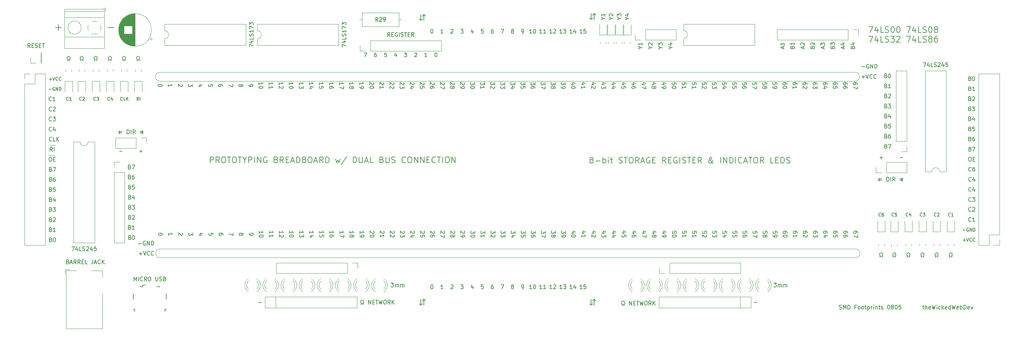
<source format=gbr>
%TF.GenerationSoftware,KiCad,Pcbnew,(5.1.10-1-10_14)*%
%TF.CreationDate,2021-08-24T01:17:35-04:00*%
%TF.ProjectId,breadboard-prototype-register,62726561-6462-46f6-9172-642d70726f74,rev?*%
%TF.SameCoordinates,Original*%
%TF.FileFunction,Legend,Top*%
%TF.FilePolarity,Positive*%
%FSLAX46Y46*%
G04 Gerber Fmt 4.6, Leading zero omitted, Abs format (unit mm)*
G04 Created by KiCad (PCBNEW (5.1.10-1-10_14)) date 2021-08-24 01:17:35*
%MOMM*%
%LPD*%
G01*
G04 APERTURE LIST*
%ADD10C,0.150000*%
%ADD11C,0.120000*%
%ADD12C,0.200000*%
G04 APERTURE END LIST*
D10*
X175744190Y-62706190D02*
X176220380Y-62706190D01*
X175220380Y-63039523D02*
X175744190Y-62706190D01*
X175220380Y-62372857D01*
X175315619Y-62087142D02*
X175268000Y-62039523D01*
X175220380Y-61944285D01*
X175220380Y-61706190D01*
X175268000Y-61610952D01*
X175315619Y-61563333D01*
X175410857Y-61515714D01*
X175506095Y-61515714D01*
X175648952Y-61563333D01*
X176220380Y-62134761D01*
X176220380Y-61515714D01*
X179808190Y-62706190D02*
X180284380Y-62706190D01*
X179284380Y-63039523D02*
X179808190Y-62706190D01*
X179284380Y-62372857D01*
X179617714Y-61610952D02*
X180284380Y-61610952D01*
X179236761Y-61849047D02*
X179951047Y-62087142D01*
X179951047Y-61468095D01*
X177776190Y-62706190D02*
X178252380Y-62706190D01*
X177252380Y-63039523D02*
X177776190Y-62706190D01*
X177252380Y-62372857D01*
X177252380Y-62134761D02*
X177252380Y-61515714D01*
X177633333Y-61849047D01*
X177633333Y-61706190D01*
X177680952Y-61610952D01*
X177728571Y-61563333D01*
X177823809Y-61515714D01*
X178061904Y-61515714D01*
X178157142Y-61563333D01*
X178204761Y-61610952D01*
X178252380Y-61706190D01*
X178252380Y-61991904D01*
X178204761Y-62087142D01*
X178157142Y-62134761D01*
X173712190Y-62706190D02*
X174188380Y-62706190D01*
X173188380Y-63039523D02*
X173712190Y-62706190D01*
X173188380Y-62372857D01*
X174188380Y-61515714D02*
X174188380Y-62087142D01*
X174188380Y-61801428D02*
X173188380Y-61801428D01*
X173331238Y-61896666D01*
X173426476Y-61991904D01*
X173474095Y-62087142D01*
X240713714Y-64780571D02*
X241713714Y-64780571D01*
X241070857Y-66280571D01*
X242928000Y-65280571D02*
X242928000Y-66280571D01*
X242570857Y-64709142D02*
X242213714Y-65780571D01*
X243142285Y-65780571D01*
X244428000Y-66280571D02*
X243713714Y-66280571D01*
X243713714Y-64780571D01*
X244856571Y-66209142D02*
X245070857Y-66280571D01*
X245428000Y-66280571D01*
X245570857Y-66209142D01*
X245642285Y-66137714D01*
X245713714Y-65994857D01*
X245713714Y-65852000D01*
X245642285Y-65709142D01*
X245570857Y-65637714D01*
X245428000Y-65566285D01*
X245142285Y-65494857D01*
X244999428Y-65423428D01*
X244928000Y-65352000D01*
X244856571Y-65209142D01*
X244856571Y-65066285D01*
X244928000Y-64923428D01*
X244999428Y-64852000D01*
X245142285Y-64780571D01*
X245499428Y-64780571D01*
X245713714Y-64852000D01*
X246642285Y-64780571D02*
X246785142Y-64780571D01*
X246928000Y-64852000D01*
X246999428Y-64923428D01*
X247070857Y-65066285D01*
X247142285Y-65352000D01*
X247142285Y-65709142D01*
X247070857Y-65994857D01*
X246999428Y-66137714D01*
X246928000Y-66209142D01*
X246785142Y-66280571D01*
X246642285Y-66280571D01*
X246499428Y-66209142D01*
X246428000Y-66137714D01*
X246356571Y-65994857D01*
X246285142Y-65709142D01*
X246285142Y-65352000D01*
X246356571Y-65066285D01*
X246428000Y-64923428D01*
X246499428Y-64852000D01*
X246642285Y-64780571D01*
X248070857Y-64780571D02*
X248213714Y-64780571D01*
X248356571Y-64852000D01*
X248428000Y-64923428D01*
X248499428Y-65066285D01*
X248570857Y-65352000D01*
X248570857Y-65709142D01*
X248499428Y-65994857D01*
X248428000Y-66137714D01*
X248356571Y-66209142D01*
X248213714Y-66280571D01*
X248070857Y-66280571D01*
X247928000Y-66209142D01*
X247856571Y-66137714D01*
X247785142Y-65994857D01*
X247713714Y-65709142D01*
X247713714Y-65352000D01*
X247785142Y-65066285D01*
X247856571Y-64923428D01*
X247928000Y-64852000D01*
X248070857Y-64780571D01*
X250213714Y-64780571D02*
X251213714Y-64780571D01*
X250570857Y-66280571D01*
X252428000Y-65280571D02*
X252428000Y-66280571D01*
X252070857Y-64709142D02*
X251713714Y-65780571D01*
X252642285Y-65780571D01*
X253928000Y-66280571D02*
X253213714Y-66280571D01*
X253213714Y-64780571D01*
X254356571Y-66209142D02*
X254570857Y-66280571D01*
X254928000Y-66280571D01*
X255070857Y-66209142D01*
X255142285Y-66137714D01*
X255213714Y-65994857D01*
X255213714Y-65852000D01*
X255142285Y-65709142D01*
X255070857Y-65637714D01*
X254928000Y-65566285D01*
X254642285Y-65494857D01*
X254499428Y-65423428D01*
X254428000Y-65352000D01*
X254356571Y-65209142D01*
X254356571Y-65066285D01*
X254428000Y-64923428D01*
X254499428Y-64852000D01*
X254642285Y-64780571D01*
X254999428Y-64780571D01*
X255213714Y-64852000D01*
X256142285Y-64780571D02*
X256285142Y-64780571D01*
X256428000Y-64852000D01*
X256499428Y-64923428D01*
X256570857Y-65066285D01*
X256642285Y-65352000D01*
X256642285Y-65709142D01*
X256570857Y-65994857D01*
X256499428Y-66137714D01*
X256428000Y-66209142D01*
X256285142Y-66280571D01*
X256142285Y-66280571D01*
X255999428Y-66209142D01*
X255928000Y-66137714D01*
X255856571Y-65994857D01*
X255785142Y-65709142D01*
X255785142Y-65352000D01*
X255856571Y-65066285D01*
X255928000Y-64923428D01*
X255999428Y-64852000D01*
X256142285Y-64780571D01*
X257499428Y-65423428D02*
X257356571Y-65352000D01*
X257285142Y-65280571D01*
X257213714Y-65137714D01*
X257213714Y-65066285D01*
X257285142Y-64923428D01*
X257356571Y-64852000D01*
X257499428Y-64780571D01*
X257785142Y-64780571D01*
X257928000Y-64852000D01*
X257999428Y-64923428D01*
X258070857Y-65066285D01*
X258070857Y-65137714D01*
X257999428Y-65280571D01*
X257928000Y-65352000D01*
X257785142Y-65423428D01*
X257499428Y-65423428D01*
X257356571Y-65494857D01*
X257285142Y-65566285D01*
X257213714Y-65709142D01*
X257213714Y-65994857D01*
X257285142Y-66137714D01*
X257356571Y-66209142D01*
X257499428Y-66280571D01*
X257785142Y-66280571D01*
X257928000Y-66209142D01*
X257999428Y-66137714D01*
X258070857Y-65994857D01*
X258070857Y-65709142D01*
X257999428Y-65566285D01*
X257928000Y-65494857D01*
X257785142Y-65423428D01*
X240713714Y-67180571D02*
X241713714Y-67180571D01*
X241070857Y-68680571D01*
X242928000Y-67680571D02*
X242928000Y-68680571D01*
X242570857Y-67109142D02*
X242213714Y-68180571D01*
X243142285Y-68180571D01*
X244428000Y-68680571D02*
X243713714Y-68680571D01*
X243713714Y-67180571D01*
X244856571Y-68609142D02*
X245070857Y-68680571D01*
X245428000Y-68680571D01*
X245570857Y-68609142D01*
X245642285Y-68537714D01*
X245713714Y-68394857D01*
X245713714Y-68252000D01*
X245642285Y-68109142D01*
X245570857Y-68037714D01*
X245428000Y-67966285D01*
X245142285Y-67894857D01*
X244999428Y-67823428D01*
X244928000Y-67752000D01*
X244856571Y-67609142D01*
X244856571Y-67466285D01*
X244928000Y-67323428D01*
X244999428Y-67252000D01*
X245142285Y-67180571D01*
X245499428Y-67180571D01*
X245713714Y-67252000D01*
X246213714Y-67180571D02*
X247142285Y-67180571D01*
X246642285Y-67752000D01*
X246856571Y-67752000D01*
X246999428Y-67823428D01*
X247070857Y-67894857D01*
X247142285Y-68037714D01*
X247142285Y-68394857D01*
X247070857Y-68537714D01*
X246999428Y-68609142D01*
X246856571Y-68680571D01*
X246428000Y-68680571D01*
X246285142Y-68609142D01*
X246213714Y-68537714D01*
X247713714Y-67323428D02*
X247785142Y-67252000D01*
X247928000Y-67180571D01*
X248285142Y-67180571D01*
X248428000Y-67252000D01*
X248499428Y-67323428D01*
X248570857Y-67466285D01*
X248570857Y-67609142D01*
X248499428Y-67823428D01*
X247642285Y-68680571D01*
X248570857Y-68680571D01*
X250213714Y-67180571D02*
X251213714Y-67180571D01*
X250570857Y-68680571D01*
X252428000Y-67680571D02*
X252428000Y-68680571D01*
X252070857Y-67109142D02*
X251713714Y-68180571D01*
X252642285Y-68180571D01*
X253928000Y-68680571D02*
X253213714Y-68680571D01*
X253213714Y-67180571D01*
X254356571Y-68609142D02*
X254570857Y-68680571D01*
X254928000Y-68680571D01*
X255070857Y-68609142D01*
X255142285Y-68537714D01*
X255213714Y-68394857D01*
X255213714Y-68252000D01*
X255142285Y-68109142D01*
X255070857Y-68037714D01*
X254928000Y-67966285D01*
X254642285Y-67894857D01*
X254499428Y-67823428D01*
X254428000Y-67752000D01*
X254356571Y-67609142D01*
X254356571Y-67466285D01*
X254428000Y-67323428D01*
X254499428Y-67252000D01*
X254642285Y-67180571D01*
X254999428Y-67180571D01*
X255213714Y-67252000D01*
X256070857Y-67823428D02*
X255928000Y-67752000D01*
X255856571Y-67680571D01*
X255785142Y-67537714D01*
X255785142Y-67466285D01*
X255856571Y-67323428D01*
X255928000Y-67252000D01*
X256070857Y-67180571D01*
X256356571Y-67180571D01*
X256499428Y-67252000D01*
X256570857Y-67323428D01*
X256642285Y-67466285D01*
X256642285Y-67537714D01*
X256570857Y-67680571D01*
X256499428Y-67752000D01*
X256356571Y-67823428D01*
X256070857Y-67823428D01*
X255928000Y-67894857D01*
X255856571Y-67966285D01*
X255785142Y-68109142D01*
X255785142Y-68394857D01*
X255856571Y-68537714D01*
X255928000Y-68609142D01*
X256070857Y-68680571D01*
X256356571Y-68680571D01*
X256499428Y-68609142D01*
X256570857Y-68537714D01*
X256642285Y-68394857D01*
X256642285Y-68109142D01*
X256570857Y-67966285D01*
X256499428Y-67894857D01*
X256356571Y-67823428D01*
X257928000Y-67180571D02*
X257642285Y-67180571D01*
X257499428Y-67252000D01*
X257428000Y-67323428D01*
X257285142Y-67537714D01*
X257213714Y-67823428D01*
X257213714Y-68394857D01*
X257285142Y-68537714D01*
X257356571Y-68609142D01*
X257499428Y-68680571D01*
X257785142Y-68680571D01*
X257928000Y-68609142D01*
X257999428Y-68537714D01*
X258070857Y-68394857D01*
X258070857Y-68037714D01*
X257999428Y-67894857D01*
X257928000Y-67823428D01*
X257785142Y-67752000D01*
X257499428Y-67752000D01*
X257356571Y-67823428D01*
X257285142Y-67894857D01*
X257213714Y-68037714D01*
X190730190Y-70072190D02*
X191206380Y-70072190D01*
X190206380Y-70405523D02*
X190730190Y-70072190D01*
X190206380Y-69738857D01*
X190539714Y-68976952D02*
X191206380Y-68976952D01*
X190158761Y-69215047D02*
X190873047Y-69453142D01*
X190873047Y-68834095D01*
X188190190Y-70072190D02*
X188666380Y-70072190D01*
X187666380Y-70405523D02*
X188190190Y-70072190D01*
X187666380Y-69738857D01*
X187666380Y-69500761D02*
X187666380Y-68881714D01*
X188047333Y-69215047D01*
X188047333Y-69072190D01*
X188094952Y-68976952D01*
X188142571Y-68929333D01*
X188237809Y-68881714D01*
X188475904Y-68881714D01*
X188571142Y-68929333D01*
X188618761Y-68976952D01*
X188666380Y-69072190D01*
X188666380Y-69357904D01*
X188618761Y-69453142D01*
X188571142Y-69500761D01*
X185650190Y-70072190D02*
X186126380Y-70072190D01*
X185126380Y-70405523D02*
X185650190Y-70072190D01*
X185126380Y-69738857D01*
X185221619Y-69453142D02*
X185174000Y-69405523D01*
X185126380Y-69310285D01*
X185126380Y-69072190D01*
X185174000Y-68976952D01*
X185221619Y-68929333D01*
X185316857Y-68881714D01*
X185412095Y-68881714D01*
X185554952Y-68929333D01*
X186126380Y-69500761D01*
X186126380Y-68881714D01*
X183110190Y-70072190D02*
X183586380Y-70072190D01*
X182586380Y-70405523D02*
X183110190Y-70072190D01*
X182586380Y-69738857D01*
X183586380Y-68881714D02*
X183586380Y-69453142D01*
X183586380Y-69167428D02*
X182586380Y-69167428D01*
X182729238Y-69262666D01*
X182824476Y-69357904D01*
X182872095Y-69453142D01*
X236656571Y-70000761D02*
X236704190Y-69857904D01*
X236751809Y-69810285D01*
X236847047Y-69762666D01*
X236989904Y-69762666D01*
X237085142Y-69810285D01*
X237132761Y-69857904D01*
X237180380Y-69953142D01*
X237180380Y-70334095D01*
X236180380Y-70334095D01*
X236180380Y-70000761D01*
X236228000Y-69905523D01*
X236275619Y-69857904D01*
X236370857Y-69810285D01*
X236466095Y-69810285D01*
X236561333Y-69857904D01*
X236608952Y-69905523D01*
X236656571Y-70000761D01*
X236656571Y-70334095D01*
X236513714Y-68905523D02*
X237180380Y-68905523D01*
X236132761Y-69143619D02*
X236847047Y-69381714D01*
X236847047Y-68762666D01*
X234354666Y-70310285D02*
X234354666Y-69834095D01*
X234640380Y-70405523D02*
X233640380Y-70072190D01*
X234640380Y-69738857D01*
X233973714Y-68976952D02*
X234640380Y-68976952D01*
X233592761Y-69215047D02*
X234307047Y-69453142D01*
X234307047Y-68834095D01*
X231576571Y-70000761D02*
X231624190Y-69857904D01*
X231671809Y-69810285D01*
X231767047Y-69762666D01*
X231909904Y-69762666D01*
X232005142Y-69810285D01*
X232052761Y-69857904D01*
X232100380Y-69953142D01*
X232100380Y-70334095D01*
X231100380Y-70334095D01*
X231100380Y-70000761D01*
X231148000Y-69905523D01*
X231195619Y-69857904D01*
X231290857Y-69810285D01*
X231386095Y-69810285D01*
X231481333Y-69857904D01*
X231528952Y-69905523D01*
X231576571Y-70000761D01*
X231576571Y-70334095D01*
X231100380Y-69429333D02*
X231100380Y-68810285D01*
X231481333Y-69143619D01*
X231481333Y-69000761D01*
X231528952Y-68905523D01*
X231576571Y-68857904D01*
X231671809Y-68810285D01*
X231909904Y-68810285D01*
X232005142Y-68857904D01*
X232052761Y-68905523D01*
X232100380Y-69000761D01*
X232100380Y-69286476D01*
X232052761Y-69381714D01*
X232005142Y-69429333D01*
X229274666Y-70310285D02*
X229274666Y-69834095D01*
X229560380Y-70405523D02*
X228560380Y-70072190D01*
X229560380Y-69738857D01*
X228560380Y-69500761D02*
X228560380Y-68881714D01*
X228941333Y-69215047D01*
X228941333Y-69072190D01*
X228988952Y-68976952D01*
X229036571Y-68929333D01*
X229131809Y-68881714D01*
X229369904Y-68881714D01*
X229465142Y-68929333D01*
X229512761Y-68976952D01*
X229560380Y-69072190D01*
X229560380Y-69357904D01*
X229512761Y-69453142D01*
X229465142Y-69500761D01*
X224194666Y-70310285D02*
X224194666Y-69834095D01*
X224480380Y-70405523D02*
X223480380Y-70072190D01*
X224480380Y-69738857D01*
X223575619Y-69453142D02*
X223528000Y-69405523D01*
X223480380Y-69310285D01*
X223480380Y-69072190D01*
X223528000Y-68976952D01*
X223575619Y-68929333D01*
X223670857Y-68881714D01*
X223766095Y-68881714D01*
X223908952Y-68929333D01*
X224480380Y-69500761D01*
X224480380Y-68881714D01*
X226496571Y-70000761D02*
X226544190Y-69857904D01*
X226591809Y-69810285D01*
X226687047Y-69762666D01*
X226829904Y-69762666D01*
X226925142Y-69810285D01*
X226972761Y-69857904D01*
X227020380Y-69953142D01*
X227020380Y-70334095D01*
X226020380Y-70334095D01*
X226020380Y-70000761D01*
X226068000Y-69905523D01*
X226115619Y-69857904D01*
X226210857Y-69810285D01*
X226306095Y-69810285D01*
X226401333Y-69857904D01*
X226448952Y-69905523D01*
X226496571Y-70000761D01*
X226496571Y-70334095D01*
X226115619Y-69381714D02*
X226068000Y-69334095D01*
X226020380Y-69238857D01*
X226020380Y-69000761D01*
X226068000Y-68905523D01*
X226115619Y-68857904D01*
X226210857Y-68810285D01*
X226306095Y-68810285D01*
X226448952Y-68857904D01*
X227020380Y-69429333D01*
X227020380Y-68810285D01*
X221416571Y-70000761D02*
X221464190Y-69857904D01*
X221511809Y-69810285D01*
X221607047Y-69762666D01*
X221749904Y-69762666D01*
X221845142Y-69810285D01*
X221892761Y-69857904D01*
X221940380Y-69953142D01*
X221940380Y-70334095D01*
X220940380Y-70334095D01*
X220940380Y-70000761D01*
X220988000Y-69905523D01*
X221035619Y-69857904D01*
X221130857Y-69810285D01*
X221226095Y-69810285D01*
X221321333Y-69857904D01*
X221368952Y-69905523D01*
X221416571Y-70000761D01*
X221416571Y-70334095D01*
X221940380Y-68810285D02*
X221940380Y-69381714D01*
X221940380Y-69096000D02*
X220940380Y-69096000D01*
X221083238Y-69191238D01*
X221178476Y-69286476D01*
X221226095Y-69381714D01*
X219114666Y-70310285D02*
X219114666Y-69834095D01*
X219400380Y-70405523D02*
X218400380Y-70072190D01*
X219400380Y-69738857D01*
X219400380Y-68881714D02*
X219400380Y-69453142D01*
X219400380Y-69167428D02*
X218400380Y-69167428D01*
X218543238Y-69262666D01*
X218638476Y-69357904D01*
X218686095Y-69453142D01*
D11*
X35306000Y-94742000D02*
X35560000Y-94742000D01*
X34290000Y-94742000D02*
X34036000Y-94742000D01*
X34036000Y-97282000D02*
X35560000Y-97282000D01*
X34290000Y-94742000D02*
X35306000Y-94742000D01*
D10*
X119991523Y-67254380D02*
X119658190Y-66778190D01*
X119420095Y-67254380D02*
X119420095Y-66254380D01*
X119801047Y-66254380D01*
X119896285Y-66302000D01*
X119943904Y-66349619D01*
X119991523Y-66444857D01*
X119991523Y-66587714D01*
X119943904Y-66682952D01*
X119896285Y-66730571D01*
X119801047Y-66778190D01*
X119420095Y-66778190D01*
X120420095Y-66730571D02*
X120753428Y-66730571D01*
X120896285Y-67254380D02*
X120420095Y-67254380D01*
X120420095Y-66254380D01*
X120896285Y-66254380D01*
X121848666Y-66302000D02*
X121753428Y-66254380D01*
X121610571Y-66254380D01*
X121467714Y-66302000D01*
X121372476Y-66397238D01*
X121324857Y-66492476D01*
X121277238Y-66682952D01*
X121277238Y-66825809D01*
X121324857Y-67016285D01*
X121372476Y-67111523D01*
X121467714Y-67206761D01*
X121610571Y-67254380D01*
X121705809Y-67254380D01*
X121848666Y-67206761D01*
X121896285Y-67159142D01*
X121896285Y-66825809D01*
X121705809Y-66825809D01*
X122324857Y-67254380D02*
X122324857Y-66254380D01*
X122753428Y-67206761D02*
X122896285Y-67254380D01*
X123134380Y-67254380D01*
X123229619Y-67206761D01*
X123277238Y-67159142D01*
X123324857Y-67063904D01*
X123324857Y-66968666D01*
X123277238Y-66873428D01*
X123229619Y-66825809D01*
X123134380Y-66778190D01*
X122943904Y-66730571D01*
X122848666Y-66682952D01*
X122801047Y-66635333D01*
X122753428Y-66540095D01*
X122753428Y-66444857D01*
X122801047Y-66349619D01*
X122848666Y-66302000D01*
X122943904Y-66254380D01*
X123182000Y-66254380D01*
X123324857Y-66302000D01*
X123610571Y-66254380D02*
X124182000Y-66254380D01*
X123896285Y-67254380D02*
X123896285Y-66254380D01*
X124515333Y-66730571D02*
X124848666Y-66730571D01*
X124991523Y-67254380D02*
X124515333Y-67254380D01*
X124515333Y-66254380D01*
X124991523Y-66254380D01*
X125991523Y-67254380D02*
X125658190Y-66778190D01*
X125420095Y-67254380D02*
X125420095Y-66254380D01*
X125801047Y-66254380D01*
X125896285Y-66302000D01*
X125943904Y-66349619D01*
X125991523Y-66444857D01*
X125991523Y-66587714D01*
X125943904Y-66682952D01*
X125896285Y-66730571D01*
X125801047Y-66778190D01*
X125420095Y-66778190D01*
X121602476Y-71719714D02*
X121602476Y-72386380D01*
X121364380Y-71338761D02*
X121126285Y-72053047D01*
X121745333Y-72053047D01*
X119110095Y-71386380D02*
X118633904Y-71386380D01*
X118586285Y-71862571D01*
X118633904Y-71814952D01*
X118729142Y-71767333D01*
X118967238Y-71767333D01*
X119062476Y-71814952D01*
X119110095Y-71862571D01*
X119157714Y-71957809D01*
X119157714Y-72195904D01*
X119110095Y-72291142D01*
X119062476Y-72338761D01*
X118967238Y-72386380D01*
X118729142Y-72386380D01*
X118633904Y-72338761D01*
X118586285Y-72291142D01*
X129317714Y-72386380D02*
X128746285Y-72386380D01*
X129032000Y-72386380D02*
X129032000Y-71386380D01*
X128936761Y-71529238D01*
X128841523Y-71624476D01*
X128746285Y-71672095D01*
X123618666Y-71386380D02*
X124237714Y-71386380D01*
X123904380Y-71767333D01*
X124047238Y-71767333D01*
X124142476Y-71814952D01*
X124190095Y-71862571D01*
X124237714Y-71957809D01*
X124237714Y-72195904D01*
X124190095Y-72291142D01*
X124142476Y-72338761D01*
X124047238Y-72386380D01*
X123761523Y-72386380D01*
X123666285Y-72338761D01*
X123618666Y-72291142D01*
X116522476Y-71386380D02*
X116332000Y-71386380D01*
X116236761Y-71434000D01*
X116189142Y-71481619D01*
X116093904Y-71624476D01*
X116046285Y-71814952D01*
X116046285Y-72195904D01*
X116093904Y-72291142D01*
X116141523Y-72338761D01*
X116236761Y-72386380D01*
X116427238Y-72386380D01*
X116522476Y-72338761D01*
X116570095Y-72291142D01*
X116617714Y-72195904D01*
X116617714Y-71957809D01*
X116570095Y-71862571D01*
X116522476Y-71814952D01*
X116427238Y-71767333D01*
X116236761Y-71767333D01*
X116141523Y-71814952D01*
X116093904Y-71862571D01*
X116046285Y-71957809D01*
X131524380Y-71386380D02*
X131619619Y-71386380D01*
X131714857Y-71434000D01*
X131762476Y-71481619D01*
X131810095Y-71576857D01*
X131857714Y-71767333D01*
X131857714Y-72005428D01*
X131810095Y-72195904D01*
X131762476Y-72291142D01*
X131714857Y-72338761D01*
X131619619Y-72386380D01*
X131524380Y-72386380D01*
X131429142Y-72338761D01*
X131381523Y-72291142D01*
X131333904Y-72195904D01*
X131286285Y-72005428D01*
X131286285Y-71767333D01*
X131333904Y-71576857D01*
X131381523Y-71481619D01*
X131429142Y-71434000D01*
X131524380Y-71386380D01*
X113458666Y-71386380D02*
X114125333Y-71386380D01*
X113696761Y-72386380D01*
X126206285Y-71481619D02*
X126253904Y-71434000D01*
X126349142Y-71386380D01*
X126587238Y-71386380D01*
X126682476Y-71434000D01*
X126730095Y-71481619D01*
X126777714Y-71576857D01*
X126777714Y-71672095D01*
X126730095Y-71814952D01*
X126158666Y-72386380D01*
X126777714Y-72386380D01*
D11*
X237352000Y-120886000D02*
X62042000Y-120886000D01*
X237352000Y-123116000D02*
X62042000Y-123116000D01*
X62052000Y-123116045D02*
G75*
G02*
X62052000Y-120895955I0J1110045D01*
G01*
X237362000Y-120895955D02*
G75*
G02*
X237362000Y-123116045I0J-1110045D01*
G01*
X61952000Y-78506045D02*
G75*
G02*
X61952000Y-76285955I0J1110045D01*
G01*
X237262000Y-76285955D02*
G75*
G02*
X237262000Y-78506045I0J-1110045D01*
G01*
X237252000Y-78506000D02*
X61942000Y-78506000D01*
X237252000Y-76276000D02*
X61942000Y-76276000D01*
D10*
X151519619Y-116366476D02*
X151519619Y-116985523D01*
X151138666Y-116652190D01*
X151138666Y-116795047D01*
X151091047Y-116890285D01*
X151043428Y-116937904D01*
X150948190Y-116985523D01*
X150710095Y-116985523D01*
X150614857Y-116937904D01*
X150567238Y-116890285D01*
X150519619Y-116795047D01*
X150519619Y-116509333D01*
X150567238Y-116414095D01*
X150614857Y-116366476D01*
X151186285Y-117842666D02*
X150519619Y-117842666D01*
X151567238Y-117604571D02*
X150852952Y-117366476D01*
X150852952Y-117985523D01*
X154059619Y-116366476D02*
X154059619Y-116985523D01*
X153678666Y-116652190D01*
X153678666Y-116795047D01*
X153631047Y-116890285D01*
X153583428Y-116937904D01*
X153488190Y-116985523D01*
X153250095Y-116985523D01*
X153154857Y-116937904D01*
X153107238Y-116890285D01*
X153059619Y-116795047D01*
X153059619Y-116509333D01*
X153107238Y-116414095D01*
X153154857Y-116366476D01*
X154059619Y-117890285D02*
X154059619Y-117414095D01*
X153583428Y-117366476D01*
X153631047Y-117414095D01*
X153678666Y-117509333D01*
X153678666Y-117747428D01*
X153631047Y-117842666D01*
X153583428Y-117890285D01*
X153488190Y-117937904D01*
X153250095Y-117937904D01*
X153154857Y-117890285D01*
X153107238Y-117842666D01*
X153059619Y-117747428D01*
X153059619Y-117509333D01*
X153107238Y-117414095D01*
X153154857Y-117366476D01*
X156599619Y-116366476D02*
X156599619Y-116985523D01*
X156218666Y-116652190D01*
X156218666Y-116795047D01*
X156171047Y-116890285D01*
X156123428Y-116937904D01*
X156028190Y-116985523D01*
X155790095Y-116985523D01*
X155694857Y-116937904D01*
X155647238Y-116890285D01*
X155599619Y-116795047D01*
X155599619Y-116509333D01*
X155647238Y-116414095D01*
X155694857Y-116366476D01*
X156599619Y-117842666D02*
X156599619Y-117652190D01*
X156552000Y-117556952D01*
X156504380Y-117509333D01*
X156361523Y-117414095D01*
X156171047Y-117366476D01*
X155790095Y-117366476D01*
X155694857Y-117414095D01*
X155647238Y-117461714D01*
X155599619Y-117556952D01*
X155599619Y-117747428D01*
X155647238Y-117842666D01*
X155694857Y-117890285D01*
X155790095Y-117937904D01*
X156028190Y-117937904D01*
X156123428Y-117890285D01*
X156171047Y-117842666D01*
X156218666Y-117747428D01*
X156218666Y-117556952D01*
X156171047Y-117461714D01*
X156123428Y-117414095D01*
X156028190Y-117366476D01*
X159139619Y-116366476D02*
X159139619Y-116985523D01*
X158758666Y-116652190D01*
X158758666Y-116795047D01*
X158711047Y-116890285D01*
X158663428Y-116937904D01*
X158568190Y-116985523D01*
X158330095Y-116985523D01*
X158234857Y-116937904D01*
X158187238Y-116890285D01*
X158139619Y-116795047D01*
X158139619Y-116509333D01*
X158187238Y-116414095D01*
X158234857Y-116366476D01*
X159139619Y-117318857D02*
X159139619Y-117985523D01*
X158139619Y-117556952D01*
X161679619Y-116366476D02*
X161679619Y-116985523D01*
X161298666Y-116652190D01*
X161298666Y-116795047D01*
X161251047Y-116890285D01*
X161203428Y-116937904D01*
X161108190Y-116985523D01*
X160870095Y-116985523D01*
X160774857Y-116937904D01*
X160727238Y-116890285D01*
X160679619Y-116795047D01*
X160679619Y-116509333D01*
X160727238Y-116414095D01*
X160774857Y-116366476D01*
X161251047Y-117556952D02*
X161298666Y-117461714D01*
X161346285Y-117414095D01*
X161441523Y-117366476D01*
X161489142Y-117366476D01*
X161584380Y-117414095D01*
X161632000Y-117461714D01*
X161679619Y-117556952D01*
X161679619Y-117747428D01*
X161632000Y-117842666D01*
X161584380Y-117890285D01*
X161489142Y-117937904D01*
X161441523Y-117937904D01*
X161346285Y-117890285D01*
X161298666Y-117842666D01*
X161251047Y-117747428D01*
X161251047Y-117556952D01*
X161203428Y-117461714D01*
X161155809Y-117414095D01*
X161060571Y-117366476D01*
X160870095Y-117366476D01*
X160774857Y-117414095D01*
X160727238Y-117461714D01*
X160679619Y-117556952D01*
X160679619Y-117747428D01*
X160727238Y-117842666D01*
X160774857Y-117890285D01*
X160870095Y-117937904D01*
X161060571Y-117937904D01*
X161155809Y-117890285D01*
X161203428Y-117842666D01*
X161251047Y-117747428D01*
X164219619Y-116366476D02*
X164219619Y-116985523D01*
X163838666Y-116652190D01*
X163838666Y-116795047D01*
X163791047Y-116890285D01*
X163743428Y-116937904D01*
X163648190Y-116985523D01*
X163410095Y-116985523D01*
X163314857Y-116937904D01*
X163267238Y-116890285D01*
X163219619Y-116795047D01*
X163219619Y-116509333D01*
X163267238Y-116414095D01*
X163314857Y-116366476D01*
X163219619Y-117461714D02*
X163219619Y-117652190D01*
X163267238Y-117747428D01*
X163314857Y-117795047D01*
X163457714Y-117890285D01*
X163648190Y-117937904D01*
X164029142Y-117937904D01*
X164124380Y-117890285D01*
X164172000Y-117842666D01*
X164219619Y-117747428D01*
X164219619Y-117556952D01*
X164172000Y-117461714D01*
X164124380Y-117414095D01*
X164029142Y-117366476D01*
X163791047Y-117366476D01*
X163695809Y-117414095D01*
X163648190Y-117461714D01*
X163600571Y-117556952D01*
X163600571Y-117747428D01*
X163648190Y-117842666D01*
X163695809Y-117890285D01*
X163791047Y-117937904D01*
X166426285Y-116890285D02*
X165759619Y-116890285D01*
X166807238Y-116652190D02*
X166092952Y-116414095D01*
X166092952Y-117033142D01*
X166759619Y-117604571D02*
X166759619Y-117699809D01*
X166712000Y-117795047D01*
X166664380Y-117842666D01*
X166569142Y-117890285D01*
X166378666Y-117937904D01*
X166140571Y-117937904D01*
X165950095Y-117890285D01*
X165854857Y-117842666D01*
X165807238Y-117795047D01*
X165759619Y-117699809D01*
X165759619Y-117604571D01*
X165807238Y-117509333D01*
X165854857Y-117461714D01*
X165950095Y-117414095D01*
X166140571Y-117366476D01*
X166378666Y-117366476D01*
X166569142Y-117414095D01*
X166664380Y-117461714D01*
X166712000Y-117509333D01*
X166759619Y-117604571D01*
X168966285Y-116890285D02*
X168299619Y-116890285D01*
X169347238Y-116652190D02*
X168632952Y-116414095D01*
X168632952Y-117033142D01*
X168299619Y-117937904D02*
X168299619Y-117366476D01*
X168299619Y-117652190D02*
X169299619Y-117652190D01*
X169156761Y-117556952D01*
X169061523Y-117461714D01*
X169013904Y-117366476D01*
X171506285Y-116890285D02*
X170839619Y-116890285D01*
X171887238Y-116652190D02*
X171172952Y-116414095D01*
X171172952Y-117033142D01*
X171744380Y-117366476D02*
X171792000Y-117414095D01*
X171839619Y-117509333D01*
X171839619Y-117747428D01*
X171792000Y-117842666D01*
X171744380Y-117890285D01*
X171649142Y-117937904D01*
X171553904Y-117937904D01*
X171411047Y-117890285D01*
X170839619Y-117318857D01*
X170839619Y-117937904D01*
X174046285Y-116890285D02*
X173379619Y-116890285D01*
X174427238Y-116652190D02*
X173712952Y-116414095D01*
X173712952Y-117033142D01*
X174379619Y-117318857D02*
X174379619Y-117937904D01*
X173998666Y-117604571D01*
X173998666Y-117747428D01*
X173951047Y-117842666D01*
X173903428Y-117890285D01*
X173808190Y-117937904D01*
X173570095Y-117937904D01*
X173474857Y-117890285D01*
X173427238Y-117842666D01*
X173379619Y-117747428D01*
X173379619Y-117461714D01*
X173427238Y-117366476D01*
X173474857Y-117318857D01*
X176586285Y-116890285D02*
X175919619Y-116890285D01*
X176967238Y-116652190D02*
X176252952Y-116414095D01*
X176252952Y-117033142D01*
X176586285Y-117842666D02*
X175919619Y-117842666D01*
X176967238Y-117604571D02*
X176252952Y-117366476D01*
X176252952Y-117985523D01*
X179126285Y-116890285D02*
X178459619Y-116890285D01*
X179507238Y-116652190D02*
X178792952Y-116414095D01*
X178792952Y-117033142D01*
X179459619Y-117890285D02*
X179459619Y-117414095D01*
X178983428Y-117366476D01*
X179031047Y-117414095D01*
X179078666Y-117509333D01*
X179078666Y-117747428D01*
X179031047Y-117842666D01*
X178983428Y-117890285D01*
X178888190Y-117937904D01*
X178650095Y-117937904D01*
X178554857Y-117890285D01*
X178507238Y-117842666D01*
X178459619Y-117747428D01*
X178459619Y-117509333D01*
X178507238Y-117414095D01*
X178554857Y-117366476D01*
X181666285Y-116890285D02*
X180999619Y-116890285D01*
X182047238Y-116652190D02*
X181332952Y-116414095D01*
X181332952Y-117033142D01*
X181999619Y-117842666D02*
X181999619Y-117652190D01*
X181952000Y-117556952D01*
X181904380Y-117509333D01*
X181761523Y-117414095D01*
X181571047Y-117366476D01*
X181190095Y-117366476D01*
X181094857Y-117414095D01*
X181047238Y-117461714D01*
X180999619Y-117556952D01*
X180999619Y-117747428D01*
X181047238Y-117842666D01*
X181094857Y-117890285D01*
X181190095Y-117937904D01*
X181428190Y-117937904D01*
X181523428Y-117890285D01*
X181571047Y-117842666D01*
X181618666Y-117747428D01*
X181618666Y-117556952D01*
X181571047Y-117461714D01*
X181523428Y-117414095D01*
X181428190Y-117366476D01*
X184206285Y-116890285D02*
X183539619Y-116890285D01*
X184587238Y-116652190D02*
X183872952Y-116414095D01*
X183872952Y-117033142D01*
X184539619Y-117318857D02*
X184539619Y-117985523D01*
X183539619Y-117556952D01*
X186746285Y-116890285D02*
X186079619Y-116890285D01*
X187127238Y-116652190D02*
X186412952Y-116414095D01*
X186412952Y-117033142D01*
X186651047Y-117556952D02*
X186698666Y-117461714D01*
X186746285Y-117414095D01*
X186841523Y-117366476D01*
X186889142Y-117366476D01*
X186984380Y-117414095D01*
X187032000Y-117461714D01*
X187079619Y-117556952D01*
X187079619Y-117747428D01*
X187032000Y-117842666D01*
X186984380Y-117890285D01*
X186889142Y-117937904D01*
X186841523Y-117937904D01*
X186746285Y-117890285D01*
X186698666Y-117842666D01*
X186651047Y-117747428D01*
X186651047Y-117556952D01*
X186603428Y-117461714D01*
X186555809Y-117414095D01*
X186460571Y-117366476D01*
X186270095Y-117366476D01*
X186174857Y-117414095D01*
X186127238Y-117461714D01*
X186079619Y-117556952D01*
X186079619Y-117747428D01*
X186127238Y-117842666D01*
X186174857Y-117890285D01*
X186270095Y-117937904D01*
X186460571Y-117937904D01*
X186555809Y-117890285D01*
X186603428Y-117842666D01*
X186651047Y-117747428D01*
X189286285Y-116890285D02*
X188619619Y-116890285D01*
X189667238Y-116652190D02*
X188952952Y-116414095D01*
X188952952Y-117033142D01*
X188619619Y-117461714D02*
X188619619Y-117652190D01*
X188667238Y-117747428D01*
X188714857Y-117795047D01*
X188857714Y-117890285D01*
X189048190Y-117937904D01*
X189429142Y-117937904D01*
X189524380Y-117890285D01*
X189572000Y-117842666D01*
X189619619Y-117747428D01*
X189619619Y-117556952D01*
X189572000Y-117461714D01*
X189524380Y-117414095D01*
X189429142Y-117366476D01*
X189191047Y-117366476D01*
X189095809Y-117414095D01*
X189048190Y-117461714D01*
X189000571Y-117556952D01*
X189000571Y-117747428D01*
X189048190Y-117842666D01*
X189095809Y-117890285D01*
X189191047Y-117937904D01*
X192159619Y-116937904D02*
X192159619Y-116461714D01*
X191683428Y-116414095D01*
X191731047Y-116461714D01*
X191778666Y-116556952D01*
X191778666Y-116795047D01*
X191731047Y-116890285D01*
X191683428Y-116937904D01*
X191588190Y-116985523D01*
X191350095Y-116985523D01*
X191254857Y-116937904D01*
X191207238Y-116890285D01*
X191159619Y-116795047D01*
X191159619Y-116556952D01*
X191207238Y-116461714D01*
X191254857Y-116414095D01*
X192159619Y-117604571D02*
X192159619Y-117699809D01*
X192112000Y-117795047D01*
X192064380Y-117842666D01*
X191969142Y-117890285D01*
X191778666Y-117937904D01*
X191540571Y-117937904D01*
X191350095Y-117890285D01*
X191254857Y-117842666D01*
X191207238Y-117795047D01*
X191159619Y-117699809D01*
X191159619Y-117604571D01*
X191207238Y-117509333D01*
X191254857Y-117461714D01*
X191350095Y-117414095D01*
X191540571Y-117366476D01*
X191778666Y-117366476D01*
X191969142Y-117414095D01*
X192064380Y-117461714D01*
X192112000Y-117509333D01*
X192159619Y-117604571D01*
X194699619Y-116937904D02*
X194699619Y-116461714D01*
X194223428Y-116414095D01*
X194271047Y-116461714D01*
X194318666Y-116556952D01*
X194318666Y-116795047D01*
X194271047Y-116890285D01*
X194223428Y-116937904D01*
X194128190Y-116985523D01*
X193890095Y-116985523D01*
X193794857Y-116937904D01*
X193747238Y-116890285D01*
X193699619Y-116795047D01*
X193699619Y-116556952D01*
X193747238Y-116461714D01*
X193794857Y-116414095D01*
X193699619Y-117937904D02*
X193699619Y-117366476D01*
X193699619Y-117652190D02*
X194699619Y-117652190D01*
X194556761Y-117556952D01*
X194461523Y-117461714D01*
X194413904Y-117366476D01*
X197239619Y-116937904D02*
X197239619Y-116461714D01*
X196763428Y-116414095D01*
X196811047Y-116461714D01*
X196858666Y-116556952D01*
X196858666Y-116795047D01*
X196811047Y-116890285D01*
X196763428Y-116937904D01*
X196668190Y-116985523D01*
X196430095Y-116985523D01*
X196334857Y-116937904D01*
X196287238Y-116890285D01*
X196239619Y-116795047D01*
X196239619Y-116556952D01*
X196287238Y-116461714D01*
X196334857Y-116414095D01*
X196239619Y-117937904D02*
X196239619Y-117366476D01*
X196239619Y-117652190D02*
X197239619Y-117652190D01*
X197096761Y-117556952D01*
X197001523Y-117461714D01*
X196953904Y-117366476D01*
X199779619Y-116937904D02*
X199779619Y-116461714D01*
X199303428Y-116414095D01*
X199351047Y-116461714D01*
X199398666Y-116556952D01*
X199398666Y-116795047D01*
X199351047Y-116890285D01*
X199303428Y-116937904D01*
X199208190Y-116985523D01*
X198970095Y-116985523D01*
X198874857Y-116937904D01*
X198827238Y-116890285D01*
X198779619Y-116795047D01*
X198779619Y-116556952D01*
X198827238Y-116461714D01*
X198874857Y-116414095D01*
X199684380Y-117366476D02*
X199732000Y-117414095D01*
X199779619Y-117509333D01*
X199779619Y-117747428D01*
X199732000Y-117842666D01*
X199684380Y-117890285D01*
X199589142Y-117937904D01*
X199493904Y-117937904D01*
X199351047Y-117890285D01*
X198779619Y-117318857D01*
X198779619Y-117937904D01*
X202319619Y-116937904D02*
X202319619Y-116461714D01*
X201843428Y-116414095D01*
X201891047Y-116461714D01*
X201938666Y-116556952D01*
X201938666Y-116795047D01*
X201891047Y-116890285D01*
X201843428Y-116937904D01*
X201748190Y-116985523D01*
X201510095Y-116985523D01*
X201414857Y-116937904D01*
X201367238Y-116890285D01*
X201319619Y-116795047D01*
X201319619Y-116556952D01*
X201367238Y-116461714D01*
X201414857Y-116414095D01*
X202319619Y-117318857D02*
X202319619Y-117937904D01*
X201938666Y-117604571D01*
X201938666Y-117747428D01*
X201891047Y-117842666D01*
X201843428Y-117890285D01*
X201748190Y-117937904D01*
X201510095Y-117937904D01*
X201414857Y-117890285D01*
X201367238Y-117842666D01*
X201319619Y-117747428D01*
X201319619Y-117461714D01*
X201367238Y-117366476D01*
X201414857Y-117318857D01*
X204859619Y-116937904D02*
X204859619Y-116461714D01*
X204383428Y-116414095D01*
X204431047Y-116461714D01*
X204478666Y-116556952D01*
X204478666Y-116795047D01*
X204431047Y-116890285D01*
X204383428Y-116937904D01*
X204288190Y-116985523D01*
X204050095Y-116985523D01*
X203954857Y-116937904D01*
X203907238Y-116890285D01*
X203859619Y-116795047D01*
X203859619Y-116556952D01*
X203907238Y-116461714D01*
X203954857Y-116414095D01*
X204526285Y-117842666D02*
X203859619Y-117842666D01*
X204907238Y-117604571D02*
X204192952Y-117366476D01*
X204192952Y-117985523D01*
X207399619Y-116937904D02*
X207399619Y-116461714D01*
X206923428Y-116414095D01*
X206971047Y-116461714D01*
X207018666Y-116556952D01*
X207018666Y-116795047D01*
X206971047Y-116890285D01*
X206923428Y-116937904D01*
X206828190Y-116985523D01*
X206590095Y-116985523D01*
X206494857Y-116937904D01*
X206447238Y-116890285D01*
X206399619Y-116795047D01*
X206399619Y-116556952D01*
X206447238Y-116461714D01*
X206494857Y-116414095D01*
X207399619Y-117890285D02*
X207399619Y-117414095D01*
X206923428Y-117366476D01*
X206971047Y-117414095D01*
X207018666Y-117509333D01*
X207018666Y-117747428D01*
X206971047Y-117842666D01*
X206923428Y-117890285D01*
X206828190Y-117937904D01*
X206590095Y-117937904D01*
X206494857Y-117890285D01*
X206447238Y-117842666D01*
X206399619Y-117747428D01*
X206399619Y-117509333D01*
X206447238Y-117414095D01*
X206494857Y-117366476D01*
X209939619Y-116937904D02*
X209939619Y-116461714D01*
X209463428Y-116414095D01*
X209511047Y-116461714D01*
X209558666Y-116556952D01*
X209558666Y-116795047D01*
X209511047Y-116890285D01*
X209463428Y-116937904D01*
X209368190Y-116985523D01*
X209130095Y-116985523D01*
X209034857Y-116937904D01*
X208987238Y-116890285D01*
X208939619Y-116795047D01*
X208939619Y-116556952D01*
X208987238Y-116461714D01*
X209034857Y-116414095D01*
X209939619Y-117842666D02*
X209939619Y-117652190D01*
X209892000Y-117556952D01*
X209844380Y-117509333D01*
X209701523Y-117414095D01*
X209511047Y-117366476D01*
X209130095Y-117366476D01*
X209034857Y-117414095D01*
X208987238Y-117461714D01*
X208939619Y-117556952D01*
X208939619Y-117747428D01*
X208987238Y-117842666D01*
X209034857Y-117890285D01*
X209130095Y-117937904D01*
X209368190Y-117937904D01*
X209463428Y-117890285D01*
X209511047Y-117842666D01*
X209558666Y-117747428D01*
X209558666Y-117556952D01*
X209511047Y-117461714D01*
X209463428Y-117414095D01*
X209368190Y-117366476D01*
X212479619Y-116937904D02*
X212479619Y-116461714D01*
X212003428Y-116414095D01*
X212051047Y-116461714D01*
X212098666Y-116556952D01*
X212098666Y-116795047D01*
X212051047Y-116890285D01*
X212003428Y-116937904D01*
X211908190Y-116985523D01*
X211670095Y-116985523D01*
X211574857Y-116937904D01*
X211527238Y-116890285D01*
X211479619Y-116795047D01*
X211479619Y-116556952D01*
X211527238Y-116461714D01*
X211574857Y-116414095D01*
X212479619Y-117318857D02*
X212479619Y-117985523D01*
X211479619Y-117556952D01*
X215019619Y-116937904D02*
X215019619Y-116461714D01*
X214543428Y-116414095D01*
X214591047Y-116461714D01*
X214638666Y-116556952D01*
X214638666Y-116795047D01*
X214591047Y-116890285D01*
X214543428Y-116937904D01*
X214448190Y-116985523D01*
X214210095Y-116985523D01*
X214114857Y-116937904D01*
X214067238Y-116890285D01*
X214019619Y-116795047D01*
X214019619Y-116556952D01*
X214067238Y-116461714D01*
X214114857Y-116414095D01*
X214591047Y-117556952D02*
X214638666Y-117461714D01*
X214686285Y-117414095D01*
X214781523Y-117366476D01*
X214829142Y-117366476D01*
X214924380Y-117414095D01*
X214972000Y-117461714D01*
X215019619Y-117556952D01*
X215019619Y-117747428D01*
X214972000Y-117842666D01*
X214924380Y-117890285D01*
X214829142Y-117937904D01*
X214781523Y-117937904D01*
X214686285Y-117890285D01*
X214638666Y-117842666D01*
X214591047Y-117747428D01*
X214591047Y-117556952D01*
X214543428Y-117461714D01*
X214495809Y-117414095D01*
X214400571Y-117366476D01*
X214210095Y-117366476D01*
X214114857Y-117414095D01*
X214067238Y-117461714D01*
X214019619Y-117556952D01*
X214019619Y-117747428D01*
X214067238Y-117842666D01*
X214114857Y-117890285D01*
X214210095Y-117937904D01*
X214400571Y-117937904D01*
X214495809Y-117890285D01*
X214543428Y-117842666D01*
X214591047Y-117747428D01*
X217559619Y-116937904D02*
X217559619Y-116461714D01*
X217083428Y-116414095D01*
X217131047Y-116461714D01*
X217178666Y-116556952D01*
X217178666Y-116795047D01*
X217131047Y-116890285D01*
X217083428Y-116937904D01*
X216988190Y-116985523D01*
X216750095Y-116985523D01*
X216654857Y-116937904D01*
X216607238Y-116890285D01*
X216559619Y-116795047D01*
X216559619Y-116556952D01*
X216607238Y-116461714D01*
X216654857Y-116414095D01*
X216559619Y-117461714D02*
X216559619Y-117652190D01*
X216607238Y-117747428D01*
X216654857Y-117795047D01*
X216797714Y-117890285D01*
X216988190Y-117937904D01*
X217369142Y-117937904D01*
X217464380Y-117890285D01*
X217512000Y-117842666D01*
X217559619Y-117747428D01*
X217559619Y-117556952D01*
X217512000Y-117461714D01*
X217464380Y-117414095D01*
X217369142Y-117366476D01*
X217131047Y-117366476D01*
X217035809Y-117414095D01*
X216988190Y-117461714D01*
X216940571Y-117556952D01*
X216940571Y-117747428D01*
X216988190Y-117842666D01*
X217035809Y-117890285D01*
X217131047Y-117937904D01*
X220099619Y-116890285D02*
X220099619Y-116699809D01*
X220052000Y-116604571D01*
X220004380Y-116556952D01*
X219861523Y-116461714D01*
X219671047Y-116414095D01*
X219290095Y-116414095D01*
X219194857Y-116461714D01*
X219147238Y-116509333D01*
X219099619Y-116604571D01*
X219099619Y-116795047D01*
X219147238Y-116890285D01*
X219194857Y-116937904D01*
X219290095Y-116985523D01*
X219528190Y-116985523D01*
X219623428Y-116937904D01*
X219671047Y-116890285D01*
X219718666Y-116795047D01*
X219718666Y-116604571D01*
X219671047Y-116509333D01*
X219623428Y-116461714D01*
X219528190Y-116414095D01*
X220099619Y-117604571D02*
X220099619Y-117699809D01*
X220052000Y-117795047D01*
X220004380Y-117842666D01*
X219909142Y-117890285D01*
X219718666Y-117937904D01*
X219480571Y-117937904D01*
X219290095Y-117890285D01*
X219194857Y-117842666D01*
X219147238Y-117795047D01*
X219099619Y-117699809D01*
X219099619Y-117604571D01*
X219147238Y-117509333D01*
X219194857Y-117461714D01*
X219290095Y-117414095D01*
X219480571Y-117366476D01*
X219718666Y-117366476D01*
X219909142Y-117414095D01*
X220004380Y-117461714D01*
X220052000Y-117509333D01*
X220099619Y-117604571D01*
X222639619Y-116890285D02*
X222639619Y-116699809D01*
X222592000Y-116604571D01*
X222544380Y-116556952D01*
X222401523Y-116461714D01*
X222211047Y-116414095D01*
X221830095Y-116414095D01*
X221734857Y-116461714D01*
X221687238Y-116509333D01*
X221639619Y-116604571D01*
X221639619Y-116795047D01*
X221687238Y-116890285D01*
X221734857Y-116937904D01*
X221830095Y-116985523D01*
X222068190Y-116985523D01*
X222163428Y-116937904D01*
X222211047Y-116890285D01*
X222258666Y-116795047D01*
X222258666Y-116604571D01*
X222211047Y-116509333D01*
X222163428Y-116461714D01*
X222068190Y-116414095D01*
X221639619Y-117937904D02*
X221639619Y-117366476D01*
X221639619Y-117652190D02*
X222639619Y-117652190D01*
X222496761Y-117556952D01*
X222401523Y-117461714D01*
X222353904Y-117366476D01*
X225179619Y-116890285D02*
X225179619Y-116699809D01*
X225132000Y-116604571D01*
X225084380Y-116556952D01*
X224941523Y-116461714D01*
X224751047Y-116414095D01*
X224370095Y-116414095D01*
X224274857Y-116461714D01*
X224227238Y-116509333D01*
X224179619Y-116604571D01*
X224179619Y-116795047D01*
X224227238Y-116890285D01*
X224274857Y-116937904D01*
X224370095Y-116985523D01*
X224608190Y-116985523D01*
X224703428Y-116937904D01*
X224751047Y-116890285D01*
X224798666Y-116795047D01*
X224798666Y-116604571D01*
X224751047Y-116509333D01*
X224703428Y-116461714D01*
X224608190Y-116414095D01*
X225084380Y-117366476D02*
X225132000Y-117414095D01*
X225179619Y-117509333D01*
X225179619Y-117747428D01*
X225132000Y-117842666D01*
X225084380Y-117890285D01*
X224989142Y-117937904D01*
X224893904Y-117937904D01*
X224751047Y-117890285D01*
X224179619Y-117318857D01*
X224179619Y-117937904D01*
X227719619Y-116890285D02*
X227719619Y-116699809D01*
X227672000Y-116604571D01*
X227624380Y-116556952D01*
X227481523Y-116461714D01*
X227291047Y-116414095D01*
X226910095Y-116414095D01*
X226814857Y-116461714D01*
X226767238Y-116509333D01*
X226719619Y-116604571D01*
X226719619Y-116795047D01*
X226767238Y-116890285D01*
X226814857Y-116937904D01*
X226910095Y-116985523D01*
X227148190Y-116985523D01*
X227243428Y-116937904D01*
X227291047Y-116890285D01*
X227338666Y-116795047D01*
X227338666Y-116604571D01*
X227291047Y-116509333D01*
X227243428Y-116461714D01*
X227148190Y-116414095D01*
X227719619Y-117318857D02*
X227719619Y-117937904D01*
X227338666Y-117604571D01*
X227338666Y-117747428D01*
X227291047Y-117842666D01*
X227243428Y-117890285D01*
X227148190Y-117937904D01*
X226910095Y-117937904D01*
X226814857Y-117890285D01*
X226767238Y-117842666D01*
X226719619Y-117747428D01*
X226719619Y-117461714D01*
X226767238Y-117366476D01*
X226814857Y-117318857D01*
X230259619Y-116890285D02*
X230259619Y-116699809D01*
X230212000Y-116604571D01*
X230164380Y-116556952D01*
X230021523Y-116461714D01*
X229831047Y-116414095D01*
X229450095Y-116414095D01*
X229354857Y-116461714D01*
X229307238Y-116509333D01*
X229259619Y-116604571D01*
X229259619Y-116795047D01*
X229307238Y-116890285D01*
X229354857Y-116937904D01*
X229450095Y-116985523D01*
X229688190Y-116985523D01*
X229783428Y-116937904D01*
X229831047Y-116890285D01*
X229878666Y-116795047D01*
X229878666Y-116604571D01*
X229831047Y-116509333D01*
X229783428Y-116461714D01*
X229688190Y-116414095D01*
X229926285Y-117842666D02*
X229259619Y-117842666D01*
X230307238Y-117604571D02*
X229592952Y-117366476D01*
X229592952Y-117985523D01*
X232799619Y-116890285D02*
X232799619Y-116699809D01*
X232752000Y-116604571D01*
X232704380Y-116556952D01*
X232561523Y-116461714D01*
X232371047Y-116414095D01*
X231990095Y-116414095D01*
X231894857Y-116461714D01*
X231847238Y-116509333D01*
X231799619Y-116604571D01*
X231799619Y-116795047D01*
X231847238Y-116890285D01*
X231894857Y-116937904D01*
X231990095Y-116985523D01*
X232228190Y-116985523D01*
X232323428Y-116937904D01*
X232371047Y-116890285D01*
X232418666Y-116795047D01*
X232418666Y-116604571D01*
X232371047Y-116509333D01*
X232323428Y-116461714D01*
X232228190Y-116414095D01*
X232799619Y-117890285D02*
X232799619Y-117414095D01*
X232323428Y-117366476D01*
X232371047Y-117414095D01*
X232418666Y-117509333D01*
X232418666Y-117747428D01*
X232371047Y-117842666D01*
X232323428Y-117890285D01*
X232228190Y-117937904D01*
X231990095Y-117937904D01*
X231894857Y-117890285D01*
X231847238Y-117842666D01*
X231799619Y-117747428D01*
X231799619Y-117509333D01*
X231847238Y-117414095D01*
X231894857Y-117366476D01*
X235339619Y-116890285D02*
X235339619Y-116699809D01*
X235292000Y-116604571D01*
X235244380Y-116556952D01*
X235101523Y-116461714D01*
X234911047Y-116414095D01*
X234530095Y-116414095D01*
X234434857Y-116461714D01*
X234387238Y-116509333D01*
X234339619Y-116604571D01*
X234339619Y-116795047D01*
X234387238Y-116890285D01*
X234434857Y-116937904D01*
X234530095Y-116985523D01*
X234768190Y-116985523D01*
X234863428Y-116937904D01*
X234911047Y-116890285D01*
X234958666Y-116795047D01*
X234958666Y-116604571D01*
X234911047Y-116509333D01*
X234863428Y-116461714D01*
X234768190Y-116414095D01*
X235339619Y-117842666D02*
X235339619Y-117652190D01*
X235292000Y-117556952D01*
X235244380Y-117509333D01*
X235101523Y-117414095D01*
X234911047Y-117366476D01*
X234530095Y-117366476D01*
X234434857Y-117414095D01*
X234387238Y-117461714D01*
X234339619Y-117556952D01*
X234339619Y-117747428D01*
X234387238Y-117842666D01*
X234434857Y-117890285D01*
X234530095Y-117937904D01*
X234768190Y-117937904D01*
X234863428Y-117890285D01*
X234911047Y-117842666D01*
X234958666Y-117747428D01*
X234958666Y-117556952D01*
X234911047Y-117461714D01*
X234863428Y-117414095D01*
X234768190Y-117366476D01*
X237879619Y-116890285D02*
X237879619Y-116699809D01*
X237832000Y-116604571D01*
X237784380Y-116556952D01*
X237641523Y-116461714D01*
X237451047Y-116414095D01*
X237070095Y-116414095D01*
X236974857Y-116461714D01*
X236927238Y-116509333D01*
X236879619Y-116604571D01*
X236879619Y-116795047D01*
X236927238Y-116890285D01*
X236974857Y-116937904D01*
X237070095Y-116985523D01*
X237308190Y-116985523D01*
X237403428Y-116937904D01*
X237451047Y-116890285D01*
X237498666Y-116795047D01*
X237498666Y-116604571D01*
X237451047Y-116509333D01*
X237403428Y-116461714D01*
X237308190Y-116414095D01*
X237879619Y-117318857D02*
X237879619Y-117985523D01*
X236879619Y-117556952D01*
X225109619Y-79360285D02*
X225109619Y-79169809D01*
X225062000Y-79074571D01*
X225014380Y-79026952D01*
X224871523Y-78931714D01*
X224681047Y-78884095D01*
X224300095Y-78884095D01*
X224204857Y-78931714D01*
X224157238Y-78979333D01*
X224109619Y-79074571D01*
X224109619Y-79265047D01*
X224157238Y-79360285D01*
X224204857Y-79407904D01*
X224300095Y-79455523D01*
X224538190Y-79455523D01*
X224633428Y-79407904D01*
X224681047Y-79360285D01*
X224728666Y-79265047D01*
X224728666Y-79074571D01*
X224681047Y-78979333D01*
X224633428Y-78931714D01*
X224538190Y-78884095D01*
X225014380Y-79836476D02*
X225062000Y-79884095D01*
X225109619Y-79979333D01*
X225109619Y-80217428D01*
X225062000Y-80312666D01*
X225014380Y-80360285D01*
X224919142Y-80407904D01*
X224823904Y-80407904D01*
X224681047Y-80360285D01*
X224109619Y-79788857D01*
X224109619Y-80407904D01*
X227649619Y-79360285D02*
X227649619Y-79169809D01*
X227602000Y-79074571D01*
X227554380Y-79026952D01*
X227411523Y-78931714D01*
X227221047Y-78884095D01*
X226840095Y-78884095D01*
X226744857Y-78931714D01*
X226697238Y-78979333D01*
X226649619Y-79074571D01*
X226649619Y-79265047D01*
X226697238Y-79360285D01*
X226744857Y-79407904D01*
X226840095Y-79455523D01*
X227078190Y-79455523D01*
X227173428Y-79407904D01*
X227221047Y-79360285D01*
X227268666Y-79265047D01*
X227268666Y-79074571D01*
X227221047Y-78979333D01*
X227173428Y-78931714D01*
X227078190Y-78884095D01*
X227649619Y-79788857D02*
X227649619Y-80407904D01*
X227268666Y-80074571D01*
X227268666Y-80217428D01*
X227221047Y-80312666D01*
X227173428Y-80360285D01*
X227078190Y-80407904D01*
X226840095Y-80407904D01*
X226744857Y-80360285D01*
X226697238Y-80312666D01*
X226649619Y-80217428D01*
X226649619Y-79931714D01*
X226697238Y-79836476D01*
X226744857Y-79788857D01*
X230189619Y-79360285D02*
X230189619Y-79169809D01*
X230142000Y-79074571D01*
X230094380Y-79026952D01*
X229951523Y-78931714D01*
X229761047Y-78884095D01*
X229380095Y-78884095D01*
X229284857Y-78931714D01*
X229237238Y-78979333D01*
X229189619Y-79074571D01*
X229189619Y-79265047D01*
X229237238Y-79360285D01*
X229284857Y-79407904D01*
X229380095Y-79455523D01*
X229618190Y-79455523D01*
X229713428Y-79407904D01*
X229761047Y-79360285D01*
X229808666Y-79265047D01*
X229808666Y-79074571D01*
X229761047Y-78979333D01*
X229713428Y-78931714D01*
X229618190Y-78884095D01*
X229856285Y-80312666D02*
X229189619Y-80312666D01*
X230237238Y-80074571D02*
X229522952Y-79836476D01*
X229522952Y-80455523D01*
X232729619Y-79360285D02*
X232729619Y-79169809D01*
X232682000Y-79074571D01*
X232634380Y-79026952D01*
X232491523Y-78931714D01*
X232301047Y-78884095D01*
X231920095Y-78884095D01*
X231824857Y-78931714D01*
X231777238Y-78979333D01*
X231729619Y-79074571D01*
X231729619Y-79265047D01*
X231777238Y-79360285D01*
X231824857Y-79407904D01*
X231920095Y-79455523D01*
X232158190Y-79455523D01*
X232253428Y-79407904D01*
X232301047Y-79360285D01*
X232348666Y-79265047D01*
X232348666Y-79074571D01*
X232301047Y-78979333D01*
X232253428Y-78931714D01*
X232158190Y-78884095D01*
X232729619Y-80360285D02*
X232729619Y-79884095D01*
X232253428Y-79836476D01*
X232301047Y-79884095D01*
X232348666Y-79979333D01*
X232348666Y-80217428D01*
X232301047Y-80312666D01*
X232253428Y-80360285D01*
X232158190Y-80407904D01*
X231920095Y-80407904D01*
X231824857Y-80360285D01*
X231777238Y-80312666D01*
X231729619Y-80217428D01*
X231729619Y-79979333D01*
X231777238Y-79884095D01*
X231824857Y-79836476D01*
X235269619Y-79360285D02*
X235269619Y-79169809D01*
X235222000Y-79074571D01*
X235174380Y-79026952D01*
X235031523Y-78931714D01*
X234841047Y-78884095D01*
X234460095Y-78884095D01*
X234364857Y-78931714D01*
X234317238Y-78979333D01*
X234269619Y-79074571D01*
X234269619Y-79265047D01*
X234317238Y-79360285D01*
X234364857Y-79407904D01*
X234460095Y-79455523D01*
X234698190Y-79455523D01*
X234793428Y-79407904D01*
X234841047Y-79360285D01*
X234888666Y-79265047D01*
X234888666Y-79074571D01*
X234841047Y-78979333D01*
X234793428Y-78931714D01*
X234698190Y-78884095D01*
X235269619Y-80312666D02*
X235269619Y-80122190D01*
X235222000Y-80026952D01*
X235174380Y-79979333D01*
X235031523Y-79884095D01*
X234841047Y-79836476D01*
X234460095Y-79836476D01*
X234364857Y-79884095D01*
X234317238Y-79931714D01*
X234269619Y-80026952D01*
X234269619Y-80217428D01*
X234317238Y-80312666D01*
X234364857Y-80360285D01*
X234460095Y-80407904D01*
X234698190Y-80407904D01*
X234793428Y-80360285D01*
X234841047Y-80312666D01*
X234888666Y-80217428D01*
X234888666Y-80026952D01*
X234841047Y-79931714D01*
X234793428Y-79884095D01*
X234698190Y-79836476D01*
X237809619Y-79360285D02*
X237809619Y-79169809D01*
X237762000Y-79074571D01*
X237714380Y-79026952D01*
X237571523Y-78931714D01*
X237381047Y-78884095D01*
X237000095Y-78884095D01*
X236904857Y-78931714D01*
X236857238Y-78979333D01*
X236809619Y-79074571D01*
X236809619Y-79265047D01*
X236857238Y-79360285D01*
X236904857Y-79407904D01*
X237000095Y-79455523D01*
X237238190Y-79455523D01*
X237333428Y-79407904D01*
X237381047Y-79360285D01*
X237428666Y-79265047D01*
X237428666Y-79074571D01*
X237381047Y-78979333D01*
X237333428Y-78931714D01*
X237238190Y-78884095D01*
X237809619Y-79788857D02*
X237809619Y-80455523D01*
X236809619Y-80026952D01*
X222569619Y-79360285D02*
X222569619Y-79169809D01*
X222522000Y-79074571D01*
X222474380Y-79026952D01*
X222331523Y-78931714D01*
X222141047Y-78884095D01*
X221760095Y-78884095D01*
X221664857Y-78931714D01*
X221617238Y-78979333D01*
X221569619Y-79074571D01*
X221569619Y-79265047D01*
X221617238Y-79360285D01*
X221664857Y-79407904D01*
X221760095Y-79455523D01*
X221998190Y-79455523D01*
X222093428Y-79407904D01*
X222141047Y-79360285D01*
X222188666Y-79265047D01*
X222188666Y-79074571D01*
X222141047Y-78979333D01*
X222093428Y-78931714D01*
X221998190Y-78884095D01*
X221569619Y-80407904D02*
X221569619Y-79836476D01*
X221569619Y-80122190D02*
X222569619Y-80122190D01*
X222426761Y-80026952D01*
X222331523Y-79931714D01*
X222283904Y-79836476D01*
X173976285Y-79360285D02*
X173309619Y-79360285D01*
X174357238Y-79122190D02*
X173642952Y-78884095D01*
X173642952Y-79503142D01*
X174309619Y-79788857D02*
X174309619Y-80407904D01*
X173928666Y-80074571D01*
X173928666Y-80217428D01*
X173881047Y-80312666D01*
X173833428Y-80360285D01*
X173738190Y-80407904D01*
X173500095Y-80407904D01*
X173404857Y-80360285D01*
X173357238Y-80312666D01*
X173309619Y-80217428D01*
X173309619Y-79931714D01*
X173357238Y-79836476D01*
X173404857Y-79788857D01*
X220029619Y-79360285D02*
X220029619Y-79169809D01*
X219982000Y-79074571D01*
X219934380Y-79026952D01*
X219791523Y-78931714D01*
X219601047Y-78884095D01*
X219220095Y-78884095D01*
X219124857Y-78931714D01*
X219077238Y-78979333D01*
X219029619Y-79074571D01*
X219029619Y-79265047D01*
X219077238Y-79360285D01*
X219124857Y-79407904D01*
X219220095Y-79455523D01*
X219458190Y-79455523D01*
X219553428Y-79407904D01*
X219601047Y-79360285D01*
X219648666Y-79265047D01*
X219648666Y-79074571D01*
X219601047Y-78979333D01*
X219553428Y-78931714D01*
X219458190Y-78884095D01*
X220029619Y-80074571D02*
X220029619Y-80169809D01*
X219982000Y-80265047D01*
X219934380Y-80312666D01*
X219839142Y-80360285D01*
X219648666Y-80407904D01*
X219410571Y-80407904D01*
X219220095Y-80360285D01*
X219124857Y-80312666D01*
X219077238Y-80265047D01*
X219029619Y-80169809D01*
X219029619Y-80074571D01*
X219077238Y-79979333D01*
X219124857Y-79931714D01*
X219220095Y-79884095D01*
X219410571Y-79836476D01*
X219648666Y-79836476D01*
X219839142Y-79884095D01*
X219934380Y-79931714D01*
X219982000Y-79979333D01*
X220029619Y-80074571D01*
X217489619Y-79407904D02*
X217489619Y-78931714D01*
X217013428Y-78884095D01*
X217061047Y-78931714D01*
X217108666Y-79026952D01*
X217108666Y-79265047D01*
X217061047Y-79360285D01*
X217013428Y-79407904D01*
X216918190Y-79455523D01*
X216680095Y-79455523D01*
X216584857Y-79407904D01*
X216537238Y-79360285D01*
X216489619Y-79265047D01*
X216489619Y-79026952D01*
X216537238Y-78931714D01*
X216584857Y-78884095D01*
X216489619Y-79931714D02*
X216489619Y-80122190D01*
X216537238Y-80217428D01*
X216584857Y-80265047D01*
X216727714Y-80360285D01*
X216918190Y-80407904D01*
X217299142Y-80407904D01*
X217394380Y-80360285D01*
X217442000Y-80312666D01*
X217489619Y-80217428D01*
X217489619Y-80026952D01*
X217442000Y-79931714D01*
X217394380Y-79884095D01*
X217299142Y-79836476D01*
X217061047Y-79836476D01*
X216965809Y-79884095D01*
X216918190Y-79931714D01*
X216870571Y-80026952D01*
X216870571Y-80217428D01*
X216918190Y-80312666D01*
X216965809Y-80360285D01*
X217061047Y-80407904D01*
X214949619Y-79407904D02*
X214949619Y-78931714D01*
X214473428Y-78884095D01*
X214521047Y-78931714D01*
X214568666Y-79026952D01*
X214568666Y-79265047D01*
X214521047Y-79360285D01*
X214473428Y-79407904D01*
X214378190Y-79455523D01*
X214140095Y-79455523D01*
X214044857Y-79407904D01*
X213997238Y-79360285D01*
X213949619Y-79265047D01*
X213949619Y-79026952D01*
X213997238Y-78931714D01*
X214044857Y-78884095D01*
X214521047Y-80026952D02*
X214568666Y-79931714D01*
X214616285Y-79884095D01*
X214711523Y-79836476D01*
X214759142Y-79836476D01*
X214854380Y-79884095D01*
X214902000Y-79931714D01*
X214949619Y-80026952D01*
X214949619Y-80217428D01*
X214902000Y-80312666D01*
X214854380Y-80360285D01*
X214759142Y-80407904D01*
X214711523Y-80407904D01*
X214616285Y-80360285D01*
X214568666Y-80312666D01*
X214521047Y-80217428D01*
X214521047Y-80026952D01*
X214473428Y-79931714D01*
X214425809Y-79884095D01*
X214330571Y-79836476D01*
X214140095Y-79836476D01*
X214044857Y-79884095D01*
X213997238Y-79931714D01*
X213949619Y-80026952D01*
X213949619Y-80217428D01*
X213997238Y-80312666D01*
X214044857Y-80360285D01*
X214140095Y-80407904D01*
X214330571Y-80407904D01*
X214425809Y-80360285D01*
X214473428Y-80312666D01*
X214521047Y-80217428D01*
X212409619Y-79407904D02*
X212409619Y-78931714D01*
X211933428Y-78884095D01*
X211981047Y-78931714D01*
X212028666Y-79026952D01*
X212028666Y-79265047D01*
X211981047Y-79360285D01*
X211933428Y-79407904D01*
X211838190Y-79455523D01*
X211600095Y-79455523D01*
X211504857Y-79407904D01*
X211457238Y-79360285D01*
X211409619Y-79265047D01*
X211409619Y-79026952D01*
X211457238Y-78931714D01*
X211504857Y-78884095D01*
X212409619Y-79788857D02*
X212409619Y-80455523D01*
X211409619Y-80026952D01*
X209869619Y-79407904D02*
X209869619Y-78931714D01*
X209393428Y-78884095D01*
X209441047Y-78931714D01*
X209488666Y-79026952D01*
X209488666Y-79265047D01*
X209441047Y-79360285D01*
X209393428Y-79407904D01*
X209298190Y-79455523D01*
X209060095Y-79455523D01*
X208964857Y-79407904D01*
X208917238Y-79360285D01*
X208869619Y-79265047D01*
X208869619Y-79026952D01*
X208917238Y-78931714D01*
X208964857Y-78884095D01*
X209869619Y-80312666D02*
X209869619Y-80122190D01*
X209822000Y-80026952D01*
X209774380Y-79979333D01*
X209631523Y-79884095D01*
X209441047Y-79836476D01*
X209060095Y-79836476D01*
X208964857Y-79884095D01*
X208917238Y-79931714D01*
X208869619Y-80026952D01*
X208869619Y-80217428D01*
X208917238Y-80312666D01*
X208964857Y-80360285D01*
X209060095Y-80407904D01*
X209298190Y-80407904D01*
X209393428Y-80360285D01*
X209441047Y-80312666D01*
X209488666Y-80217428D01*
X209488666Y-80026952D01*
X209441047Y-79931714D01*
X209393428Y-79884095D01*
X209298190Y-79836476D01*
X207329619Y-79407904D02*
X207329619Y-78931714D01*
X206853428Y-78884095D01*
X206901047Y-78931714D01*
X206948666Y-79026952D01*
X206948666Y-79265047D01*
X206901047Y-79360285D01*
X206853428Y-79407904D01*
X206758190Y-79455523D01*
X206520095Y-79455523D01*
X206424857Y-79407904D01*
X206377238Y-79360285D01*
X206329619Y-79265047D01*
X206329619Y-79026952D01*
X206377238Y-78931714D01*
X206424857Y-78884095D01*
X207329619Y-80360285D02*
X207329619Y-79884095D01*
X206853428Y-79836476D01*
X206901047Y-79884095D01*
X206948666Y-79979333D01*
X206948666Y-80217428D01*
X206901047Y-80312666D01*
X206853428Y-80360285D01*
X206758190Y-80407904D01*
X206520095Y-80407904D01*
X206424857Y-80360285D01*
X206377238Y-80312666D01*
X206329619Y-80217428D01*
X206329619Y-79979333D01*
X206377238Y-79884095D01*
X206424857Y-79836476D01*
X204789619Y-79407904D02*
X204789619Y-78931714D01*
X204313428Y-78884095D01*
X204361047Y-78931714D01*
X204408666Y-79026952D01*
X204408666Y-79265047D01*
X204361047Y-79360285D01*
X204313428Y-79407904D01*
X204218190Y-79455523D01*
X203980095Y-79455523D01*
X203884857Y-79407904D01*
X203837238Y-79360285D01*
X203789619Y-79265047D01*
X203789619Y-79026952D01*
X203837238Y-78931714D01*
X203884857Y-78884095D01*
X204456285Y-80312666D02*
X203789619Y-80312666D01*
X204837238Y-80074571D02*
X204122952Y-79836476D01*
X204122952Y-80455523D01*
X202249619Y-79407904D02*
X202249619Y-78931714D01*
X201773428Y-78884095D01*
X201821047Y-78931714D01*
X201868666Y-79026952D01*
X201868666Y-79265047D01*
X201821047Y-79360285D01*
X201773428Y-79407904D01*
X201678190Y-79455523D01*
X201440095Y-79455523D01*
X201344857Y-79407904D01*
X201297238Y-79360285D01*
X201249619Y-79265047D01*
X201249619Y-79026952D01*
X201297238Y-78931714D01*
X201344857Y-78884095D01*
X202249619Y-79788857D02*
X202249619Y-80407904D01*
X201868666Y-80074571D01*
X201868666Y-80217428D01*
X201821047Y-80312666D01*
X201773428Y-80360285D01*
X201678190Y-80407904D01*
X201440095Y-80407904D01*
X201344857Y-80360285D01*
X201297238Y-80312666D01*
X201249619Y-80217428D01*
X201249619Y-79931714D01*
X201297238Y-79836476D01*
X201344857Y-79788857D01*
X199709619Y-79407904D02*
X199709619Y-78931714D01*
X199233428Y-78884095D01*
X199281047Y-78931714D01*
X199328666Y-79026952D01*
X199328666Y-79265047D01*
X199281047Y-79360285D01*
X199233428Y-79407904D01*
X199138190Y-79455523D01*
X198900095Y-79455523D01*
X198804857Y-79407904D01*
X198757238Y-79360285D01*
X198709619Y-79265047D01*
X198709619Y-79026952D01*
X198757238Y-78931714D01*
X198804857Y-78884095D01*
X199614380Y-79836476D02*
X199662000Y-79884095D01*
X199709619Y-79979333D01*
X199709619Y-80217428D01*
X199662000Y-80312666D01*
X199614380Y-80360285D01*
X199519142Y-80407904D01*
X199423904Y-80407904D01*
X199281047Y-80360285D01*
X198709619Y-79788857D01*
X198709619Y-80407904D01*
X197169619Y-79407904D02*
X197169619Y-78931714D01*
X196693428Y-78884095D01*
X196741047Y-78931714D01*
X196788666Y-79026952D01*
X196788666Y-79265047D01*
X196741047Y-79360285D01*
X196693428Y-79407904D01*
X196598190Y-79455523D01*
X196360095Y-79455523D01*
X196264857Y-79407904D01*
X196217238Y-79360285D01*
X196169619Y-79265047D01*
X196169619Y-79026952D01*
X196217238Y-78931714D01*
X196264857Y-78884095D01*
X196169619Y-80407904D02*
X196169619Y-79836476D01*
X196169619Y-80122190D02*
X197169619Y-80122190D01*
X197026761Y-80026952D01*
X196931523Y-79931714D01*
X196883904Y-79836476D01*
X194629619Y-79407904D02*
X194629619Y-78931714D01*
X194153428Y-78884095D01*
X194201047Y-78931714D01*
X194248666Y-79026952D01*
X194248666Y-79265047D01*
X194201047Y-79360285D01*
X194153428Y-79407904D01*
X194058190Y-79455523D01*
X193820095Y-79455523D01*
X193724857Y-79407904D01*
X193677238Y-79360285D01*
X193629619Y-79265047D01*
X193629619Y-79026952D01*
X193677238Y-78931714D01*
X193724857Y-78884095D01*
X193629619Y-80407904D02*
X193629619Y-79836476D01*
X193629619Y-80122190D02*
X194629619Y-80122190D01*
X194486761Y-80026952D01*
X194391523Y-79931714D01*
X194343904Y-79836476D01*
X192089619Y-79407904D02*
X192089619Y-78931714D01*
X191613428Y-78884095D01*
X191661047Y-78931714D01*
X191708666Y-79026952D01*
X191708666Y-79265047D01*
X191661047Y-79360285D01*
X191613428Y-79407904D01*
X191518190Y-79455523D01*
X191280095Y-79455523D01*
X191184857Y-79407904D01*
X191137238Y-79360285D01*
X191089619Y-79265047D01*
X191089619Y-79026952D01*
X191137238Y-78931714D01*
X191184857Y-78884095D01*
X192089619Y-80074571D02*
X192089619Y-80169809D01*
X192042000Y-80265047D01*
X191994380Y-80312666D01*
X191899142Y-80360285D01*
X191708666Y-80407904D01*
X191470571Y-80407904D01*
X191280095Y-80360285D01*
X191184857Y-80312666D01*
X191137238Y-80265047D01*
X191089619Y-80169809D01*
X191089619Y-80074571D01*
X191137238Y-79979333D01*
X191184857Y-79931714D01*
X191280095Y-79884095D01*
X191470571Y-79836476D01*
X191708666Y-79836476D01*
X191899142Y-79884095D01*
X191994380Y-79931714D01*
X192042000Y-79979333D01*
X192089619Y-80074571D01*
X189216285Y-79360285D02*
X188549619Y-79360285D01*
X189597238Y-79122190D02*
X188882952Y-78884095D01*
X188882952Y-79503142D01*
X188549619Y-79931714D02*
X188549619Y-80122190D01*
X188597238Y-80217428D01*
X188644857Y-80265047D01*
X188787714Y-80360285D01*
X188978190Y-80407904D01*
X189359142Y-80407904D01*
X189454380Y-80360285D01*
X189502000Y-80312666D01*
X189549619Y-80217428D01*
X189549619Y-80026952D01*
X189502000Y-79931714D01*
X189454380Y-79884095D01*
X189359142Y-79836476D01*
X189121047Y-79836476D01*
X189025809Y-79884095D01*
X188978190Y-79931714D01*
X188930571Y-80026952D01*
X188930571Y-80217428D01*
X188978190Y-80312666D01*
X189025809Y-80360285D01*
X189121047Y-80407904D01*
X186676285Y-79360285D02*
X186009619Y-79360285D01*
X187057238Y-79122190D02*
X186342952Y-78884095D01*
X186342952Y-79503142D01*
X186581047Y-80026952D02*
X186628666Y-79931714D01*
X186676285Y-79884095D01*
X186771523Y-79836476D01*
X186819142Y-79836476D01*
X186914380Y-79884095D01*
X186962000Y-79931714D01*
X187009619Y-80026952D01*
X187009619Y-80217428D01*
X186962000Y-80312666D01*
X186914380Y-80360285D01*
X186819142Y-80407904D01*
X186771523Y-80407904D01*
X186676285Y-80360285D01*
X186628666Y-80312666D01*
X186581047Y-80217428D01*
X186581047Y-80026952D01*
X186533428Y-79931714D01*
X186485809Y-79884095D01*
X186390571Y-79836476D01*
X186200095Y-79836476D01*
X186104857Y-79884095D01*
X186057238Y-79931714D01*
X186009619Y-80026952D01*
X186009619Y-80217428D01*
X186057238Y-80312666D01*
X186104857Y-80360285D01*
X186200095Y-80407904D01*
X186390571Y-80407904D01*
X186485809Y-80360285D01*
X186533428Y-80312666D01*
X186581047Y-80217428D01*
X184136285Y-79360285D02*
X183469619Y-79360285D01*
X184517238Y-79122190D02*
X183802952Y-78884095D01*
X183802952Y-79503142D01*
X184469619Y-79788857D02*
X184469619Y-80455523D01*
X183469619Y-80026952D01*
X181596285Y-79360285D02*
X180929619Y-79360285D01*
X181977238Y-79122190D02*
X181262952Y-78884095D01*
X181262952Y-79503142D01*
X181929619Y-80312666D02*
X181929619Y-80122190D01*
X181882000Y-80026952D01*
X181834380Y-79979333D01*
X181691523Y-79884095D01*
X181501047Y-79836476D01*
X181120095Y-79836476D01*
X181024857Y-79884095D01*
X180977238Y-79931714D01*
X180929619Y-80026952D01*
X180929619Y-80217428D01*
X180977238Y-80312666D01*
X181024857Y-80360285D01*
X181120095Y-80407904D01*
X181358190Y-80407904D01*
X181453428Y-80360285D01*
X181501047Y-80312666D01*
X181548666Y-80217428D01*
X181548666Y-80026952D01*
X181501047Y-79931714D01*
X181453428Y-79884095D01*
X181358190Y-79836476D01*
X179056285Y-79360285D02*
X178389619Y-79360285D01*
X179437238Y-79122190D02*
X178722952Y-78884095D01*
X178722952Y-79503142D01*
X179389619Y-80360285D02*
X179389619Y-79884095D01*
X178913428Y-79836476D01*
X178961047Y-79884095D01*
X179008666Y-79979333D01*
X179008666Y-80217428D01*
X178961047Y-80312666D01*
X178913428Y-80360285D01*
X178818190Y-80407904D01*
X178580095Y-80407904D01*
X178484857Y-80360285D01*
X178437238Y-80312666D01*
X178389619Y-80217428D01*
X178389619Y-79979333D01*
X178437238Y-79884095D01*
X178484857Y-79836476D01*
X176516285Y-79360285D02*
X175849619Y-79360285D01*
X176897238Y-79122190D02*
X176182952Y-78884095D01*
X176182952Y-79503142D01*
X176516285Y-80312666D02*
X175849619Y-80312666D01*
X176897238Y-80074571D02*
X176182952Y-79836476D01*
X176182952Y-80455523D01*
X168896285Y-79360285D02*
X168229619Y-79360285D01*
X169277238Y-79122190D02*
X168562952Y-78884095D01*
X168562952Y-79503142D01*
X168229619Y-80407904D02*
X168229619Y-79836476D01*
X168229619Y-80122190D02*
X169229619Y-80122190D01*
X169086761Y-80026952D01*
X168991523Y-79931714D01*
X168943904Y-79836476D01*
X171436285Y-79360285D02*
X170769619Y-79360285D01*
X171817238Y-79122190D02*
X171102952Y-78884095D01*
X171102952Y-79503142D01*
X171674380Y-79836476D02*
X171722000Y-79884095D01*
X171769619Y-79979333D01*
X171769619Y-80217428D01*
X171722000Y-80312666D01*
X171674380Y-80360285D01*
X171579142Y-80407904D01*
X171483904Y-80407904D01*
X171341047Y-80360285D01*
X170769619Y-79788857D01*
X170769619Y-80407904D01*
X166356285Y-79360285D02*
X165689619Y-79360285D01*
X166737238Y-79122190D02*
X166022952Y-78884095D01*
X166022952Y-79503142D01*
X166689619Y-80074571D02*
X166689619Y-80169809D01*
X166642000Y-80265047D01*
X166594380Y-80312666D01*
X166499142Y-80360285D01*
X166308666Y-80407904D01*
X166070571Y-80407904D01*
X165880095Y-80360285D01*
X165784857Y-80312666D01*
X165737238Y-80265047D01*
X165689619Y-80169809D01*
X165689619Y-80074571D01*
X165737238Y-79979333D01*
X165784857Y-79931714D01*
X165880095Y-79884095D01*
X166070571Y-79836476D01*
X166308666Y-79836476D01*
X166499142Y-79884095D01*
X166594380Y-79931714D01*
X166642000Y-79979333D01*
X166689619Y-80074571D01*
X164149619Y-78836476D02*
X164149619Y-79455523D01*
X163768666Y-79122190D01*
X163768666Y-79265047D01*
X163721047Y-79360285D01*
X163673428Y-79407904D01*
X163578190Y-79455523D01*
X163340095Y-79455523D01*
X163244857Y-79407904D01*
X163197238Y-79360285D01*
X163149619Y-79265047D01*
X163149619Y-78979333D01*
X163197238Y-78884095D01*
X163244857Y-78836476D01*
X163149619Y-79931714D02*
X163149619Y-80122190D01*
X163197238Y-80217428D01*
X163244857Y-80265047D01*
X163387714Y-80360285D01*
X163578190Y-80407904D01*
X163959142Y-80407904D01*
X164054380Y-80360285D01*
X164102000Y-80312666D01*
X164149619Y-80217428D01*
X164149619Y-80026952D01*
X164102000Y-79931714D01*
X164054380Y-79884095D01*
X163959142Y-79836476D01*
X163721047Y-79836476D01*
X163625809Y-79884095D01*
X163578190Y-79931714D01*
X163530571Y-80026952D01*
X163530571Y-80217428D01*
X163578190Y-80312666D01*
X163625809Y-80360285D01*
X163721047Y-80407904D01*
X161609619Y-78836476D02*
X161609619Y-79455523D01*
X161228666Y-79122190D01*
X161228666Y-79265047D01*
X161181047Y-79360285D01*
X161133428Y-79407904D01*
X161038190Y-79455523D01*
X160800095Y-79455523D01*
X160704857Y-79407904D01*
X160657238Y-79360285D01*
X160609619Y-79265047D01*
X160609619Y-78979333D01*
X160657238Y-78884095D01*
X160704857Y-78836476D01*
X161181047Y-80026952D02*
X161228666Y-79931714D01*
X161276285Y-79884095D01*
X161371523Y-79836476D01*
X161419142Y-79836476D01*
X161514380Y-79884095D01*
X161562000Y-79931714D01*
X161609619Y-80026952D01*
X161609619Y-80217428D01*
X161562000Y-80312666D01*
X161514380Y-80360285D01*
X161419142Y-80407904D01*
X161371523Y-80407904D01*
X161276285Y-80360285D01*
X161228666Y-80312666D01*
X161181047Y-80217428D01*
X161181047Y-80026952D01*
X161133428Y-79931714D01*
X161085809Y-79884095D01*
X160990571Y-79836476D01*
X160800095Y-79836476D01*
X160704857Y-79884095D01*
X160657238Y-79931714D01*
X160609619Y-80026952D01*
X160609619Y-80217428D01*
X160657238Y-80312666D01*
X160704857Y-80360285D01*
X160800095Y-80407904D01*
X160990571Y-80407904D01*
X161085809Y-80360285D01*
X161133428Y-80312666D01*
X161181047Y-80217428D01*
X159069619Y-78836476D02*
X159069619Y-79455523D01*
X158688666Y-79122190D01*
X158688666Y-79265047D01*
X158641047Y-79360285D01*
X158593428Y-79407904D01*
X158498190Y-79455523D01*
X158260095Y-79455523D01*
X158164857Y-79407904D01*
X158117238Y-79360285D01*
X158069619Y-79265047D01*
X158069619Y-78979333D01*
X158117238Y-78884095D01*
X158164857Y-78836476D01*
X159069619Y-79788857D02*
X159069619Y-80455523D01*
X158069619Y-80026952D01*
X156529619Y-78836476D02*
X156529619Y-79455523D01*
X156148666Y-79122190D01*
X156148666Y-79265047D01*
X156101047Y-79360285D01*
X156053428Y-79407904D01*
X155958190Y-79455523D01*
X155720095Y-79455523D01*
X155624857Y-79407904D01*
X155577238Y-79360285D01*
X155529619Y-79265047D01*
X155529619Y-78979333D01*
X155577238Y-78884095D01*
X155624857Y-78836476D01*
X156529619Y-80312666D02*
X156529619Y-80122190D01*
X156482000Y-80026952D01*
X156434380Y-79979333D01*
X156291523Y-79884095D01*
X156101047Y-79836476D01*
X155720095Y-79836476D01*
X155624857Y-79884095D01*
X155577238Y-79931714D01*
X155529619Y-80026952D01*
X155529619Y-80217428D01*
X155577238Y-80312666D01*
X155624857Y-80360285D01*
X155720095Y-80407904D01*
X155958190Y-80407904D01*
X156053428Y-80360285D01*
X156101047Y-80312666D01*
X156148666Y-80217428D01*
X156148666Y-80026952D01*
X156101047Y-79931714D01*
X156053428Y-79884095D01*
X155958190Y-79836476D01*
X153989619Y-78836476D02*
X153989619Y-79455523D01*
X153608666Y-79122190D01*
X153608666Y-79265047D01*
X153561047Y-79360285D01*
X153513428Y-79407904D01*
X153418190Y-79455523D01*
X153180095Y-79455523D01*
X153084857Y-79407904D01*
X153037238Y-79360285D01*
X152989619Y-79265047D01*
X152989619Y-78979333D01*
X153037238Y-78884095D01*
X153084857Y-78836476D01*
X153989619Y-80360285D02*
X153989619Y-79884095D01*
X153513428Y-79836476D01*
X153561047Y-79884095D01*
X153608666Y-79979333D01*
X153608666Y-80217428D01*
X153561047Y-80312666D01*
X153513428Y-80360285D01*
X153418190Y-80407904D01*
X153180095Y-80407904D01*
X153084857Y-80360285D01*
X153037238Y-80312666D01*
X152989619Y-80217428D01*
X152989619Y-79979333D01*
X153037238Y-79884095D01*
X153084857Y-79836476D01*
X151449619Y-78836476D02*
X151449619Y-79455523D01*
X151068666Y-79122190D01*
X151068666Y-79265047D01*
X151021047Y-79360285D01*
X150973428Y-79407904D01*
X150878190Y-79455523D01*
X150640095Y-79455523D01*
X150544857Y-79407904D01*
X150497238Y-79360285D01*
X150449619Y-79265047D01*
X150449619Y-78979333D01*
X150497238Y-78884095D01*
X150544857Y-78836476D01*
X151116285Y-80312666D02*
X150449619Y-80312666D01*
X151497238Y-80074571D02*
X150782952Y-79836476D01*
X150782952Y-80455523D01*
X148909619Y-78836476D02*
X148909619Y-79455523D01*
X148528666Y-79122190D01*
X148528666Y-79265047D01*
X148481047Y-79360285D01*
X148433428Y-79407904D01*
X148338190Y-79455523D01*
X148100095Y-79455523D01*
X148004857Y-79407904D01*
X147957238Y-79360285D01*
X147909619Y-79265047D01*
X147909619Y-78979333D01*
X147957238Y-78884095D01*
X148004857Y-78836476D01*
X148909619Y-79788857D02*
X148909619Y-80407904D01*
X148528666Y-80074571D01*
X148528666Y-80217428D01*
X148481047Y-80312666D01*
X148433428Y-80360285D01*
X148338190Y-80407904D01*
X148100095Y-80407904D01*
X148004857Y-80360285D01*
X147957238Y-80312666D01*
X147909619Y-80217428D01*
X147909619Y-79931714D01*
X147957238Y-79836476D01*
X148004857Y-79788857D01*
X64089619Y-79931714D02*
X64089619Y-79360285D01*
X64089619Y-79646000D02*
X65089619Y-79646000D01*
X64946761Y-79550761D01*
X64851523Y-79455523D01*
X64803904Y-79360285D01*
X67534380Y-79360285D02*
X67582000Y-79407904D01*
X67629619Y-79503142D01*
X67629619Y-79741238D01*
X67582000Y-79836476D01*
X67534380Y-79884095D01*
X67439142Y-79931714D01*
X67343904Y-79931714D01*
X67201047Y-79884095D01*
X66629619Y-79312666D01*
X66629619Y-79931714D01*
X70169619Y-79312666D02*
X70169619Y-79931714D01*
X69788666Y-79598380D01*
X69788666Y-79741238D01*
X69741047Y-79836476D01*
X69693428Y-79884095D01*
X69598190Y-79931714D01*
X69360095Y-79931714D01*
X69264857Y-79884095D01*
X69217238Y-79836476D01*
X69169619Y-79741238D01*
X69169619Y-79455523D01*
X69217238Y-79360285D01*
X69264857Y-79312666D01*
X72376285Y-79836476D02*
X71709619Y-79836476D01*
X72757238Y-79598380D02*
X72042952Y-79360285D01*
X72042952Y-79979333D01*
X75249619Y-79884095D02*
X75249619Y-79407904D01*
X74773428Y-79360285D01*
X74821047Y-79407904D01*
X74868666Y-79503142D01*
X74868666Y-79741238D01*
X74821047Y-79836476D01*
X74773428Y-79884095D01*
X74678190Y-79931714D01*
X74440095Y-79931714D01*
X74344857Y-79884095D01*
X74297238Y-79836476D01*
X74249619Y-79741238D01*
X74249619Y-79503142D01*
X74297238Y-79407904D01*
X74344857Y-79360285D01*
X77789619Y-79836476D02*
X77789619Y-79646000D01*
X77742000Y-79550761D01*
X77694380Y-79503142D01*
X77551523Y-79407904D01*
X77361047Y-79360285D01*
X76980095Y-79360285D01*
X76884857Y-79407904D01*
X76837238Y-79455523D01*
X76789619Y-79550761D01*
X76789619Y-79741238D01*
X76837238Y-79836476D01*
X76884857Y-79884095D01*
X76980095Y-79931714D01*
X77218190Y-79931714D01*
X77313428Y-79884095D01*
X77361047Y-79836476D01*
X77408666Y-79741238D01*
X77408666Y-79550761D01*
X77361047Y-79455523D01*
X77313428Y-79407904D01*
X77218190Y-79360285D01*
X80329619Y-79312666D02*
X80329619Y-79979333D01*
X79329619Y-79550761D01*
X82441047Y-79550761D02*
X82488666Y-79455523D01*
X82536285Y-79407904D01*
X82631523Y-79360285D01*
X82679142Y-79360285D01*
X82774380Y-79407904D01*
X82822000Y-79455523D01*
X82869619Y-79550761D01*
X82869619Y-79741238D01*
X82822000Y-79836476D01*
X82774380Y-79884095D01*
X82679142Y-79931714D01*
X82631523Y-79931714D01*
X82536285Y-79884095D01*
X82488666Y-79836476D01*
X82441047Y-79741238D01*
X82441047Y-79550761D01*
X82393428Y-79455523D01*
X82345809Y-79407904D01*
X82250571Y-79360285D01*
X82060095Y-79360285D01*
X81964857Y-79407904D01*
X81917238Y-79455523D01*
X81869619Y-79550761D01*
X81869619Y-79741238D01*
X81917238Y-79836476D01*
X81964857Y-79884095D01*
X82060095Y-79931714D01*
X82250571Y-79931714D01*
X82345809Y-79884095D01*
X82393428Y-79836476D01*
X82441047Y-79741238D01*
X84409619Y-79455523D02*
X84409619Y-79646000D01*
X84457238Y-79741238D01*
X84504857Y-79788857D01*
X84647714Y-79884095D01*
X84838190Y-79931714D01*
X85219142Y-79931714D01*
X85314380Y-79884095D01*
X85362000Y-79836476D01*
X85409619Y-79741238D01*
X85409619Y-79550761D01*
X85362000Y-79455523D01*
X85314380Y-79407904D01*
X85219142Y-79360285D01*
X84981047Y-79360285D01*
X84885809Y-79407904D01*
X84838190Y-79455523D01*
X84790571Y-79550761D01*
X84790571Y-79741238D01*
X84838190Y-79836476D01*
X84885809Y-79884095D01*
X84981047Y-79931714D01*
X86949619Y-79455523D02*
X86949619Y-78884095D01*
X86949619Y-79169809D02*
X87949619Y-79169809D01*
X87806761Y-79074571D01*
X87711523Y-78979333D01*
X87663904Y-78884095D01*
X87949619Y-80074571D02*
X87949619Y-80169809D01*
X87902000Y-80265047D01*
X87854380Y-80312666D01*
X87759142Y-80360285D01*
X87568666Y-80407904D01*
X87330571Y-80407904D01*
X87140095Y-80360285D01*
X87044857Y-80312666D01*
X86997238Y-80265047D01*
X86949619Y-80169809D01*
X86949619Y-80074571D01*
X86997238Y-79979333D01*
X87044857Y-79931714D01*
X87140095Y-79884095D01*
X87330571Y-79836476D01*
X87568666Y-79836476D01*
X87759142Y-79884095D01*
X87854380Y-79931714D01*
X87902000Y-79979333D01*
X87949619Y-80074571D01*
X89489619Y-79455523D02*
X89489619Y-78884095D01*
X89489619Y-79169809D02*
X90489619Y-79169809D01*
X90346761Y-79074571D01*
X90251523Y-78979333D01*
X90203904Y-78884095D01*
X89489619Y-80407904D02*
X89489619Y-79836476D01*
X89489619Y-80122190D02*
X90489619Y-80122190D01*
X90346761Y-80026952D01*
X90251523Y-79931714D01*
X90203904Y-79836476D01*
X92029619Y-79455523D02*
X92029619Y-78884095D01*
X92029619Y-79169809D02*
X93029619Y-79169809D01*
X92886761Y-79074571D01*
X92791523Y-78979333D01*
X92743904Y-78884095D01*
X92934380Y-79836476D02*
X92982000Y-79884095D01*
X93029619Y-79979333D01*
X93029619Y-80217428D01*
X92982000Y-80312666D01*
X92934380Y-80360285D01*
X92839142Y-80407904D01*
X92743904Y-80407904D01*
X92601047Y-80360285D01*
X92029619Y-79788857D01*
X92029619Y-80407904D01*
X94569619Y-79455523D02*
X94569619Y-78884095D01*
X94569619Y-79169809D02*
X95569619Y-79169809D01*
X95426761Y-79074571D01*
X95331523Y-78979333D01*
X95283904Y-78884095D01*
X95569619Y-80074571D02*
X95569619Y-80169809D01*
X95522000Y-80265047D01*
X95474380Y-80312666D01*
X95379142Y-80360285D01*
X95188666Y-80407904D01*
X94950571Y-80407904D01*
X94760095Y-80360285D01*
X94664857Y-80312666D01*
X94617238Y-80265047D01*
X94569619Y-80169809D01*
X94569619Y-80074571D01*
X94617238Y-79979333D01*
X94664857Y-79931714D01*
X94760095Y-79884095D01*
X94950571Y-79836476D01*
X95188666Y-79836476D01*
X95379142Y-79884095D01*
X95474380Y-79931714D01*
X95522000Y-79979333D01*
X95569619Y-80074571D01*
X97109619Y-79455523D02*
X97109619Y-78884095D01*
X97109619Y-79169809D02*
X98109619Y-79169809D01*
X97966761Y-79074571D01*
X97871523Y-78979333D01*
X97823904Y-78884095D01*
X98109619Y-79788857D02*
X98109619Y-80407904D01*
X97728666Y-80074571D01*
X97728666Y-80217428D01*
X97681047Y-80312666D01*
X97633428Y-80360285D01*
X97538190Y-80407904D01*
X97300095Y-80407904D01*
X97204857Y-80360285D01*
X97157238Y-80312666D01*
X97109619Y-80217428D01*
X97109619Y-79931714D01*
X97157238Y-79836476D01*
X97204857Y-79788857D01*
X99649619Y-79455523D02*
X99649619Y-78884095D01*
X99649619Y-79169809D02*
X100649619Y-79169809D01*
X100506761Y-79074571D01*
X100411523Y-78979333D01*
X100363904Y-78884095D01*
X100316285Y-80312666D02*
X99649619Y-80312666D01*
X100697238Y-80074571D02*
X99982952Y-79836476D01*
X99982952Y-80455523D01*
X102189619Y-79455523D02*
X102189619Y-78884095D01*
X102189619Y-79169809D02*
X103189619Y-79169809D01*
X103046761Y-79074571D01*
X102951523Y-78979333D01*
X102903904Y-78884095D01*
X103189619Y-80360285D02*
X103189619Y-79884095D01*
X102713428Y-79836476D01*
X102761047Y-79884095D01*
X102808666Y-79979333D01*
X102808666Y-80217428D01*
X102761047Y-80312666D01*
X102713428Y-80360285D01*
X102618190Y-80407904D01*
X102380095Y-80407904D01*
X102284857Y-80360285D01*
X102237238Y-80312666D01*
X102189619Y-80217428D01*
X102189619Y-79979333D01*
X102237238Y-79884095D01*
X102284857Y-79836476D01*
X104729619Y-79455523D02*
X104729619Y-78884095D01*
X104729619Y-79169809D02*
X105729619Y-79169809D01*
X105586761Y-79074571D01*
X105491523Y-78979333D01*
X105443904Y-78884095D01*
X105729619Y-80312666D02*
X105729619Y-80122190D01*
X105682000Y-80026952D01*
X105634380Y-79979333D01*
X105491523Y-79884095D01*
X105301047Y-79836476D01*
X104920095Y-79836476D01*
X104824857Y-79884095D01*
X104777238Y-79931714D01*
X104729619Y-80026952D01*
X104729619Y-80217428D01*
X104777238Y-80312666D01*
X104824857Y-80360285D01*
X104920095Y-80407904D01*
X105158190Y-80407904D01*
X105253428Y-80360285D01*
X105301047Y-80312666D01*
X105348666Y-80217428D01*
X105348666Y-80026952D01*
X105301047Y-79931714D01*
X105253428Y-79884095D01*
X105158190Y-79836476D01*
X107269619Y-79455523D02*
X107269619Y-78884095D01*
X107269619Y-79169809D02*
X108269619Y-79169809D01*
X108126761Y-79074571D01*
X108031523Y-78979333D01*
X107983904Y-78884095D01*
X108269619Y-79788857D02*
X108269619Y-80455523D01*
X107269619Y-80026952D01*
X109809619Y-79455523D02*
X109809619Y-78884095D01*
X109809619Y-79169809D02*
X110809619Y-79169809D01*
X110666761Y-79074571D01*
X110571523Y-78979333D01*
X110523904Y-78884095D01*
X110381047Y-80026952D02*
X110428666Y-79931714D01*
X110476285Y-79884095D01*
X110571523Y-79836476D01*
X110619142Y-79836476D01*
X110714380Y-79884095D01*
X110762000Y-79931714D01*
X110809619Y-80026952D01*
X110809619Y-80217428D01*
X110762000Y-80312666D01*
X110714380Y-80360285D01*
X110619142Y-80407904D01*
X110571523Y-80407904D01*
X110476285Y-80360285D01*
X110428666Y-80312666D01*
X110381047Y-80217428D01*
X110381047Y-80026952D01*
X110333428Y-79931714D01*
X110285809Y-79884095D01*
X110190571Y-79836476D01*
X110000095Y-79836476D01*
X109904857Y-79884095D01*
X109857238Y-79931714D01*
X109809619Y-80026952D01*
X109809619Y-80217428D01*
X109857238Y-80312666D01*
X109904857Y-80360285D01*
X110000095Y-80407904D01*
X110190571Y-80407904D01*
X110285809Y-80360285D01*
X110333428Y-80312666D01*
X110381047Y-80217428D01*
X112349619Y-79455523D02*
X112349619Y-78884095D01*
X112349619Y-79169809D02*
X113349619Y-79169809D01*
X113206761Y-79074571D01*
X113111523Y-78979333D01*
X113063904Y-78884095D01*
X112349619Y-79931714D02*
X112349619Y-80122190D01*
X112397238Y-80217428D01*
X112444857Y-80265047D01*
X112587714Y-80360285D01*
X112778190Y-80407904D01*
X113159142Y-80407904D01*
X113254380Y-80360285D01*
X113302000Y-80312666D01*
X113349619Y-80217428D01*
X113349619Y-80026952D01*
X113302000Y-79931714D01*
X113254380Y-79884095D01*
X113159142Y-79836476D01*
X112921047Y-79836476D01*
X112825809Y-79884095D01*
X112778190Y-79931714D01*
X112730571Y-80026952D01*
X112730571Y-80217428D01*
X112778190Y-80312666D01*
X112825809Y-80360285D01*
X112921047Y-80407904D01*
X115794380Y-78884095D02*
X115842000Y-78931714D01*
X115889619Y-79026952D01*
X115889619Y-79265047D01*
X115842000Y-79360285D01*
X115794380Y-79407904D01*
X115699142Y-79455523D01*
X115603904Y-79455523D01*
X115461047Y-79407904D01*
X114889619Y-78836476D01*
X114889619Y-79455523D01*
X115889619Y-80074571D02*
X115889619Y-80169809D01*
X115842000Y-80265047D01*
X115794380Y-80312666D01*
X115699142Y-80360285D01*
X115508666Y-80407904D01*
X115270571Y-80407904D01*
X115080095Y-80360285D01*
X114984857Y-80312666D01*
X114937238Y-80265047D01*
X114889619Y-80169809D01*
X114889619Y-80074571D01*
X114937238Y-79979333D01*
X114984857Y-79931714D01*
X115080095Y-79884095D01*
X115270571Y-79836476D01*
X115508666Y-79836476D01*
X115699142Y-79884095D01*
X115794380Y-79931714D01*
X115842000Y-79979333D01*
X115889619Y-80074571D01*
X118334380Y-78884095D02*
X118382000Y-78931714D01*
X118429619Y-79026952D01*
X118429619Y-79265047D01*
X118382000Y-79360285D01*
X118334380Y-79407904D01*
X118239142Y-79455523D01*
X118143904Y-79455523D01*
X118001047Y-79407904D01*
X117429619Y-78836476D01*
X117429619Y-79455523D01*
X117429619Y-80407904D02*
X117429619Y-79836476D01*
X117429619Y-80122190D02*
X118429619Y-80122190D01*
X118286761Y-80026952D01*
X118191523Y-79931714D01*
X118143904Y-79836476D01*
X120874380Y-78884095D02*
X120922000Y-78931714D01*
X120969619Y-79026952D01*
X120969619Y-79265047D01*
X120922000Y-79360285D01*
X120874380Y-79407904D01*
X120779142Y-79455523D01*
X120683904Y-79455523D01*
X120541047Y-79407904D01*
X119969619Y-78836476D01*
X119969619Y-79455523D01*
X120874380Y-79836476D02*
X120922000Y-79884095D01*
X120969619Y-79979333D01*
X120969619Y-80217428D01*
X120922000Y-80312666D01*
X120874380Y-80360285D01*
X120779142Y-80407904D01*
X120683904Y-80407904D01*
X120541047Y-80360285D01*
X119969619Y-79788857D01*
X119969619Y-80407904D01*
X123414380Y-78884095D02*
X123462000Y-78931714D01*
X123509619Y-79026952D01*
X123509619Y-79265047D01*
X123462000Y-79360285D01*
X123414380Y-79407904D01*
X123319142Y-79455523D01*
X123223904Y-79455523D01*
X123081047Y-79407904D01*
X122509619Y-78836476D01*
X122509619Y-79455523D01*
X123509619Y-79788857D02*
X123509619Y-80407904D01*
X123128666Y-80074571D01*
X123128666Y-80217428D01*
X123081047Y-80312666D01*
X123033428Y-80360285D01*
X122938190Y-80407904D01*
X122700095Y-80407904D01*
X122604857Y-80360285D01*
X122557238Y-80312666D01*
X122509619Y-80217428D01*
X122509619Y-79931714D01*
X122557238Y-79836476D01*
X122604857Y-79788857D01*
X125954380Y-78884095D02*
X126002000Y-78931714D01*
X126049619Y-79026952D01*
X126049619Y-79265047D01*
X126002000Y-79360285D01*
X125954380Y-79407904D01*
X125859142Y-79455523D01*
X125763904Y-79455523D01*
X125621047Y-79407904D01*
X125049619Y-78836476D01*
X125049619Y-79455523D01*
X125716285Y-80312666D02*
X125049619Y-80312666D01*
X126097238Y-80074571D02*
X125382952Y-79836476D01*
X125382952Y-80455523D01*
X128494380Y-78884095D02*
X128542000Y-78931714D01*
X128589619Y-79026952D01*
X128589619Y-79265047D01*
X128542000Y-79360285D01*
X128494380Y-79407904D01*
X128399142Y-79455523D01*
X128303904Y-79455523D01*
X128161047Y-79407904D01*
X127589619Y-78836476D01*
X127589619Y-79455523D01*
X128589619Y-80360285D02*
X128589619Y-79884095D01*
X128113428Y-79836476D01*
X128161047Y-79884095D01*
X128208666Y-79979333D01*
X128208666Y-80217428D01*
X128161047Y-80312666D01*
X128113428Y-80360285D01*
X128018190Y-80407904D01*
X127780095Y-80407904D01*
X127684857Y-80360285D01*
X127637238Y-80312666D01*
X127589619Y-80217428D01*
X127589619Y-79979333D01*
X127637238Y-79884095D01*
X127684857Y-79836476D01*
X131034380Y-78884095D02*
X131082000Y-78931714D01*
X131129619Y-79026952D01*
X131129619Y-79265047D01*
X131082000Y-79360285D01*
X131034380Y-79407904D01*
X130939142Y-79455523D01*
X130843904Y-79455523D01*
X130701047Y-79407904D01*
X130129619Y-78836476D01*
X130129619Y-79455523D01*
X131129619Y-80312666D02*
X131129619Y-80122190D01*
X131082000Y-80026952D01*
X131034380Y-79979333D01*
X130891523Y-79884095D01*
X130701047Y-79836476D01*
X130320095Y-79836476D01*
X130224857Y-79884095D01*
X130177238Y-79931714D01*
X130129619Y-80026952D01*
X130129619Y-80217428D01*
X130177238Y-80312666D01*
X130224857Y-80360285D01*
X130320095Y-80407904D01*
X130558190Y-80407904D01*
X130653428Y-80360285D01*
X130701047Y-80312666D01*
X130748666Y-80217428D01*
X130748666Y-80026952D01*
X130701047Y-79931714D01*
X130653428Y-79884095D01*
X130558190Y-79836476D01*
X133574380Y-78884095D02*
X133622000Y-78931714D01*
X133669619Y-79026952D01*
X133669619Y-79265047D01*
X133622000Y-79360285D01*
X133574380Y-79407904D01*
X133479142Y-79455523D01*
X133383904Y-79455523D01*
X133241047Y-79407904D01*
X132669619Y-78836476D01*
X132669619Y-79455523D01*
X133669619Y-79788857D02*
X133669619Y-80455523D01*
X132669619Y-80026952D01*
X136114380Y-78884095D02*
X136162000Y-78931714D01*
X136209619Y-79026952D01*
X136209619Y-79265047D01*
X136162000Y-79360285D01*
X136114380Y-79407904D01*
X136019142Y-79455523D01*
X135923904Y-79455523D01*
X135781047Y-79407904D01*
X135209619Y-78836476D01*
X135209619Y-79455523D01*
X135781047Y-80026952D02*
X135828666Y-79931714D01*
X135876285Y-79884095D01*
X135971523Y-79836476D01*
X136019142Y-79836476D01*
X136114380Y-79884095D01*
X136162000Y-79931714D01*
X136209619Y-80026952D01*
X136209619Y-80217428D01*
X136162000Y-80312666D01*
X136114380Y-80360285D01*
X136019142Y-80407904D01*
X135971523Y-80407904D01*
X135876285Y-80360285D01*
X135828666Y-80312666D01*
X135781047Y-80217428D01*
X135781047Y-80026952D01*
X135733428Y-79931714D01*
X135685809Y-79884095D01*
X135590571Y-79836476D01*
X135400095Y-79836476D01*
X135304857Y-79884095D01*
X135257238Y-79931714D01*
X135209619Y-80026952D01*
X135209619Y-80217428D01*
X135257238Y-80312666D01*
X135304857Y-80360285D01*
X135400095Y-80407904D01*
X135590571Y-80407904D01*
X135685809Y-80360285D01*
X135733428Y-80312666D01*
X135781047Y-80217428D01*
X138654380Y-78884095D02*
X138702000Y-78931714D01*
X138749619Y-79026952D01*
X138749619Y-79265047D01*
X138702000Y-79360285D01*
X138654380Y-79407904D01*
X138559142Y-79455523D01*
X138463904Y-79455523D01*
X138321047Y-79407904D01*
X137749619Y-78836476D01*
X137749619Y-79455523D01*
X137749619Y-79931714D02*
X137749619Y-80122190D01*
X137797238Y-80217428D01*
X137844857Y-80265047D01*
X137987714Y-80360285D01*
X138178190Y-80407904D01*
X138559142Y-80407904D01*
X138654380Y-80360285D01*
X138702000Y-80312666D01*
X138749619Y-80217428D01*
X138749619Y-80026952D01*
X138702000Y-79931714D01*
X138654380Y-79884095D01*
X138559142Y-79836476D01*
X138321047Y-79836476D01*
X138225809Y-79884095D01*
X138178190Y-79931714D01*
X138130571Y-80026952D01*
X138130571Y-80217428D01*
X138178190Y-80312666D01*
X138225809Y-80360285D01*
X138321047Y-80407904D01*
X141289619Y-78836476D02*
X141289619Y-79455523D01*
X140908666Y-79122190D01*
X140908666Y-79265047D01*
X140861047Y-79360285D01*
X140813428Y-79407904D01*
X140718190Y-79455523D01*
X140480095Y-79455523D01*
X140384857Y-79407904D01*
X140337238Y-79360285D01*
X140289619Y-79265047D01*
X140289619Y-78979333D01*
X140337238Y-78884095D01*
X140384857Y-78836476D01*
X141289619Y-80074571D02*
X141289619Y-80169809D01*
X141242000Y-80265047D01*
X141194380Y-80312666D01*
X141099142Y-80360285D01*
X140908666Y-80407904D01*
X140670571Y-80407904D01*
X140480095Y-80360285D01*
X140384857Y-80312666D01*
X140337238Y-80265047D01*
X140289619Y-80169809D01*
X140289619Y-80074571D01*
X140337238Y-79979333D01*
X140384857Y-79931714D01*
X140480095Y-79884095D01*
X140670571Y-79836476D01*
X140908666Y-79836476D01*
X141099142Y-79884095D01*
X141194380Y-79931714D01*
X141242000Y-79979333D01*
X141289619Y-80074571D01*
X146369619Y-78836476D02*
X146369619Y-79455523D01*
X145988666Y-79122190D01*
X145988666Y-79265047D01*
X145941047Y-79360285D01*
X145893428Y-79407904D01*
X145798190Y-79455523D01*
X145560095Y-79455523D01*
X145464857Y-79407904D01*
X145417238Y-79360285D01*
X145369619Y-79265047D01*
X145369619Y-78979333D01*
X145417238Y-78884095D01*
X145464857Y-78836476D01*
X146274380Y-79836476D02*
X146322000Y-79884095D01*
X146369619Y-79979333D01*
X146369619Y-80217428D01*
X146322000Y-80312666D01*
X146274380Y-80360285D01*
X146179142Y-80407904D01*
X146083904Y-80407904D01*
X145941047Y-80360285D01*
X145369619Y-79788857D01*
X145369619Y-80407904D01*
X143829619Y-78836476D02*
X143829619Y-79455523D01*
X143448666Y-79122190D01*
X143448666Y-79265047D01*
X143401047Y-79360285D01*
X143353428Y-79407904D01*
X143258190Y-79455523D01*
X143020095Y-79455523D01*
X142924857Y-79407904D01*
X142877238Y-79360285D01*
X142829619Y-79265047D01*
X142829619Y-78979333D01*
X142877238Y-78884095D01*
X142924857Y-78836476D01*
X142829619Y-80407904D02*
X142829619Y-79836476D01*
X142829619Y-80122190D02*
X143829619Y-80122190D01*
X143686761Y-80026952D01*
X143591523Y-79931714D01*
X143543904Y-79836476D01*
X62549619Y-79598380D02*
X62549619Y-79693619D01*
X62502000Y-79788857D01*
X62454380Y-79836476D01*
X62359142Y-79884095D01*
X62168666Y-79931714D01*
X61930571Y-79931714D01*
X61740095Y-79884095D01*
X61644857Y-79836476D01*
X61597238Y-79788857D01*
X61549619Y-79693619D01*
X61549619Y-79598380D01*
X61597238Y-79503142D01*
X61644857Y-79455523D01*
X61740095Y-79407904D01*
X61930571Y-79360285D01*
X62168666Y-79360285D01*
X62359142Y-79407904D01*
X62454380Y-79455523D01*
X62502000Y-79503142D01*
X62549619Y-79598380D01*
X50391500Y-65013142D02*
X48867690Y-65013142D01*
D12*
X37144000Y-64993142D02*
X35620190Y-64993142D01*
X36382095Y-64231238D02*
X36382095Y-65755047D01*
D10*
X38591047Y-73294380D02*
X38829142Y-73294380D01*
X38829142Y-73103904D01*
X38733904Y-73056285D01*
X38638666Y-72961047D01*
X38591047Y-72818190D01*
X38591047Y-72580095D01*
X38638666Y-72437238D01*
X38733904Y-72342000D01*
X38876761Y-72294380D01*
X39067238Y-72294380D01*
X39210095Y-72342000D01*
X39305333Y-72437238D01*
X39352952Y-72580095D01*
X39352952Y-72818190D01*
X39305333Y-72961047D01*
X39210095Y-73056285D01*
X39114857Y-73103904D01*
X39114857Y-73294380D01*
X39352952Y-73294380D01*
X41871047Y-73304380D02*
X42109142Y-73304380D01*
X42109142Y-73113904D01*
X42013904Y-73066285D01*
X41918666Y-72971047D01*
X41871047Y-72828190D01*
X41871047Y-72590095D01*
X41918666Y-72447238D01*
X42013904Y-72352000D01*
X42156761Y-72304380D01*
X42347238Y-72304380D01*
X42490095Y-72352000D01*
X42585333Y-72447238D01*
X42632952Y-72590095D01*
X42632952Y-72828190D01*
X42585333Y-72971047D01*
X42490095Y-73066285D01*
X42394857Y-73113904D01*
X42394857Y-73304380D01*
X42632952Y-73304380D01*
X45421047Y-73314380D02*
X45659142Y-73314380D01*
X45659142Y-73123904D01*
X45563904Y-73076285D01*
X45468666Y-72981047D01*
X45421047Y-72838190D01*
X45421047Y-72600095D01*
X45468666Y-72457238D01*
X45563904Y-72362000D01*
X45706761Y-72314380D01*
X45897238Y-72314380D01*
X46040095Y-72362000D01*
X46135333Y-72457238D01*
X46182952Y-72600095D01*
X46182952Y-72838190D01*
X46135333Y-72981047D01*
X46040095Y-73076285D01*
X45944857Y-73123904D01*
X45944857Y-73314380D01*
X46182952Y-73314380D01*
X48991047Y-73304380D02*
X49229142Y-73304380D01*
X49229142Y-73113904D01*
X49133904Y-73066285D01*
X49038666Y-72971047D01*
X48991047Y-72828190D01*
X48991047Y-72590095D01*
X49038666Y-72447238D01*
X49133904Y-72352000D01*
X49276761Y-72304380D01*
X49467238Y-72304380D01*
X49610095Y-72352000D01*
X49705333Y-72447238D01*
X49752952Y-72590095D01*
X49752952Y-72828190D01*
X49705333Y-72971047D01*
X49610095Y-73066285D01*
X49514857Y-73113904D01*
X49514857Y-73304380D01*
X49752952Y-73304380D01*
X52551047Y-73304380D02*
X52789142Y-73304380D01*
X52789142Y-73113904D01*
X52693904Y-73066285D01*
X52598666Y-72971047D01*
X52551047Y-72828190D01*
X52551047Y-72590095D01*
X52598666Y-72447238D01*
X52693904Y-72352000D01*
X52836761Y-72304380D01*
X53027238Y-72304380D01*
X53170095Y-72352000D01*
X53265333Y-72447238D01*
X53312952Y-72590095D01*
X53312952Y-72828190D01*
X53265333Y-72971047D01*
X53170095Y-73066285D01*
X53074857Y-73113904D01*
X53074857Y-73304380D01*
X53312952Y-73304380D01*
X56111047Y-73294380D02*
X56349142Y-73294380D01*
X56349142Y-73103904D01*
X56253904Y-73056285D01*
X56158666Y-72961047D01*
X56111047Y-72818190D01*
X56111047Y-72580095D01*
X56158666Y-72437238D01*
X56253904Y-72342000D01*
X56396761Y-72294380D01*
X56587238Y-72294380D01*
X56730095Y-72342000D01*
X56825333Y-72437238D01*
X56872952Y-72580095D01*
X56872952Y-72818190D01*
X56825333Y-72961047D01*
X56730095Y-73056285D01*
X56634857Y-73103904D01*
X56634857Y-73294380D01*
X56872952Y-73294380D01*
X253859047Y-122918380D02*
X254097142Y-122918380D01*
X254097142Y-122727904D01*
X254001904Y-122680285D01*
X253906666Y-122585047D01*
X253859047Y-122442190D01*
X253859047Y-122204095D01*
X253906666Y-122061238D01*
X254001904Y-121966000D01*
X254144761Y-121918380D01*
X254335238Y-121918380D01*
X254478095Y-121966000D01*
X254573333Y-122061238D01*
X254620952Y-122204095D01*
X254620952Y-122442190D01*
X254573333Y-122585047D01*
X254478095Y-122680285D01*
X254382857Y-122727904D01*
X254382857Y-122918380D01*
X254620952Y-122918380D01*
X243449047Y-122898380D02*
X243687142Y-122898380D01*
X243687142Y-122707904D01*
X243591904Y-122660285D01*
X243496666Y-122565047D01*
X243449047Y-122422190D01*
X243449047Y-122184095D01*
X243496666Y-122041238D01*
X243591904Y-121946000D01*
X243734761Y-121898380D01*
X243925238Y-121898380D01*
X244068095Y-121946000D01*
X244163333Y-122041238D01*
X244210952Y-122184095D01*
X244210952Y-122422190D01*
X244163333Y-122565047D01*
X244068095Y-122660285D01*
X243972857Y-122707904D01*
X243972857Y-122898380D01*
X244210952Y-122898380D01*
X250309047Y-122918380D02*
X250547142Y-122918380D01*
X250547142Y-122727904D01*
X250451904Y-122680285D01*
X250356666Y-122585047D01*
X250309047Y-122442190D01*
X250309047Y-122204095D01*
X250356666Y-122061238D01*
X250451904Y-121966000D01*
X250594761Y-121918380D01*
X250785238Y-121918380D01*
X250928095Y-121966000D01*
X251023333Y-122061238D01*
X251070952Y-122204095D01*
X251070952Y-122442190D01*
X251023333Y-122585047D01*
X250928095Y-122680285D01*
X250832857Y-122727904D01*
X250832857Y-122918380D01*
X251070952Y-122918380D01*
X246759047Y-122908380D02*
X246997142Y-122908380D01*
X246997142Y-122717904D01*
X246901904Y-122670285D01*
X246806666Y-122575047D01*
X246759047Y-122432190D01*
X246759047Y-122194095D01*
X246806666Y-122051238D01*
X246901904Y-121956000D01*
X247044761Y-121908380D01*
X247235238Y-121908380D01*
X247378095Y-121956000D01*
X247473333Y-122051238D01*
X247520952Y-122194095D01*
X247520952Y-122432190D01*
X247473333Y-122575047D01*
X247378095Y-122670285D01*
X247282857Y-122717904D01*
X247282857Y-122908380D01*
X247520952Y-122908380D01*
X257415047Y-122918380D02*
X257653142Y-122918380D01*
X257653142Y-122727904D01*
X257557904Y-122680285D01*
X257462666Y-122585047D01*
X257415047Y-122442190D01*
X257415047Y-122204095D01*
X257462666Y-122061238D01*
X257557904Y-121966000D01*
X257700761Y-121918380D01*
X257891238Y-121918380D01*
X258034095Y-121966000D01*
X258129333Y-122061238D01*
X258176952Y-122204095D01*
X258176952Y-122442190D01*
X258129333Y-122585047D01*
X258034095Y-122680285D01*
X257938857Y-122727904D01*
X257938857Y-122918380D01*
X258176952Y-122918380D01*
X260975047Y-122918380D02*
X261213142Y-122918380D01*
X261213142Y-122727904D01*
X261117904Y-122680285D01*
X261022666Y-122585047D01*
X260975047Y-122442190D01*
X260975047Y-122204095D01*
X261022666Y-122061238D01*
X261117904Y-121966000D01*
X261260761Y-121918380D01*
X261451238Y-121918380D01*
X261594095Y-121966000D01*
X261689333Y-122061238D01*
X261736952Y-122204095D01*
X261736952Y-122442190D01*
X261689333Y-122585047D01*
X261594095Y-122680285D01*
X261498857Y-122727904D01*
X261498857Y-122918380D01*
X261736952Y-122918380D01*
X170615714Y-98373428D02*
X170472857Y-98302000D01*
X170401428Y-98230571D01*
X170330000Y-98087714D01*
X170330000Y-98016285D01*
X170401428Y-97873428D01*
X170472857Y-97802000D01*
X170615714Y-97730571D01*
X170901428Y-97730571D01*
X171044285Y-97802000D01*
X171115714Y-97873428D01*
X171187142Y-98016285D01*
X171187142Y-98087714D01*
X171115714Y-98230571D01*
X171044285Y-98302000D01*
X170901428Y-98373428D01*
X170615714Y-98373428D01*
X170472857Y-98444857D01*
X170401428Y-98516285D01*
X170330000Y-98659142D01*
X170330000Y-98944857D01*
X170401428Y-99087714D01*
X170472857Y-99159142D01*
X170615714Y-99230571D01*
X170901428Y-99230571D01*
X171044285Y-99159142D01*
X171115714Y-99087714D01*
X171187142Y-98944857D01*
X171187142Y-98659142D01*
X171115714Y-98516285D01*
X171044285Y-98444857D01*
X170901428Y-98373428D01*
X171830000Y-98659142D02*
X172972857Y-98659142D01*
X173687142Y-99230571D02*
X173687142Y-97730571D01*
X173687142Y-98302000D02*
X173830000Y-98230571D01*
X174115714Y-98230571D01*
X174258571Y-98302000D01*
X174330000Y-98373428D01*
X174401428Y-98516285D01*
X174401428Y-98944857D01*
X174330000Y-99087714D01*
X174258571Y-99159142D01*
X174115714Y-99230571D01*
X173830000Y-99230571D01*
X173687142Y-99159142D01*
X175044285Y-99230571D02*
X175044285Y-98230571D01*
X175044285Y-97730571D02*
X174972857Y-97802000D01*
X175044285Y-97873428D01*
X175115714Y-97802000D01*
X175044285Y-97730571D01*
X175044285Y-97873428D01*
X175544285Y-98230571D02*
X176115714Y-98230571D01*
X175758571Y-97730571D02*
X175758571Y-99016285D01*
X175830000Y-99159142D01*
X175972857Y-99230571D01*
X176115714Y-99230571D01*
X177687142Y-99159142D02*
X177901428Y-99230571D01*
X178258571Y-99230571D01*
X178401428Y-99159142D01*
X178472857Y-99087714D01*
X178544285Y-98944857D01*
X178544285Y-98802000D01*
X178472857Y-98659142D01*
X178401428Y-98587714D01*
X178258571Y-98516285D01*
X177972857Y-98444857D01*
X177830000Y-98373428D01*
X177758571Y-98302000D01*
X177687142Y-98159142D01*
X177687142Y-98016285D01*
X177758571Y-97873428D01*
X177830000Y-97802000D01*
X177972857Y-97730571D01*
X178330000Y-97730571D01*
X178544285Y-97802000D01*
X178972857Y-97730571D02*
X179830000Y-97730571D01*
X179401428Y-99230571D02*
X179401428Y-97730571D01*
X180615714Y-97730571D02*
X180901428Y-97730571D01*
X181044285Y-97802000D01*
X181187142Y-97944857D01*
X181258571Y-98230571D01*
X181258571Y-98730571D01*
X181187142Y-99016285D01*
X181044285Y-99159142D01*
X180901428Y-99230571D01*
X180615714Y-99230571D01*
X180472857Y-99159142D01*
X180330000Y-99016285D01*
X180258571Y-98730571D01*
X180258571Y-98230571D01*
X180330000Y-97944857D01*
X180472857Y-97802000D01*
X180615714Y-97730571D01*
X182758571Y-99230571D02*
X182258571Y-98516285D01*
X181901428Y-99230571D02*
X181901428Y-97730571D01*
X182472857Y-97730571D01*
X182615714Y-97802000D01*
X182687142Y-97873428D01*
X182758571Y-98016285D01*
X182758571Y-98230571D01*
X182687142Y-98373428D01*
X182615714Y-98444857D01*
X182472857Y-98516285D01*
X181901428Y-98516285D01*
X183330000Y-98802000D02*
X184044285Y-98802000D01*
X183187142Y-99230571D02*
X183687142Y-97730571D01*
X184187142Y-99230571D01*
X185472857Y-97802000D02*
X185330000Y-97730571D01*
X185115714Y-97730571D01*
X184901428Y-97802000D01*
X184758571Y-97944857D01*
X184687142Y-98087714D01*
X184615714Y-98373428D01*
X184615714Y-98587714D01*
X184687142Y-98873428D01*
X184758571Y-99016285D01*
X184901428Y-99159142D01*
X185115714Y-99230571D01*
X185258571Y-99230571D01*
X185472857Y-99159142D01*
X185544285Y-99087714D01*
X185544285Y-98587714D01*
X185258571Y-98587714D01*
X186187142Y-98444857D02*
X186687142Y-98444857D01*
X186901428Y-99230571D02*
X186187142Y-99230571D01*
X186187142Y-97730571D01*
X186901428Y-97730571D01*
X189544285Y-99230571D02*
X189044285Y-98516285D01*
X188687142Y-99230571D02*
X188687142Y-97730571D01*
X189258571Y-97730571D01*
X189401428Y-97802000D01*
X189472857Y-97873428D01*
X189544285Y-98016285D01*
X189544285Y-98230571D01*
X189472857Y-98373428D01*
X189401428Y-98444857D01*
X189258571Y-98516285D01*
X188687142Y-98516285D01*
X190187142Y-98444857D02*
X190687142Y-98444857D01*
X190901428Y-99230571D02*
X190187142Y-99230571D01*
X190187142Y-97730571D01*
X190901428Y-97730571D01*
X192330000Y-97802000D02*
X192187142Y-97730571D01*
X191972857Y-97730571D01*
X191758571Y-97802000D01*
X191615714Y-97944857D01*
X191544285Y-98087714D01*
X191472857Y-98373428D01*
X191472857Y-98587714D01*
X191544285Y-98873428D01*
X191615714Y-99016285D01*
X191758571Y-99159142D01*
X191972857Y-99230571D01*
X192115714Y-99230571D01*
X192330000Y-99159142D01*
X192401428Y-99087714D01*
X192401428Y-98587714D01*
X192115714Y-98587714D01*
X193044285Y-99230571D02*
X193044285Y-97730571D01*
X193687142Y-99159142D02*
X193901428Y-99230571D01*
X194258571Y-99230571D01*
X194401428Y-99159142D01*
X194472857Y-99087714D01*
X194544285Y-98944857D01*
X194544285Y-98802000D01*
X194472857Y-98659142D01*
X194401428Y-98587714D01*
X194258571Y-98516285D01*
X193972857Y-98444857D01*
X193830000Y-98373428D01*
X193758571Y-98302000D01*
X193687142Y-98159142D01*
X193687142Y-98016285D01*
X193758571Y-97873428D01*
X193830000Y-97802000D01*
X193972857Y-97730571D01*
X194330000Y-97730571D01*
X194544285Y-97802000D01*
X194972857Y-97730571D02*
X195830000Y-97730571D01*
X195401428Y-99230571D02*
X195401428Y-97730571D01*
X196330000Y-98444857D02*
X196830000Y-98444857D01*
X197044285Y-99230571D02*
X196330000Y-99230571D01*
X196330000Y-97730571D01*
X197044285Y-97730571D01*
X198544285Y-99230571D02*
X198044285Y-98516285D01*
X197687142Y-99230571D02*
X197687142Y-97730571D01*
X198258571Y-97730571D01*
X198401428Y-97802000D01*
X198472857Y-97873428D01*
X198544285Y-98016285D01*
X198544285Y-98230571D01*
X198472857Y-98373428D01*
X198401428Y-98444857D01*
X198258571Y-98516285D01*
X197687142Y-98516285D01*
X201544285Y-99230571D02*
X201472857Y-99230571D01*
X201330000Y-99159142D01*
X201115714Y-98944857D01*
X200758571Y-98516285D01*
X200615714Y-98302000D01*
X200544285Y-98087714D01*
X200544285Y-97944857D01*
X200615714Y-97802000D01*
X200758571Y-97730571D01*
X200830000Y-97730571D01*
X200972857Y-97802000D01*
X201044285Y-97944857D01*
X201044285Y-98016285D01*
X200972857Y-98159142D01*
X200901428Y-98230571D01*
X200472857Y-98516285D01*
X200401428Y-98587714D01*
X200330000Y-98730571D01*
X200330000Y-98944857D01*
X200401428Y-99087714D01*
X200472857Y-99159142D01*
X200615714Y-99230571D01*
X200830000Y-99230571D01*
X200972857Y-99159142D01*
X201044285Y-99087714D01*
X201258571Y-98802000D01*
X201330000Y-98587714D01*
X201330000Y-98444857D01*
X203330000Y-99230571D02*
X203330000Y-97730571D01*
X204044285Y-99230571D02*
X204044285Y-97730571D01*
X204901428Y-99230571D01*
X204901428Y-97730571D01*
X205615714Y-99230571D02*
X205615714Y-97730571D01*
X205972857Y-97730571D01*
X206187142Y-97802000D01*
X206330000Y-97944857D01*
X206401428Y-98087714D01*
X206472857Y-98373428D01*
X206472857Y-98587714D01*
X206401428Y-98873428D01*
X206330000Y-99016285D01*
X206187142Y-99159142D01*
X205972857Y-99230571D01*
X205615714Y-99230571D01*
X207115714Y-99230571D02*
X207115714Y-97730571D01*
X208687142Y-99087714D02*
X208615714Y-99159142D01*
X208401428Y-99230571D01*
X208258571Y-99230571D01*
X208044285Y-99159142D01*
X207901428Y-99016285D01*
X207830000Y-98873428D01*
X207758571Y-98587714D01*
X207758571Y-98373428D01*
X207830000Y-98087714D01*
X207901428Y-97944857D01*
X208044285Y-97802000D01*
X208258571Y-97730571D01*
X208401428Y-97730571D01*
X208615714Y-97802000D01*
X208687142Y-97873428D01*
X209258571Y-98802000D02*
X209972857Y-98802000D01*
X209115714Y-99230571D02*
X209615714Y-97730571D01*
X210115714Y-99230571D01*
X210401428Y-97730571D02*
X211258571Y-97730571D01*
X210830000Y-99230571D02*
X210830000Y-97730571D01*
X212044285Y-97730571D02*
X212330000Y-97730571D01*
X212472857Y-97802000D01*
X212615714Y-97944857D01*
X212687142Y-98230571D01*
X212687142Y-98730571D01*
X212615714Y-99016285D01*
X212472857Y-99159142D01*
X212330000Y-99230571D01*
X212044285Y-99230571D01*
X211901428Y-99159142D01*
X211758571Y-99016285D01*
X211687142Y-98730571D01*
X211687142Y-98230571D01*
X211758571Y-97944857D01*
X211901428Y-97802000D01*
X212044285Y-97730571D01*
X214187142Y-99230571D02*
X213687142Y-98516285D01*
X213330000Y-99230571D02*
X213330000Y-97730571D01*
X213901428Y-97730571D01*
X214044285Y-97802000D01*
X214115714Y-97873428D01*
X214187142Y-98016285D01*
X214187142Y-98230571D01*
X214115714Y-98373428D01*
X214044285Y-98444857D01*
X213901428Y-98516285D01*
X213330000Y-98516285D01*
X216687142Y-99230571D02*
X215972857Y-99230571D01*
X215972857Y-97730571D01*
X217187142Y-98444857D02*
X217687142Y-98444857D01*
X217901428Y-99230571D02*
X217187142Y-99230571D01*
X217187142Y-97730571D01*
X217901428Y-97730571D01*
X218544285Y-99230571D02*
X218544285Y-97730571D01*
X218901428Y-97730571D01*
X219115714Y-97802000D01*
X219258571Y-97944857D01*
X219330000Y-98087714D01*
X219401428Y-98373428D01*
X219401428Y-98587714D01*
X219330000Y-98873428D01*
X219258571Y-99016285D01*
X219115714Y-99159142D01*
X218901428Y-99230571D01*
X218544285Y-99230571D01*
X219972857Y-99159142D02*
X220187142Y-99230571D01*
X220544285Y-99230571D01*
X220687142Y-99159142D01*
X220758571Y-99087714D01*
X220830000Y-98944857D01*
X220830000Y-98802000D01*
X220758571Y-98659142D01*
X220687142Y-98587714D01*
X220544285Y-98516285D01*
X220258571Y-98444857D01*
X220115714Y-98373428D01*
X220044285Y-98302000D01*
X219972857Y-98159142D01*
X219972857Y-98016285D01*
X220044285Y-97873428D01*
X220115714Y-97802000D01*
X220258571Y-97730571D01*
X220615714Y-97730571D01*
X220830000Y-97802000D01*
X261232666Y-112553714D02*
X261194571Y-112591809D01*
X261080285Y-112629904D01*
X261004095Y-112629904D01*
X260889809Y-112591809D01*
X260813619Y-112515619D01*
X260775523Y-112439428D01*
X260737428Y-112287047D01*
X260737428Y-112172761D01*
X260775523Y-112020380D01*
X260813619Y-111944190D01*
X260889809Y-111868000D01*
X261004095Y-111829904D01*
X261080285Y-111829904D01*
X261194571Y-111868000D01*
X261232666Y-111906095D01*
X261994571Y-112629904D02*
X261537428Y-112629904D01*
X261766000Y-112629904D02*
X261766000Y-111829904D01*
X261689809Y-111944190D01*
X261613619Y-112020380D01*
X261537428Y-112058476D01*
X257676666Y-112553714D02*
X257638571Y-112591809D01*
X257524285Y-112629904D01*
X257448095Y-112629904D01*
X257333809Y-112591809D01*
X257257619Y-112515619D01*
X257219523Y-112439428D01*
X257181428Y-112287047D01*
X257181428Y-112172761D01*
X257219523Y-112020380D01*
X257257619Y-111944190D01*
X257333809Y-111868000D01*
X257448095Y-111829904D01*
X257524285Y-111829904D01*
X257638571Y-111868000D01*
X257676666Y-111906095D01*
X257981428Y-111906095D02*
X258019523Y-111868000D01*
X258095714Y-111829904D01*
X258286190Y-111829904D01*
X258362380Y-111868000D01*
X258400476Y-111906095D01*
X258438571Y-111982285D01*
X258438571Y-112058476D01*
X258400476Y-112172761D01*
X257943333Y-112629904D01*
X258438571Y-112629904D01*
X254120666Y-112553714D02*
X254082571Y-112591809D01*
X253968285Y-112629904D01*
X253892095Y-112629904D01*
X253777809Y-112591809D01*
X253701619Y-112515619D01*
X253663523Y-112439428D01*
X253625428Y-112287047D01*
X253625428Y-112172761D01*
X253663523Y-112020380D01*
X253701619Y-111944190D01*
X253777809Y-111868000D01*
X253892095Y-111829904D01*
X253968285Y-111829904D01*
X254082571Y-111868000D01*
X254120666Y-111906095D01*
X254387333Y-111829904D02*
X254882571Y-111829904D01*
X254615904Y-112134666D01*
X254730190Y-112134666D01*
X254806380Y-112172761D01*
X254844476Y-112210857D01*
X254882571Y-112287047D01*
X254882571Y-112477523D01*
X254844476Y-112553714D01*
X254806380Y-112591809D01*
X254730190Y-112629904D01*
X254501619Y-112629904D01*
X254425428Y-112591809D01*
X254387333Y-112553714D01*
X250564666Y-112553714D02*
X250526571Y-112591809D01*
X250412285Y-112629904D01*
X250336095Y-112629904D01*
X250221809Y-112591809D01*
X250145619Y-112515619D01*
X250107523Y-112439428D01*
X250069428Y-112287047D01*
X250069428Y-112172761D01*
X250107523Y-112020380D01*
X250145619Y-111944190D01*
X250221809Y-111868000D01*
X250336095Y-111829904D01*
X250412285Y-111829904D01*
X250526571Y-111868000D01*
X250564666Y-111906095D01*
X251250380Y-112096571D02*
X251250380Y-112629904D01*
X251059904Y-111791809D02*
X250869428Y-112363238D01*
X251364666Y-112363238D01*
X247008666Y-112553714D02*
X246970571Y-112591809D01*
X246856285Y-112629904D01*
X246780095Y-112629904D01*
X246665809Y-112591809D01*
X246589619Y-112515619D01*
X246551523Y-112439428D01*
X246513428Y-112287047D01*
X246513428Y-112172761D01*
X246551523Y-112020380D01*
X246589619Y-111944190D01*
X246665809Y-111868000D01*
X246780095Y-111829904D01*
X246856285Y-111829904D01*
X246970571Y-111868000D01*
X247008666Y-111906095D01*
X247732476Y-111829904D02*
X247351523Y-111829904D01*
X247313428Y-112210857D01*
X247351523Y-112172761D01*
X247427714Y-112134666D01*
X247618190Y-112134666D01*
X247694380Y-112172761D01*
X247732476Y-112210857D01*
X247770571Y-112287047D01*
X247770571Y-112477523D01*
X247732476Y-112553714D01*
X247694380Y-112591809D01*
X247618190Y-112629904D01*
X247427714Y-112629904D01*
X247351523Y-112591809D01*
X247313428Y-112553714D01*
X243706666Y-112553714D02*
X243668571Y-112591809D01*
X243554285Y-112629904D01*
X243478095Y-112629904D01*
X243363809Y-112591809D01*
X243287619Y-112515619D01*
X243249523Y-112439428D01*
X243211428Y-112287047D01*
X243211428Y-112172761D01*
X243249523Y-112020380D01*
X243287619Y-111944190D01*
X243363809Y-111868000D01*
X243478095Y-111829904D01*
X243554285Y-111829904D01*
X243668571Y-111868000D01*
X243706666Y-111906095D01*
X244392380Y-111829904D02*
X244240000Y-111829904D01*
X244163809Y-111868000D01*
X244125714Y-111906095D01*
X244049523Y-112020380D01*
X244011428Y-112172761D01*
X244011428Y-112477523D01*
X244049523Y-112553714D01*
X244087619Y-112591809D01*
X244163809Y-112629904D01*
X244316190Y-112629904D01*
X244392380Y-112591809D01*
X244430476Y-112553714D01*
X244468571Y-112477523D01*
X244468571Y-112287047D01*
X244430476Y-112210857D01*
X244392380Y-112172761D01*
X244316190Y-112134666D01*
X244163809Y-112134666D01*
X244087619Y-112172761D01*
X244049523Y-112210857D01*
X244011428Y-112287047D01*
X52559809Y-83323714D02*
X52521714Y-83361809D01*
X52407428Y-83399904D01*
X52331238Y-83399904D01*
X52216952Y-83361809D01*
X52140761Y-83285619D01*
X52102666Y-83209428D01*
X52064571Y-83057047D01*
X52064571Y-82942761D01*
X52102666Y-82790380D01*
X52140761Y-82714190D01*
X52216952Y-82638000D01*
X52331238Y-82599904D01*
X52407428Y-82599904D01*
X52521714Y-82638000D01*
X52559809Y-82676095D01*
X53283619Y-83399904D02*
X52902666Y-83399904D01*
X52902666Y-82599904D01*
X53550285Y-83399904D02*
X53550285Y-82599904D01*
X54007428Y-83399904D02*
X53664571Y-82942761D01*
X54007428Y-82599904D02*
X53550285Y-83057047D01*
X56649142Y-83399904D02*
X56382476Y-83018952D01*
X56192000Y-83399904D02*
X56192000Y-82599904D01*
X56496761Y-82599904D01*
X56572952Y-82638000D01*
X56611047Y-82676095D01*
X56649142Y-82752285D01*
X56649142Y-82866571D01*
X56611047Y-82942761D01*
X56572952Y-82980857D01*
X56496761Y-83018952D01*
X56192000Y-83018952D01*
X56992000Y-83399904D02*
X56992000Y-82599904D01*
X45790666Y-83323714D02*
X45752571Y-83361809D01*
X45638285Y-83399904D01*
X45562095Y-83399904D01*
X45447809Y-83361809D01*
X45371619Y-83285619D01*
X45333523Y-83209428D01*
X45295428Y-83057047D01*
X45295428Y-82942761D01*
X45333523Y-82790380D01*
X45371619Y-82714190D01*
X45447809Y-82638000D01*
X45562095Y-82599904D01*
X45638285Y-82599904D01*
X45752571Y-82638000D01*
X45790666Y-82676095D01*
X46057333Y-82599904D02*
X46552571Y-82599904D01*
X46285904Y-82904666D01*
X46400190Y-82904666D01*
X46476380Y-82942761D01*
X46514476Y-82980857D01*
X46552571Y-83057047D01*
X46552571Y-83247523D01*
X46514476Y-83323714D01*
X46476380Y-83361809D01*
X46400190Y-83399904D01*
X46171619Y-83399904D01*
X46095428Y-83361809D01*
X46057333Y-83323714D01*
X38932666Y-83323714D02*
X38894571Y-83361809D01*
X38780285Y-83399904D01*
X38704095Y-83399904D01*
X38589809Y-83361809D01*
X38513619Y-83285619D01*
X38475523Y-83209428D01*
X38437428Y-83057047D01*
X38437428Y-82942761D01*
X38475523Y-82790380D01*
X38513619Y-82714190D01*
X38589809Y-82638000D01*
X38704095Y-82599904D01*
X38780285Y-82599904D01*
X38894571Y-82638000D01*
X38932666Y-82676095D01*
X39694571Y-83399904D02*
X39237428Y-83399904D01*
X39466000Y-83399904D02*
X39466000Y-82599904D01*
X39389809Y-82714190D01*
X39313619Y-82790380D01*
X39237428Y-82828476D01*
X42234666Y-83323714D02*
X42196571Y-83361809D01*
X42082285Y-83399904D01*
X42006095Y-83399904D01*
X41891809Y-83361809D01*
X41815619Y-83285619D01*
X41777523Y-83209428D01*
X41739428Y-83057047D01*
X41739428Y-82942761D01*
X41777523Y-82790380D01*
X41815619Y-82714190D01*
X41891809Y-82638000D01*
X42006095Y-82599904D01*
X42082285Y-82599904D01*
X42196571Y-82638000D01*
X42234666Y-82676095D01*
X42539428Y-82676095D02*
X42577523Y-82638000D01*
X42653714Y-82599904D01*
X42844190Y-82599904D01*
X42920380Y-82638000D01*
X42958476Y-82676095D01*
X42996571Y-82752285D01*
X42996571Y-82828476D01*
X42958476Y-82942761D01*
X42501333Y-83399904D01*
X42996571Y-83399904D01*
X49346666Y-83323714D02*
X49308571Y-83361809D01*
X49194285Y-83399904D01*
X49118095Y-83399904D01*
X49003809Y-83361809D01*
X48927619Y-83285619D01*
X48889523Y-83209428D01*
X48851428Y-83057047D01*
X48851428Y-82942761D01*
X48889523Y-82790380D01*
X48927619Y-82714190D01*
X49003809Y-82638000D01*
X49118095Y-82599904D01*
X49194285Y-82599904D01*
X49308571Y-82638000D01*
X49346666Y-82676095D01*
X50032380Y-82866571D02*
X50032380Y-83399904D01*
X49841904Y-82561809D02*
X49651428Y-83133238D01*
X50146666Y-83133238D01*
X86741047Y-134437428D02*
X87502952Y-134437428D01*
X211709047Y-134437428D02*
X212470952Y-134437428D01*
D12*
X128539809Y-63245904D02*
X128539809Y-61722095D01*
X127777904Y-61722095D02*
X127777904Y-63245904D01*
X128158857Y-62864952D02*
X127777904Y-63245904D01*
X127396952Y-62864952D01*
X128920761Y-62103047D02*
X128539809Y-61722095D01*
X128158857Y-62103047D01*
X171465809Y-62991904D02*
X171465809Y-61468095D01*
X170703904Y-61468095D02*
X170703904Y-62991904D01*
X171084857Y-62610952D02*
X170703904Y-62991904D01*
X170322952Y-62610952D01*
X171846761Y-61849047D02*
X171465809Y-61468095D01*
X171084857Y-61849047D01*
X128539809Y-135127904D02*
X128539809Y-133604095D01*
X127777904Y-133604095D02*
X127777904Y-135127904D01*
X128158857Y-134746952D02*
X127777904Y-135127904D01*
X127396952Y-134746952D01*
X128920761Y-133985047D02*
X128539809Y-133604095D01*
X128158857Y-133985047D01*
X171465809Y-135127904D02*
X171465809Y-133604095D01*
X170703904Y-133604095D02*
X170703904Y-135127904D01*
X171084857Y-134746952D02*
X170703904Y-135127904D01*
X170322952Y-134746952D01*
X171846761Y-133985047D02*
X171465809Y-133604095D01*
X171084857Y-133985047D01*
D10*
X112625714Y-134818380D02*
X112863809Y-134818380D01*
X112863809Y-134627904D01*
X112768571Y-134580285D01*
X112673333Y-134485047D01*
X112625714Y-134342190D01*
X112625714Y-134104095D01*
X112673333Y-133961238D01*
X112768571Y-133866000D01*
X112911428Y-133818380D01*
X113101904Y-133818380D01*
X113244761Y-133866000D01*
X113340000Y-133961238D01*
X113387619Y-134104095D01*
X113387619Y-134342190D01*
X113340000Y-134485047D01*
X113244761Y-134580285D01*
X113149523Y-134627904D01*
X113149523Y-134818380D01*
X113387619Y-134818380D01*
X114578095Y-134818380D02*
X114578095Y-133818380D01*
X115149523Y-134818380D01*
X115149523Y-133818380D01*
X115625714Y-134294571D02*
X115959047Y-134294571D01*
X116101904Y-134818380D02*
X115625714Y-134818380D01*
X115625714Y-133818380D01*
X116101904Y-133818380D01*
X116387619Y-133818380D02*
X116959047Y-133818380D01*
X116673333Y-134818380D02*
X116673333Y-133818380D01*
X117197142Y-133818380D02*
X117435238Y-134818380D01*
X117625714Y-134104095D01*
X117816190Y-134818380D01*
X118054285Y-133818380D01*
X118625714Y-133818380D02*
X118816190Y-133818380D01*
X118911428Y-133866000D01*
X119006666Y-133961238D01*
X119054285Y-134151714D01*
X119054285Y-134485047D01*
X119006666Y-134675523D01*
X118911428Y-134770761D01*
X118816190Y-134818380D01*
X118625714Y-134818380D01*
X118530476Y-134770761D01*
X118435238Y-134675523D01*
X118387619Y-134485047D01*
X118387619Y-134151714D01*
X118435238Y-133961238D01*
X118530476Y-133866000D01*
X118625714Y-133818380D01*
X120054285Y-134818380D02*
X119720952Y-134342190D01*
X119482857Y-134818380D02*
X119482857Y-133818380D01*
X119863809Y-133818380D01*
X119959047Y-133866000D01*
X120006666Y-133913619D01*
X120054285Y-134008857D01*
X120054285Y-134151714D01*
X120006666Y-134246952D01*
X119959047Y-134294571D01*
X119863809Y-134342190D01*
X119482857Y-134342190D01*
X120482857Y-134818380D02*
X120482857Y-133818380D01*
X121054285Y-134818380D02*
X120625714Y-134246952D01*
X121054285Y-133818380D02*
X120482857Y-134389809D01*
X178411714Y-135072380D02*
X178649809Y-135072380D01*
X178649809Y-134881904D01*
X178554571Y-134834285D01*
X178459333Y-134739047D01*
X178411714Y-134596190D01*
X178411714Y-134358095D01*
X178459333Y-134215238D01*
X178554571Y-134120000D01*
X178697428Y-134072380D01*
X178887904Y-134072380D01*
X179030761Y-134120000D01*
X179126000Y-134215238D01*
X179173619Y-134358095D01*
X179173619Y-134596190D01*
X179126000Y-134739047D01*
X179030761Y-134834285D01*
X178935523Y-134881904D01*
X178935523Y-135072380D01*
X179173619Y-135072380D01*
X180364095Y-135072380D02*
X180364095Y-134072380D01*
X180935523Y-135072380D01*
X180935523Y-134072380D01*
X181411714Y-134548571D02*
X181745047Y-134548571D01*
X181887904Y-135072380D02*
X181411714Y-135072380D01*
X181411714Y-134072380D01*
X181887904Y-134072380D01*
X182173619Y-134072380D02*
X182745047Y-134072380D01*
X182459333Y-135072380D02*
X182459333Y-134072380D01*
X182983142Y-134072380D02*
X183221238Y-135072380D01*
X183411714Y-134358095D01*
X183602190Y-135072380D01*
X183840285Y-134072380D01*
X184411714Y-134072380D02*
X184602190Y-134072380D01*
X184697428Y-134120000D01*
X184792666Y-134215238D01*
X184840285Y-134405714D01*
X184840285Y-134739047D01*
X184792666Y-134929523D01*
X184697428Y-135024761D01*
X184602190Y-135072380D01*
X184411714Y-135072380D01*
X184316476Y-135024761D01*
X184221238Y-134929523D01*
X184173619Y-134739047D01*
X184173619Y-134405714D01*
X184221238Y-134215238D01*
X184316476Y-134120000D01*
X184411714Y-134072380D01*
X185840285Y-135072380D02*
X185506952Y-134596190D01*
X185268857Y-135072380D02*
X185268857Y-134072380D01*
X185649809Y-134072380D01*
X185745047Y-134120000D01*
X185792666Y-134167619D01*
X185840285Y-134262857D01*
X185840285Y-134405714D01*
X185792666Y-134500952D01*
X185745047Y-134548571D01*
X185649809Y-134596190D01*
X185268857Y-134596190D01*
X186268857Y-135072380D02*
X186268857Y-134072380D01*
X186840285Y-135072380D02*
X186411714Y-134500952D01*
X186840285Y-134072380D02*
X186268857Y-134643809D01*
X120253333Y-129500380D02*
X120872380Y-129500380D01*
X120539047Y-129881333D01*
X120681904Y-129881333D01*
X120777142Y-129928952D01*
X120824761Y-129976571D01*
X120872380Y-130071809D01*
X120872380Y-130309904D01*
X120824761Y-130405142D01*
X120777142Y-130452761D01*
X120681904Y-130500380D01*
X120396190Y-130500380D01*
X120300952Y-130452761D01*
X120253333Y-130405142D01*
X121300952Y-130500380D02*
X121300952Y-129833714D01*
X121300952Y-129928952D02*
X121348571Y-129881333D01*
X121443809Y-129833714D01*
X121586666Y-129833714D01*
X121681904Y-129881333D01*
X121729523Y-129976571D01*
X121729523Y-130500380D01*
X121729523Y-129976571D02*
X121777142Y-129881333D01*
X121872380Y-129833714D01*
X122015238Y-129833714D01*
X122110476Y-129881333D01*
X122158095Y-129976571D01*
X122158095Y-130500380D01*
X122634285Y-130500380D02*
X122634285Y-129833714D01*
X122634285Y-129928952D02*
X122681904Y-129881333D01*
X122777142Y-129833714D01*
X122920000Y-129833714D01*
X123015238Y-129881333D01*
X123062857Y-129976571D01*
X123062857Y-130500380D01*
X123062857Y-129976571D02*
X123110476Y-129881333D01*
X123205714Y-129833714D01*
X123348571Y-129833714D01*
X123443809Y-129881333D01*
X123491428Y-129976571D01*
X123491428Y-130500380D01*
X216773333Y-129500380D02*
X217392380Y-129500380D01*
X217059047Y-129881333D01*
X217201904Y-129881333D01*
X217297142Y-129928952D01*
X217344761Y-129976571D01*
X217392380Y-130071809D01*
X217392380Y-130309904D01*
X217344761Y-130405142D01*
X217297142Y-130452761D01*
X217201904Y-130500380D01*
X216916190Y-130500380D01*
X216820952Y-130452761D01*
X216773333Y-130405142D01*
X217820952Y-130500380D02*
X217820952Y-129833714D01*
X217820952Y-129928952D02*
X217868571Y-129881333D01*
X217963809Y-129833714D01*
X218106666Y-129833714D01*
X218201904Y-129881333D01*
X218249523Y-129976571D01*
X218249523Y-130500380D01*
X218249523Y-129976571D02*
X218297142Y-129881333D01*
X218392380Y-129833714D01*
X218535238Y-129833714D01*
X218630476Y-129881333D01*
X218678095Y-129976571D01*
X218678095Y-130500380D01*
X219154285Y-130500380D02*
X219154285Y-129833714D01*
X219154285Y-129928952D02*
X219201904Y-129881333D01*
X219297142Y-129833714D01*
X219440000Y-129833714D01*
X219535238Y-129881333D01*
X219582857Y-129976571D01*
X219582857Y-130500380D01*
X219582857Y-129976571D02*
X219630476Y-129881333D01*
X219725714Y-129833714D01*
X219868571Y-129833714D01*
X219963809Y-129881333D01*
X220011428Y-129976571D01*
X220011428Y-130500380D01*
X55459809Y-128976380D02*
X55459809Y-127976380D01*
X55793142Y-128690666D01*
X56126476Y-127976380D01*
X56126476Y-128976380D01*
X56602666Y-128976380D02*
X56602666Y-127976380D01*
X57650285Y-128881142D02*
X57602666Y-128928761D01*
X57459809Y-128976380D01*
X57364571Y-128976380D01*
X57221714Y-128928761D01*
X57126476Y-128833523D01*
X57078857Y-128738285D01*
X57031238Y-128547809D01*
X57031238Y-128404952D01*
X57078857Y-128214476D01*
X57126476Y-128119238D01*
X57221714Y-128024000D01*
X57364571Y-127976380D01*
X57459809Y-127976380D01*
X57602666Y-128024000D01*
X57650285Y-128071619D01*
X58650285Y-128976380D02*
X58316952Y-128500190D01*
X58078857Y-128976380D02*
X58078857Y-127976380D01*
X58459809Y-127976380D01*
X58555047Y-128024000D01*
X58602666Y-128071619D01*
X58650285Y-128166857D01*
X58650285Y-128309714D01*
X58602666Y-128404952D01*
X58555047Y-128452571D01*
X58459809Y-128500190D01*
X58078857Y-128500190D01*
X59269333Y-127976380D02*
X59459809Y-127976380D01*
X59555047Y-128024000D01*
X59650285Y-128119238D01*
X59697904Y-128309714D01*
X59697904Y-128643047D01*
X59650285Y-128833523D01*
X59555047Y-128928761D01*
X59459809Y-128976380D01*
X59269333Y-128976380D01*
X59174095Y-128928761D01*
X59078857Y-128833523D01*
X59031238Y-128643047D01*
X59031238Y-128309714D01*
X59078857Y-128119238D01*
X59174095Y-128024000D01*
X59269333Y-127976380D01*
X60888380Y-127976380D02*
X60888380Y-128785904D01*
X60936000Y-128881142D01*
X60983619Y-128928761D01*
X61078857Y-128976380D01*
X61269333Y-128976380D01*
X61364571Y-128928761D01*
X61412190Y-128881142D01*
X61459809Y-128785904D01*
X61459809Y-127976380D01*
X61888380Y-128928761D02*
X62031238Y-128976380D01*
X62269333Y-128976380D01*
X62364571Y-128928761D01*
X62412190Y-128881142D01*
X62459809Y-128785904D01*
X62459809Y-128690666D01*
X62412190Y-128595428D01*
X62364571Y-128547809D01*
X62269333Y-128500190D01*
X62078857Y-128452571D01*
X61983619Y-128404952D01*
X61936000Y-128357333D01*
X61888380Y-128262095D01*
X61888380Y-128166857D01*
X61936000Y-128071619D01*
X61983619Y-128024000D01*
X62078857Y-127976380D01*
X62316952Y-127976380D01*
X62459809Y-128024000D01*
X63221714Y-128452571D02*
X63364571Y-128500190D01*
X63412190Y-128547809D01*
X63459809Y-128643047D01*
X63459809Y-128785904D01*
X63412190Y-128881142D01*
X63364571Y-128928761D01*
X63269333Y-128976380D01*
X62888380Y-128976380D01*
X62888380Y-127976380D01*
X63221714Y-127976380D01*
X63316952Y-128024000D01*
X63364571Y-128071619D01*
X63412190Y-128166857D01*
X63412190Y-128262095D01*
X63364571Y-128357333D01*
X63316952Y-128404952D01*
X63221714Y-128452571D01*
X62888380Y-128452571D01*
X38775238Y-124134571D02*
X38918095Y-124182190D01*
X38965714Y-124229809D01*
X39013333Y-124325047D01*
X39013333Y-124467904D01*
X38965714Y-124563142D01*
X38918095Y-124610761D01*
X38822857Y-124658380D01*
X38441904Y-124658380D01*
X38441904Y-123658380D01*
X38775238Y-123658380D01*
X38870476Y-123706000D01*
X38918095Y-123753619D01*
X38965714Y-123848857D01*
X38965714Y-123944095D01*
X38918095Y-124039333D01*
X38870476Y-124086952D01*
X38775238Y-124134571D01*
X38441904Y-124134571D01*
X39394285Y-124372666D02*
X39870476Y-124372666D01*
X39299047Y-124658380D02*
X39632380Y-123658380D01*
X39965714Y-124658380D01*
X40870476Y-124658380D02*
X40537142Y-124182190D01*
X40299047Y-124658380D02*
X40299047Y-123658380D01*
X40680000Y-123658380D01*
X40775238Y-123706000D01*
X40822857Y-123753619D01*
X40870476Y-123848857D01*
X40870476Y-123991714D01*
X40822857Y-124086952D01*
X40775238Y-124134571D01*
X40680000Y-124182190D01*
X40299047Y-124182190D01*
X41870476Y-124658380D02*
X41537142Y-124182190D01*
X41299047Y-124658380D02*
X41299047Y-123658380D01*
X41680000Y-123658380D01*
X41775238Y-123706000D01*
X41822857Y-123753619D01*
X41870476Y-123848857D01*
X41870476Y-123991714D01*
X41822857Y-124086952D01*
X41775238Y-124134571D01*
X41680000Y-124182190D01*
X41299047Y-124182190D01*
X42299047Y-124134571D02*
X42632380Y-124134571D01*
X42775238Y-124658380D02*
X42299047Y-124658380D01*
X42299047Y-123658380D01*
X42775238Y-123658380D01*
X43680000Y-124658380D02*
X43203809Y-124658380D01*
X43203809Y-123658380D01*
X45060952Y-123658380D02*
X45060952Y-124372666D01*
X45013333Y-124515523D01*
X44918095Y-124610761D01*
X44775238Y-124658380D01*
X44680000Y-124658380D01*
X45489523Y-124372666D02*
X45965714Y-124372666D01*
X45394285Y-124658380D02*
X45727619Y-123658380D01*
X46060952Y-124658380D01*
X46965714Y-124563142D02*
X46918095Y-124610761D01*
X46775238Y-124658380D01*
X46680000Y-124658380D01*
X46537142Y-124610761D01*
X46441904Y-124515523D01*
X46394285Y-124420285D01*
X46346666Y-124229809D01*
X46346666Y-124086952D01*
X46394285Y-123896476D01*
X46441904Y-123801238D01*
X46537142Y-123706000D01*
X46680000Y-123658380D01*
X46775238Y-123658380D01*
X46918095Y-123706000D01*
X46965714Y-123753619D01*
X47394285Y-124658380D02*
X47394285Y-123658380D01*
X47965714Y-124658380D02*
X47537142Y-124086952D01*
X47965714Y-123658380D02*
X47394285Y-124229809D01*
X233260285Y-136040761D02*
X233403142Y-136088380D01*
X233641238Y-136088380D01*
X233736476Y-136040761D01*
X233784095Y-135993142D01*
X233831714Y-135897904D01*
X233831714Y-135802666D01*
X233784095Y-135707428D01*
X233736476Y-135659809D01*
X233641238Y-135612190D01*
X233450761Y-135564571D01*
X233355523Y-135516952D01*
X233307904Y-135469333D01*
X233260285Y-135374095D01*
X233260285Y-135278857D01*
X233307904Y-135183619D01*
X233355523Y-135136000D01*
X233450761Y-135088380D01*
X233688857Y-135088380D01*
X233831714Y-135136000D01*
X234260285Y-136088380D02*
X234260285Y-135088380D01*
X234593619Y-135802666D01*
X234926952Y-135088380D01*
X234926952Y-136088380D01*
X235403142Y-136088380D02*
X235403142Y-135088380D01*
X235641238Y-135088380D01*
X235784095Y-135136000D01*
X235879333Y-135231238D01*
X235926952Y-135326476D01*
X235974571Y-135516952D01*
X235974571Y-135659809D01*
X235926952Y-135850285D01*
X235879333Y-135945523D01*
X235784095Y-136040761D01*
X235641238Y-136088380D01*
X235403142Y-136088380D01*
X237498380Y-135564571D02*
X237165047Y-135564571D01*
X237165047Y-136088380D02*
X237165047Y-135088380D01*
X237641238Y-135088380D01*
X238165047Y-136088380D02*
X238069809Y-136040761D01*
X238022190Y-135993142D01*
X237974571Y-135897904D01*
X237974571Y-135612190D01*
X238022190Y-135516952D01*
X238069809Y-135469333D01*
X238165047Y-135421714D01*
X238307904Y-135421714D01*
X238403142Y-135469333D01*
X238450761Y-135516952D01*
X238498380Y-135612190D01*
X238498380Y-135897904D01*
X238450761Y-135993142D01*
X238403142Y-136040761D01*
X238307904Y-136088380D01*
X238165047Y-136088380D01*
X239069809Y-136088380D02*
X238974571Y-136040761D01*
X238926952Y-135993142D01*
X238879333Y-135897904D01*
X238879333Y-135612190D01*
X238926952Y-135516952D01*
X238974571Y-135469333D01*
X239069809Y-135421714D01*
X239212666Y-135421714D01*
X239307904Y-135469333D01*
X239355523Y-135516952D01*
X239403142Y-135612190D01*
X239403142Y-135897904D01*
X239355523Y-135993142D01*
X239307904Y-136040761D01*
X239212666Y-136088380D01*
X239069809Y-136088380D01*
X239688857Y-135421714D02*
X240069809Y-135421714D01*
X239831714Y-135088380D02*
X239831714Y-135945523D01*
X239879333Y-136040761D01*
X239974571Y-136088380D01*
X240069809Y-136088380D01*
X240403142Y-135421714D02*
X240403142Y-136421714D01*
X240403142Y-135469333D02*
X240498380Y-135421714D01*
X240688857Y-135421714D01*
X240784095Y-135469333D01*
X240831714Y-135516952D01*
X240879333Y-135612190D01*
X240879333Y-135897904D01*
X240831714Y-135993142D01*
X240784095Y-136040761D01*
X240688857Y-136088380D01*
X240498380Y-136088380D01*
X240403142Y-136040761D01*
X241307904Y-136088380D02*
X241307904Y-135421714D01*
X241307904Y-135612190D02*
X241355523Y-135516952D01*
X241403142Y-135469333D01*
X241498380Y-135421714D01*
X241593619Y-135421714D01*
X241926952Y-136088380D02*
X241926952Y-135421714D01*
X241926952Y-135088380D02*
X241879333Y-135136000D01*
X241926952Y-135183619D01*
X241974571Y-135136000D01*
X241926952Y-135088380D01*
X241926952Y-135183619D01*
X242403142Y-135421714D02*
X242403142Y-136088380D01*
X242403142Y-135516952D02*
X242450761Y-135469333D01*
X242546000Y-135421714D01*
X242688857Y-135421714D01*
X242784095Y-135469333D01*
X242831714Y-135564571D01*
X242831714Y-136088380D01*
X243165047Y-135421714D02*
X243546000Y-135421714D01*
X243307904Y-135088380D02*
X243307904Y-135945523D01*
X243355523Y-136040761D01*
X243450761Y-136088380D01*
X243546000Y-136088380D01*
X243831714Y-136040761D02*
X243926952Y-136088380D01*
X244117428Y-136088380D01*
X244212666Y-136040761D01*
X244260285Y-135945523D01*
X244260285Y-135897904D01*
X244212666Y-135802666D01*
X244117428Y-135755047D01*
X243974571Y-135755047D01*
X243879333Y-135707428D01*
X243831714Y-135612190D01*
X243831714Y-135564571D01*
X243879333Y-135469333D01*
X243974571Y-135421714D01*
X244117428Y-135421714D01*
X244212666Y-135469333D01*
X245641238Y-135088380D02*
X245736476Y-135088380D01*
X245831714Y-135136000D01*
X245879333Y-135183619D01*
X245926952Y-135278857D01*
X245974571Y-135469333D01*
X245974571Y-135707428D01*
X245926952Y-135897904D01*
X245879333Y-135993142D01*
X245831714Y-136040761D01*
X245736476Y-136088380D01*
X245641238Y-136088380D01*
X245546000Y-136040761D01*
X245498380Y-135993142D01*
X245450761Y-135897904D01*
X245403142Y-135707428D01*
X245403142Y-135469333D01*
X245450761Y-135278857D01*
X245498380Y-135183619D01*
X245546000Y-135136000D01*
X245641238Y-135088380D01*
X246546000Y-135516952D02*
X246450761Y-135469333D01*
X246403142Y-135421714D01*
X246355523Y-135326476D01*
X246355523Y-135278857D01*
X246403142Y-135183619D01*
X246450761Y-135136000D01*
X246546000Y-135088380D01*
X246736476Y-135088380D01*
X246831714Y-135136000D01*
X246879333Y-135183619D01*
X246926952Y-135278857D01*
X246926952Y-135326476D01*
X246879333Y-135421714D01*
X246831714Y-135469333D01*
X246736476Y-135516952D01*
X246546000Y-135516952D01*
X246450761Y-135564571D01*
X246403142Y-135612190D01*
X246355523Y-135707428D01*
X246355523Y-135897904D01*
X246403142Y-135993142D01*
X246450761Y-136040761D01*
X246546000Y-136088380D01*
X246736476Y-136088380D01*
X246831714Y-136040761D01*
X246879333Y-135993142D01*
X246926952Y-135897904D01*
X246926952Y-135707428D01*
X246879333Y-135612190D01*
X246831714Y-135564571D01*
X246736476Y-135516952D01*
X247546000Y-135088380D02*
X247641238Y-135088380D01*
X247736476Y-135136000D01*
X247784095Y-135183619D01*
X247831714Y-135278857D01*
X247879333Y-135469333D01*
X247879333Y-135707428D01*
X247831714Y-135897904D01*
X247784095Y-135993142D01*
X247736476Y-136040761D01*
X247641238Y-136088380D01*
X247546000Y-136088380D01*
X247450761Y-136040761D01*
X247403142Y-135993142D01*
X247355523Y-135897904D01*
X247307904Y-135707428D01*
X247307904Y-135469333D01*
X247355523Y-135278857D01*
X247403142Y-135183619D01*
X247450761Y-135136000D01*
X247546000Y-135088380D01*
X248784095Y-135088380D02*
X248307904Y-135088380D01*
X248260285Y-135564571D01*
X248307904Y-135516952D01*
X248403142Y-135469333D01*
X248641238Y-135469333D01*
X248736476Y-135516952D01*
X248784095Y-135564571D01*
X248831714Y-135659809D01*
X248831714Y-135897904D01*
X248784095Y-135993142D01*
X248736476Y-136040761D01*
X248641238Y-136088380D01*
X248403142Y-136088380D01*
X248307904Y-136040761D01*
X248260285Y-135993142D01*
X53718000Y-91856380D02*
X53718000Y-90856380D01*
X53956095Y-90856380D01*
X54098952Y-90904000D01*
X54194190Y-90999238D01*
X54241809Y-91094476D01*
X54289428Y-91284952D01*
X54289428Y-91427809D01*
X54241809Y-91618285D01*
X54194190Y-91713523D01*
X54098952Y-91808761D01*
X53956095Y-91856380D01*
X53718000Y-91856380D01*
X54718000Y-91856380D02*
X54718000Y-90856380D01*
X55765619Y-91856380D02*
X55432285Y-91380190D01*
X55194190Y-91856380D02*
X55194190Y-90856380D01*
X55575142Y-90856380D01*
X55670380Y-90904000D01*
X55718000Y-90951619D01*
X55765619Y-91046857D01*
X55765619Y-91189714D01*
X55718000Y-91284952D01*
X55670380Y-91332571D01*
X55575142Y-91380190D01*
X55194190Y-91380190D01*
X56937047Y-91605904D02*
X57698952Y-91605904D01*
X57698952Y-91224952D02*
X56937047Y-91224952D01*
X57508476Y-91796380D02*
X57698952Y-91605904D01*
X57508476Y-91415428D01*
X57698952Y-91224952D01*
X57508476Y-91034476D01*
X52418952Y-91222095D02*
X51657047Y-91222095D01*
X51657047Y-91603047D02*
X52418952Y-91603047D01*
X51847523Y-91031619D02*
X51657047Y-91222095D01*
X51847523Y-91412571D01*
X51657047Y-91603047D01*
X51847523Y-91793523D01*
X56913238Y-96261142D02*
X57522761Y-96261142D01*
X57218000Y-96565904D02*
X57218000Y-95956380D01*
X51843238Y-96261142D02*
X52452761Y-96261142D01*
X34631333Y-83439142D02*
X34583714Y-83486761D01*
X34440857Y-83534380D01*
X34345619Y-83534380D01*
X34202761Y-83486761D01*
X34107523Y-83391523D01*
X34059904Y-83296285D01*
X34012285Y-83105809D01*
X34012285Y-82962952D01*
X34059904Y-82772476D01*
X34107523Y-82677238D01*
X34202761Y-82582000D01*
X34345619Y-82534380D01*
X34440857Y-82534380D01*
X34583714Y-82582000D01*
X34631333Y-82629619D01*
X35583714Y-83534380D02*
X35012285Y-83534380D01*
X35298000Y-83534380D02*
X35298000Y-82534380D01*
X35202761Y-82677238D01*
X35107523Y-82772476D01*
X35012285Y-82820095D01*
X34689023Y-85989142D02*
X34641404Y-86036761D01*
X34498547Y-86084380D01*
X34403309Y-86084380D01*
X34260452Y-86036761D01*
X34165214Y-85941523D01*
X34117595Y-85846285D01*
X34069976Y-85655809D01*
X34069976Y-85512952D01*
X34117595Y-85322476D01*
X34165214Y-85227238D01*
X34260452Y-85132000D01*
X34403309Y-85084380D01*
X34498547Y-85084380D01*
X34641404Y-85132000D01*
X34689023Y-85179619D01*
X35069976Y-85179619D02*
X35117595Y-85132000D01*
X35212833Y-85084380D01*
X35450928Y-85084380D01*
X35546166Y-85132000D01*
X35593785Y-85179619D01*
X35641404Y-85274857D01*
X35641404Y-85370095D01*
X35593785Y-85512952D01*
X35022357Y-86084380D01*
X35641404Y-86084380D01*
X34681333Y-88489142D02*
X34633714Y-88536761D01*
X34490857Y-88584380D01*
X34395619Y-88584380D01*
X34252761Y-88536761D01*
X34157523Y-88441523D01*
X34109904Y-88346285D01*
X34062285Y-88155809D01*
X34062285Y-88012952D01*
X34109904Y-87822476D01*
X34157523Y-87727238D01*
X34252761Y-87632000D01*
X34395619Y-87584380D01*
X34490857Y-87584380D01*
X34633714Y-87632000D01*
X34681333Y-87679619D01*
X35014666Y-87584380D02*
X35633714Y-87584380D01*
X35300380Y-87965333D01*
X35443238Y-87965333D01*
X35538476Y-88012952D01*
X35586095Y-88060571D01*
X35633714Y-88155809D01*
X35633714Y-88393904D01*
X35586095Y-88489142D01*
X35538476Y-88536761D01*
X35443238Y-88584380D01*
X35157523Y-88584380D01*
X35062285Y-88536761D01*
X35014666Y-88489142D01*
X34681333Y-91039142D02*
X34633714Y-91086761D01*
X34490857Y-91134380D01*
X34395619Y-91134380D01*
X34252761Y-91086761D01*
X34157523Y-90991523D01*
X34109904Y-90896285D01*
X34062285Y-90705809D01*
X34062285Y-90562952D01*
X34109904Y-90372476D01*
X34157523Y-90277238D01*
X34252761Y-90182000D01*
X34395619Y-90134380D01*
X34490857Y-90134380D01*
X34633714Y-90182000D01*
X34681333Y-90229619D01*
X35538476Y-90467714D02*
X35538476Y-91134380D01*
X35300380Y-90086761D02*
X35062285Y-90801047D01*
X35681333Y-90801047D01*
X34710761Y-93575142D02*
X34663142Y-93622761D01*
X34520285Y-93670380D01*
X34425047Y-93670380D01*
X34282190Y-93622761D01*
X34186952Y-93527523D01*
X34139333Y-93432285D01*
X34091714Y-93241809D01*
X34091714Y-93098952D01*
X34139333Y-92908476D01*
X34186952Y-92813238D01*
X34282190Y-92718000D01*
X34425047Y-92670380D01*
X34520285Y-92670380D01*
X34663142Y-92718000D01*
X34710761Y-92765619D01*
X35615523Y-93670380D02*
X35139333Y-93670380D01*
X35139333Y-92670380D01*
X35948857Y-93670380D02*
X35948857Y-92670380D01*
X36520285Y-93670380D02*
X36091714Y-93098952D01*
X36520285Y-92670380D02*
X35948857Y-93241809D01*
X34899428Y-96234380D02*
X34566095Y-95758190D01*
X34328000Y-96234380D02*
X34328000Y-95234380D01*
X34708952Y-95234380D01*
X34804190Y-95282000D01*
X34851809Y-95329619D01*
X34899428Y-95424857D01*
X34899428Y-95567714D01*
X34851809Y-95662952D01*
X34804190Y-95710571D01*
X34708952Y-95758190D01*
X34328000Y-95758190D01*
X35328000Y-96234380D02*
X35328000Y-95234380D01*
X34280380Y-97764380D02*
X34470857Y-97764380D01*
X34566095Y-97812000D01*
X34661333Y-97907238D01*
X34708952Y-98097714D01*
X34708952Y-98431047D01*
X34661333Y-98621523D01*
X34566095Y-98716761D01*
X34470857Y-98764380D01*
X34280380Y-98764380D01*
X34185142Y-98716761D01*
X34089904Y-98621523D01*
X34042285Y-98431047D01*
X34042285Y-98097714D01*
X34089904Y-97907238D01*
X34185142Y-97812000D01*
X34280380Y-97764380D01*
X35137523Y-98240571D02*
X35470857Y-98240571D01*
X35613714Y-98764380D02*
X35137523Y-98764380D01*
X35137523Y-97764380D01*
X35613714Y-97764380D01*
X34453238Y-100770571D02*
X34596095Y-100818190D01*
X34643714Y-100865809D01*
X34691333Y-100961047D01*
X34691333Y-101103904D01*
X34643714Y-101199142D01*
X34596095Y-101246761D01*
X34500857Y-101294380D01*
X34119904Y-101294380D01*
X34119904Y-100294380D01*
X34453238Y-100294380D01*
X34548476Y-100342000D01*
X34596095Y-100389619D01*
X34643714Y-100484857D01*
X34643714Y-100580095D01*
X34596095Y-100675333D01*
X34548476Y-100722952D01*
X34453238Y-100770571D01*
X34119904Y-100770571D01*
X35024666Y-100294380D02*
X35691333Y-100294380D01*
X35262761Y-101294380D01*
X34463238Y-103330571D02*
X34606095Y-103378190D01*
X34653714Y-103425809D01*
X34701333Y-103521047D01*
X34701333Y-103663904D01*
X34653714Y-103759142D01*
X34606095Y-103806761D01*
X34510857Y-103854380D01*
X34129904Y-103854380D01*
X34129904Y-102854380D01*
X34463238Y-102854380D01*
X34558476Y-102902000D01*
X34606095Y-102949619D01*
X34653714Y-103044857D01*
X34653714Y-103140095D01*
X34606095Y-103235333D01*
X34558476Y-103282952D01*
X34463238Y-103330571D01*
X34129904Y-103330571D01*
X35558476Y-102854380D02*
X35368000Y-102854380D01*
X35272761Y-102902000D01*
X35225142Y-102949619D01*
X35129904Y-103092476D01*
X35082285Y-103282952D01*
X35082285Y-103663904D01*
X35129904Y-103759142D01*
X35177523Y-103806761D01*
X35272761Y-103854380D01*
X35463238Y-103854380D01*
X35558476Y-103806761D01*
X35606095Y-103759142D01*
X35653714Y-103663904D01*
X35653714Y-103425809D01*
X35606095Y-103330571D01*
X35558476Y-103282952D01*
X35463238Y-103235333D01*
X35272761Y-103235333D01*
X35177523Y-103282952D01*
X35129904Y-103330571D01*
X35082285Y-103425809D01*
X34473238Y-105870571D02*
X34616095Y-105918190D01*
X34663714Y-105965809D01*
X34711333Y-106061047D01*
X34711333Y-106203904D01*
X34663714Y-106299142D01*
X34616095Y-106346761D01*
X34520857Y-106394380D01*
X34139904Y-106394380D01*
X34139904Y-105394380D01*
X34473238Y-105394380D01*
X34568476Y-105442000D01*
X34616095Y-105489619D01*
X34663714Y-105584857D01*
X34663714Y-105680095D01*
X34616095Y-105775333D01*
X34568476Y-105822952D01*
X34473238Y-105870571D01*
X34139904Y-105870571D01*
X35616095Y-105394380D02*
X35139904Y-105394380D01*
X35092285Y-105870571D01*
X35139904Y-105822952D01*
X35235142Y-105775333D01*
X35473238Y-105775333D01*
X35568476Y-105822952D01*
X35616095Y-105870571D01*
X35663714Y-105965809D01*
X35663714Y-106203904D01*
X35616095Y-106299142D01*
X35568476Y-106346761D01*
X35473238Y-106394380D01*
X35235142Y-106394380D01*
X35139904Y-106346761D01*
X35092285Y-106299142D01*
X34483238Y-108420571D02*
X34626095Y-108468190D01*
X34673714Y-108515809D01*
X34721333Y-108611047D01*
X34721333Y-108753904D01*
X34673714Y-108849142D01*
X34626095Y-108896761D01*
X34530857Y-108944380D01*
X34149904Y-108944380D01*
X34149904Y-107944380D01*
X34483238Y-107944380D01*
X34578476Y-107992000D01*
X34626095Y-108039619D01*
X34673714Y-108134857D01*
X34673714Y-108230095D01*
X34626095Y-108325333D01*
X34578476Y-108372952D01*
X34483238Y-108420571D01*
X34149904Y-108420571D01*
X35578476Y-108277714D02*
X35578476Y-108944380D01*
X35340380Y-107896761D02*
X35102285Y-108611047D01*
X35721333Y-108611047D01*
X34483238Y-110950571D02*
X34626095Y-110998190D01*
X34673714Y-111045809D01*
X34721333Y-111141047D01*
X34721333Y-111283904D01*
X34673714Y-111379142D01*
X34626095Y-111426761D01*
X34530857Y-111474380D01*
X34149904Y-111474380D01*
X34149904Y-110474380D01*
X34483238Y-110474380D01*
X34578476Y-110522000D01*
X34626095Y-110569619D01*
X34673714Y-110664857D01*
X34673714Y-110760095D01*
X34626095Y-110855333D01*
X34578476Y-110902952D01*
X34483238Y-110950571D01*
X34149904Y-110950571D01*
X35054666Y-110474380D02*
X35673714Y-110474380D01*
X35340380Y-110855333D01*
X35483238Y-110855333D01*
X35578476Y-110902952D01*
X35626095Y-110950571D01*
X35673714Y-111045809D01*
X35673714Y-111283904D01*
X35626095Y-111379142D01*
X35578476Y-111426761D01*
X35483238Y-111474380D01*
X35197523Y-111474380D01*
X35102285Y-111426761D01*
X35054666Y-111379142D01*
X34483238Y-113500571D02*
X34626095Y-113548190D01*
X34673714Y-113595809D01*
X34721333Y-113691047D01*
X34721333Y-113833904D01*
X34673714Y-113929142D01*
X34626095Y-113976761D01*
X34530857Y-114024380D01*
X34149904Y-114024380D01*
X34149904Y-113024380D01*
X34483238Y-113024380D01*
X34578476Y-113072000D01*
X34626095Y-113119619D01*
X34673714Y-113214857D01*
X34673714Y-113310095D01*
X34626095Y-113405333D01*
X34578476Y-113452952D01*
X34483238Y-113500571D01*
X34149904Y-113500571D01*
X35102285Y-113119619D02*
X35149904Y-113072000D01*
X35245142Y-113024380D01*
X35483238Y-113024380D01*
X35578476Y-113072000D01*
X35626095Y-113119619D01*
X35673714Y-113214857D01*
X35673714Y-113310095D01*
X35626095Y-113452952D01*
X35054666Y-114024380D01*
X35673714Y-114024380D01*
X34463238Y-116030571D02*
X34606095Y-116078190D01*
X34653714Y-116125809D01*
X34701333Y-116221047D01*
X34701333Y-116363904D01*
X34653714Y-116459142D01*
X34606095Y-116506761D01*
X34510857Y-116554380D01*
X34129904Y-116554380D01*
X34129904Y-115554380D01*
X34463238Y-115554380D01*
X34558476Y-115602000D01*
X34606095Y-115649619D01*
X34653714Y-115744857D01*
X34653714Y-115840095D01*
X34606095Y-115935333D01*
X34558476Y-115982952D01*
X34463238Y-116030571D01*
X34129904Y-116030571D01*
X35653714Y-116554380D02*
X35082285Y-116554380D01*
X35368000Y-116554380D02*
X35368000Y-115554380D01*
X35272761Y-115697238D01*
X35177523Y-115792476D01*
X35082285Y-115840095D01*
X34493238Y-118570571D02*
X34636095Y-118618190D01*
X34683714Y-118665809D01*
X34731333Y-118761047D01*
X34731333Y-118903904D01*
X34683714Y-118999142D01*
X34636095Y-119046761D01*
X34540857Y-119094380D01*
X34159904Y-119094380D01*
X34159904Y-118094380D01*
X34493238Y-118094380D01*
X34588476Y-118142000D01*
X34636095Y-118189619D01*
X34683714Y-118284857D01*
X34683714Y-118380095D01*
X34636095Y-118475333D01*
X34588476Y-118522952D01*
X34493238Y-118570571D01*
X34159904Y-118570571D01*
X35350380Y-118094380D02*
X35445619Y-118094380D01*
X35540857Y-118142000D01*
X35588476Y-118189619D01*
X35636095Y-118284857D01*
X35683714Y-118475333D01*
X35683714Y-118713428D01*
X35636095Y-118903904D01*
X35588476Y-118999142D01*
X35540857Y-119046761D01*
X35445619Y-119094380D01*
X35350380Y-119094380D01*
X35255142Y-119046761D01*
X35207523Y-118999142D01*
X35159904Y-118903904D01*
X35112285Y-118713428D01*
X35112285Y-118475333D01*
X35159904Y-118284857D01*
X35207523Y-118189619D01*
X35255142Y-118142000D01*
X35350380Y-118094380D01*
X54383238Y-115452571D02*
X54526095Y-115500190D01*
X54573714Y-115547809D01*
X54621333Y-115643047D01*
X54621333Y-115785904D01*
X54573714Y-115881142D01*
X54526095Y-115928761D01*
X54430857Y-115976380D01*
X54049904Y-115976380D01*
X54049904Y-114976380D01*
X54383238Y-114976380D01*
X54478476Y-115024000D01*
X54526095Y-115071619D01*
X54573714Y-115166857D01*
X54573714Y-115262095D01*
X54526095Y-115357333D01*
X54478476Y-115404952D01*
X54383238Y-115452571D01*
X54049904Y-115452571D01*
X55573714Y-115976380D02*
X55002285Y-115976380D01*
X55288000Y-115976380D02*
X55288000Y-114976380D01*
X55192761Y-115119238D01*
X55097523Y-115214476D01*
X55002285Y-115262095D01*
X54383238Y-102752571D02*
X54526095Y-102800190D01*
X54573714Y-102847809D01*
X54621333Y-102943047D01*
X54621333Y-103085904D01*
X54573714Y-103181142D01*
X54526095Y-103228761D01*
X54430857Y-103276380D01*
X54049904Y-103276380D01*
X54049904Y-102276380D01*
X54383238Y-102276380D01*
X54478476Y-102324000D01*
X54526095Y-102371619D01*
X54573714Y-102466857D01*
X54573714Y-102562095D01*
X54526095Y-102657333D01*
X54478476Y-102704952D01*
X54383238Y-102752571D01*
X54049904Y-102752571D01*
X55478476Y-102276380D02*
X55288000Y-102276380D01*
X55192761Y-102324000D01*
X55145142Y-102371619D01*
X55049904Y-102514476D01*
X55002285Y-102704952D01*
X55002285Y-103085904D01*
X55049904Y-103181142D01*
X55097523Y-103228761D01*
X55192761Y-103276380D01*
X55383238Y-103276380D01*
X55478476Y-103228761D01*
X55526095Y-103181142D01*
X55573714Y-103085904D01*
X55573714Y-102847809D01*
X55526095Y-102752571D01*
X55478476Y-102704952D01*
X55383238Y-102657333D01*
X55192761Y-102657333D01*
X55097523Y-102704952D01*
X55049904Y-102752571D01*
X55002285Y-102847809D01*
X54403238Y-107842571D02*
X54546095Y-107890190D01*
X54593714Y-107937809D01*
X54641333Y-108033047D01*
X54641333Y-108175904D01*
X54593714Y-108271142D01*
X54546095Y-108318761D01*
X54450857Y-108366380D01*
X54069904Y-108366380D01*
X54069904Y-107366380D01*
X54403238Y-107366380D01*
X54498476Y-107414000D01*
X54546095Y-107461619D01*
X54593714Y-107556857D01*
X54593714Y-107652095D01*
X54546095Y-107747333D01*
X54498476Y-107794952D01*
X54403238Y-107842571D01*
X54069904Y-107842571D01*
X55498476Y-107699714D02*
X55498476Y-108366380D01*
X55260380Y-107318761D02*
X55022285Y-108033047D01*
X55641333Y-108033047D01*
X54373238Y-100192571D02*
X54516095Y-100240190D01*
X54563714Y-100287809D01*
X54611333Y-100383047D01*
X54611333Y-100525904D01*
X54563714Y-100621142D01*
X54516095Y-100668761D01*
X54420857Y-100716380D01*
X54039904Y-100716380D01*
X54039904Y-99716380D01*
X54373238Y-99716380D01*
X54468476Y-99764000D01*
X54516095Y-99811619D01*
X54563714Y-99906857D01*
X54563714Y-100002095D01*
X54516095Y-100097333D01*
X54468476Y-100144952D01*
X54373238Y-100192571D01*
X54039904Y-100192571D01*
X54944666Y-99716380D02*
X55611333Y-99716380D01*
X55182761Y-100716380D01*
X54403238Y-110372571D02*
X54546095Y-110420190D01*
X54593714Y-110467809D01*
X54641333Y-110563047D01*
X54641333Y-110705904D01*
X54593714Y-110801142D01*
X54546095Y-110848761D01*
X54450857Y-110896380D01*
X54069904Y-110896380D01*
X54069904Y-109896380D01*
X54403238Y-109896380D01*
X54498476Y-109944000D01*
X54546095Y-109991619D01*
X54593714Y-110086857D01*
X54593714Y-110182095D01*
X54546095Y-110277333D01*
X54498476Y-110324952D01*
X54403238Y-110372571D01*
X54069904Y-110372571D01*
X54974666Y-109896380D02*
X55593714Y-109896380D01*
X55260380Y-110277333D01*
X55403238Y-110277333D01*
X55498476Y-110324952D01*
X55546095Y-110372571D01*
X55593714Y-110467809D01*
X55593714Y-110705904D01*
X55546095Y-110801142D01*
X55498476Y-110848761D01*
X55403238Y-110896380D01*
X55117523Y-110896380D01*
X55022285Y-110848761D01*
X54974666Y-110801142D01*
X54403238Y-112922571D02*
X54546095Y-112970190D01*
X54593714Y-113017809D01*
X54641333Y-113113047D01*
X54641333Y-113255904D01*
X54593714Y-113351142D01*
X54546095Y-113398761D01*
X54450857Y-113446380D01*
X54069904Y-113446380D01*
X54069904Y-112446380D01*
X54403238Y-112446380D01*
X54498476Y-112494000D01*
X54546095Y-112541619D01*
X54593714Y-112636857D01*
X54593714Y-112732095D01*
X54546095Y-112827333D01*
X54498476Y-112874952D01*
X54403238Y-112922571D01*
X54069904Y-112922571D01*
X55022285Y-112541619D02*
X55069904Y-112494000D01*
X55165142Y-112446380D01*
X55403238Y-112446380D01*
X55498476Y-112494000D01*
X55546095Y-112541619D01*
X55593714Y-112636857D01*
X55593714Y-112732095D01*
X55546095Y-112874952D01*
X54974666Y-113446380D01*
X55593714Y-113446380D01*
X54393238Y-105292571D02*
X54536095Y-105340190D01*
X54583714Y-105387809D01*
X54631333Y-105483047D01*
X54631333Y-105625904D01*
X54583714Y-105721142D01*
X54536095Y-105768761D01*
X54440857Y-105816380D01*
X54059904Y-105816380D01*
X54059904Y-104816380D01*
X54393238Y-104816380D01*
X54488476Y-104864000D01*
X54536095Y-104911619D01*
X54583714Y-105006857D01*
X54583714Y-105102095D01*
X54536095Y-105197333D01*
X54488476Y-105244952D01*
X54393238Y-105292571D01*
X54059904Y-105292571D01*
X55536095Y-104816380D02*
X55059904Y-104816380D01*
X55012285Y-105292571D01*
X55059904Y-105244952D01*
X55155142Y-105197333D01*
X55393238Y-105197333D01*
X55488476Y-105244952D01*
X55536095Y-105292571D01*
X55583714Y-105387809D01*
X55583714Y-105625904D01*
X55536095Y-105721142D01*
X55488476Y-105768761D01*
X55393238Y-105816380D01*
X55155142Y-105816380D01*
X55059904Y-105768761D01*
X55012285Y-105721142D01*
X54413238Y-117992571D02*
X54556095Y-118040190D01*
X54603714Y-118087809D01*
X54651333Y-118183047D01*
X54651333Y-118325904D01*
X54603714Y-118421142D01*
X54556095Y-118468761D01*
X54460857Y-118516380D01*
X54079904Y-118516380D01*
X54079904Y-117516380D01*
X54413238Y-117516380D01*
X54508476Y-117564000D01*
X54556095Y-117611619D01*
X54603714Y-117706857D01*
X54603714Y-117802095D01*
X54556095Y-117897333D01*
X54508476Y-117944952D01*
X54413238Y-117992571D01*
X54079904Y-117992571D01*
X55270380Y-117516380D02*
X55365619Y-117516380D01*
X55460857Y-117564000D01*
X55508476Y-117611619D01*
X55556095Y-117706857D01*
X55603714Y-117897333D01*
X55603714Y-118135428D01*
X55556095Y-118325904D01*
X55508476Y-118421142D01*
X55460857Y-118468761D01*
X55365619Y-118516380D01*
X55270380Y-118516380D01*
X55175142Y-118468761D01*
X55127523Y-118421142D01*
X55079904Y-118325904D01*
X55032285Y-118135428D01*
X55032285Y-117897333D01*
X55079904Y-117706857D01*
X55127523Y-117611619D01*
X55175142Y-117564000D01*
X55270380Y-117516380D01*
X34028190Y-80569142D02*
X34637714Y-80569142D01*
X35437714Y-80112000D02*
X35361523Y-80073904D01*
X35247238Y-80073904D01*
X35132952Y-80112000D01*
X35056761Y-80188190D01*
X35018666Y-80264380D01*
X34980571Y-80416761D01*
X34980571Y-80531047D01*
X35018666Y-80683428D01*
X35056761Y-80759619D01*
X35132952Y-80835809D01*
X35247238Y-80873904D01*
X35323428Y-80873904D01*
X35437714Y-80835809D01*
X35475809Y-80797714D01*
X35475809Y-80531047D01*
X35323428Y-80531047D01*
X35818666Y-80873904D02*
X35818666Y-80073904D01*
X36275809Y-80873904D01*
X36275809Y-80073904D01*
X36656761Y-80873904D02*
X36656761Y-80073904D01*
X36847238Y-80073904D01*
X36961523Y-80112000D01*
X37037714Y-80188190D01*
X37075809Y-80264380D01*
X37113904Y-80416761D01*
X37113904Y-80531047D01*
X37075809Y-80683428D01*
X37037714Y-80759619D01*
X36961523Y-80835809D01*
X36847238Y-80873904D01*
X36656761Y-80873904D01*
X34114380Y-78039142D02*
X34723904Y-78039142D01*
X34419142Y-78343904D02*
X34419142Y-77734380D01*
X34990571Y-77543904D02*
X35257238Y-78343904D01*
X35523904Y-77543904D01*
X36247714Y-78267714D02*
X36209619Y-78305809D01*
X36095333Y-78343904D01*
X36019142Y-78343904D01*
X35904857Y-78305809D01*
X35828666Y-78229619D01*
X35790571Y-78153428D01*
X35752476Y-78001047D01*
X35752476Y-77886761D01*
X35790571Y-77734380D01*
X35828666Y-77658190D01*
X35904857Y-77582000D01*
X36019142Y-77543904D01*
X36095333Y-77543904D01*
X36209619Y-77582000D01*
X36247714Y-77620095D01*
X37047714Y-78267714D02*
X37009619Y-78305809D01*
X36895333Y-78343904D01*
X36819142Y-78343904D01*
X36704857Y-78305809D01*
X36628666Y-78229619D01*
X36590571Y-78153428D01*
X36552476Y-78001047D01*
X36552476Y-77886761D01*
X36590571Y-77734380D01*
X36628666Y-77658190D01*
X36704857Y-77582000D01*
X36819142Y-77543904D01*
X36895333Y-77543904D01*
X37009619Y-77582000D01*
X37047714Y-77620095D01*
X264414190Y-116135142D02*
X265023714Y-116135142D01*
X265823714Y-115678000D02*
X265747523Y-115639904D01*
X265633238Y-115639904D01*
X265518952Y-115678000D01*
X265442761Y-115754190D01*
X265404666Y-115830380D01*
X265366571Y-115982761D01*
X265366571Y-116097047D01*
X265404666Y-116249428D01*
X265442761Y-116325619D01*
X265518952Y-116401809D01*
X265633238Y-116439904D01*
X265709428Y-116439904D01*
X265823714Y-116401809D01*
X265861809Y-116363714D01*
X265861809Y-116097047D01*
X265709428Y-116097047D01*
X266204666Y-116439904D02*
X266204666Y-115639904D01*
X266661809Y-116439904D01*
X266661809Y-115639904D01*
X267042761Y-116439904D02*
X267042761Y-115639904D01*
X267233238Y-115639904D01*
X267347523Y-115678000D01*
X267423714Y-115754190D01*
X267461809Y-115830380D01*
X267499904Y-115982761D01*
X267499904Y-116097047D01*
X267461809Y-116249428D01*
X267423714Y-116325619D01*
X267347523Y-116401809D01*
X267233238Y-116439904D01*
X267042761Y-116439904D01*
X266225238Y-80422571D02*
X266368095Y-80470190D01*
X266415714Y-80517809D01*
X266463333Y-80613047D01*
X266463333Y-80755904D01*
X266415714Y-80851142D01*
X266368095Y-80898761D01*
X266272857Y-80946380D01*
X265891904Y-80946380D01*
X265891904Y-79946380D01*
X266225238Y-79946380D01*
X266320476Y-79994000D01*
X266368095Y-80041619D01*
X266415714Y-80136857D01*
X266415714Y-80232095D01*
X266368095Y-80327333D01*
X266320476Y-80374952D01*
X266225238Y-80422571D01*
X265891904Y-80422571D01*
X267415714Y-80946380D02*
X266844285Y-80946380D01*
X267130000Y-80946380D02*
X267130000Y-79946380D01*
X267034761Y-80089238D01*
X266939523Y-80184476D01*
X266844285Y-80232095D01*
X266225238Y-93122571D02*
X266368095Y-93170190D01*
X266415714Y-93217809D01*
X266463333Y-93313047D01*
X266463333Y-93455904D01*
X266415714Y-93551142D01*
X266368095Y-93598761D01*
X266272857Y-93646380D01*
X265891904Y-93646380D01*
X265891904Y-92646380D01*
X266225238Y-92646380D01*
X266320476Y-92694000D01*
X266368095Y-92741619D01*
X266415714Y-92836857D01*
X266415714Y-92932095D01*
X266368095Y-93027333D01*
X266320476Y-93074952D01*
X266225238Y-93122571D01*
X265891904Y-93122571D01*
X267320476Y-92646380D02*
X267130000Y-92646380D01*
X267034761Y-92694000D01*
X266987142Y-92741619D01*
X266891904Y-92884476D01*
X266844285Y-93074952D01*
X266844285Y-93455904D01*
X266891904Y-93551142D01*
X266939523Y-93598761D01*
X267034761Y-93646380D01*
X267225238Y-93646380D01*
X267320476Y-93598761D01*
X267368095Y-93551142D01*
X267415714Y-93455904D01*
X267415714Y-93217809D01*
X267368095Y-93122571D01*
X267320476Y-93074952D01*
X267225238Y-93027333D01*
X267034761Y-93027333D01*
X266939523Y-93074952D01*
X266891904Y-93122571D01*
X266844285Y-93217809D01*
X266205238Y-88032571D02*
X266348095Y-88080190D01*
X266395714Y-88127809D01*
X266443333Y-88223047D01*
X266443333Y-88365904D01*
X266395714Y-88461142D01*
X266348095Y-88508761D01*
X266252857Y-88556380D01*
X265871904Y-88556380D01*
X265871904Y-87556380D01*
X266205238Y-87556380D01*
X266300476Y-87604000D01*
X266348095Y-87651619D01*
X266395714Y-87746857D01*
X266395714Y-87842095D01*
X266348095Y-87937333D01*
X266300476Y-87984952D01*
X266205238Y-88032571D01*
X265871904Y-88032571D01*
X267300476Y-87889714D02*
X267300476Y-88556380D01*
X267062380Y-87508761D02*
X266824285Y-88223047D01*
X267443333Y-88223047D01*
X266483333Y-108821142D02*
X266435714Y-108868761D01*
X266292857Y-108916380D01*
X266197619Y-108916380D01*
X266054761Y-108868761D01*
X265959523Y-108773523D01*
X265911904Y-108678285D01*
X265864285Y-108487809D01*
X265864285Y-108344952D01*
X265911904Y-108154476D01*
X265959523Y-108059238D01*
X266054761Y-107964000D01*
X266197619Y-107916380D01*
X266292857Y-107916380D01*
X266435714Y-107964000D01*
X266483333Y-108011619D01*
X266816666Y-107916380D02*
X267435714Y-107916380D01*
X267102380Y-108297333D01*
X267245238Y-108297333D01*
X267340476Y-108344952D01*
X267388095Y-108392571D01*
X267435714Y-108487809D01*
X267435714Y-108725904D01*
X267388095Y-108821142D01*
X267340476Y-108868761D01*
X267245238Y-108916380D01*
X266959523Y-108916380D01*
X266864285Y-108868761D01*
X266816666Y-108821142D01*
X266235238Y-95682571D02*
X266378095Y-95730190D01*
X266425714Y-95777809D01*
X266473333Y-95873047D01*
X266473333Y-96015904D01*
X266425714Y-96111142D01*
X266378095Y-96158761D01*
X266282857Y-96206380D01*
X265901904Y-96206380D01*
X265901904Y-95206380D01*
X266235238Y-95206380D01*
X266330476Y-95254000D01*
X266378095Y-95301619D01*
X266425714Y-95396857D01*
X266425714Y-95492095D01*
X266378095Y-95587333D01*
X266330476Y-95634952D01*
X266235238Y-95682571D01*
X265901904Y-95682571D01*
X266806666Y-95206380D02*
X267473333Y-95206380D01*
X267044761Y-96206380D01*
X266483333Y-111321142D02*
X266435714Y-111368761D01*
X266292857Y-111416380D01*
X266197619Y-111416380D01*
X266054761Y-111368761D01*
X265959523Y-111273523D01*
X265911904Y-111178285D01*
X265864285Y-110987809D01*
X265864285Y-110844952D01*
X265911904Y-110654476D01*
X265959523Y-110559238D01*
X266054761Y-110464000D01*
X266197619Y-110416380D01*
X266292857Y-110416380D01*
X266435714Y-110464000D01*
X266483333Y-110511619D01*
X266864285Y-110511619D02*
X266911904Y-110464000D01*
X267007142Y-110416380D01*
X267245238Y-110416380D01*
X267340476Y-110464000D01*
X267388095Y-110511619D01*
X267435714Y-110606857D01*
X267435714Y-110702095D01*
X267388095Y-110844952D01*
X266816666Y-111416380D01*
X267435714Y-111416380D01*
X266205238Y-85502571D02*
X266348095Y-85550190D01*
X266395714Y-85597809D01*
X266443333Y-85693047D01*
X266443333Y-85835904D01*
X266395714Y-85931142D01*
X266348095Y-85978761D01*
X266252857Y-86026380D01*
X265871904Y-86026380D01*
X265871904Y-85026380D01*
X266205238Y-85026380D01*
X266300476Y-85074000D01*
X266348095Y-85121619D01*
X266395714Y-85216857D01*
X266395714Y-85312095D01*
X266348095Y-85407333D01*
X266300476Y-85454952D01*
X266205238Y-85502571D01*
X265871904Y-85502571D01*
X266776666Y-85026380D02*
X267395714Y-85026380D01*
X267062380Y-85407333D01*
X267205238Y-85407333D01*
X267300476Y-85454952D01*
X267348095Y-85502571D01*
X267395714Y-85597809D01*
X267395714Y-85835904D01*
X267348095Y-85931142D01*
X267300476Y-85978761D01*
X267205238Y-86026380D01*
X266919523Y-86026380D01*
X266824285Y-85978761D01*
X266776666Y-85931142D01*
X266205238Y-82952571D02*
X266348095Y-83000190D01*
X266395714Y-83047809D01*
X266443333Y-83143047D01*
X266443333Y-83285904D01*
X266395714Y-83381142D01*
X266348095Y-83428761D01*
X266252857Y-83476380D01*
X265871904Y-83476380D01*
X265871904Y-82476380D01*
X266205238Y-82476380D01*
X266300476Y-82524000D01*
X266348095Y-82571619D01*
X266395714Y-82666857D01*
X266395714Y-82762095D01*
X266348095Y-82857333D01*
X266300476Y-82904952D01*
X266205238Y-82952571D01*
X265871904Y-82952571D01*
X266824285Y-82571619D02*
X266871904Y-82524000D01*
X266967142Y-82476380D01*
X267205238Y-82476380D01*
X267300476Y-82524000D01*
X267348095Y-82571619D01*
X267395714Y-82666857D01*
X267395714Y-82762095D01*
X267348095Y-82904952D01*
X266776666Y-83476380D01*
X267395714Y-83476380D01*
X266122380Y-97736380D02*
X266312857Y-97736380D01*
X266408095Y-97784000D01*
X266503333Y-97879238D01*
X266550952Y-98069714D01*
X266550952Y-98403047D01*
X266503333Y-98593523D01*
X266408095Y-98688761D01*
X266312857Y-98736380D01*
X266122380Y-98736380D01*
X266027142Y-98688761D01*
X265931904Y-98593523D01*
X265884285Y-98403047D01*
X265884285Y-98069714D01*
X265931904Y-97879238D01*
X266027142Y-97784000D01*
X266122380Y-97736380D01*
X266979523Y-98212571D02*
X267312857Y-98212571D01*
X267455714Y-98736380D02*
X266979523Y-98736380D01*
X266979523Y-97736380D01*
X267455714Y-97736380D01*
X266215238Y-90582571D02*
X266358095Y-90630190D01*
X266405714Y-90677809D01*
X266453333Y-90773047D01*
X266453333Y-90915904D01*
X266405714Y-91011142D01*
X266358095Y-91058761D01*
X266262857Y-91106380D01*
X265881904Y-91106380D01*
X265881904Y-90106380D01*
X266215238Y-90106380D01*
X266310476Y-90154000D01*
X266358095Y-90201619D01*
X266405714Y-90296857D01*
X266405714Y-90392095D01*
X266358095Y-90487333D01*
X266310476Y-90534952D01*
X266215238Y-90582571D01*
X265881904Y-90582571D01*
X267358095Y-90106380D02*
X266881904Y-90106380D01*
X266834285Y-90582571D01*
X266881904Y-90534952D01*
X266977142Y-90487333D01*
X267215238Y-90487333D01*
X267310476Y-90534952D01*
X267358095Y-90582571D01*
X267405714Y-90677809D01*
X267405714Y-90915904D01*
X267358095Y-91011142D01*
X267310476Y-91058761D01*
X267215238Y-91106380D01*
X266977142Y-91106380D01*
X266881904Y-91058761D01*
X266834285Y-91011142D01*
X266195238Y-77882571D02*
X266338095Y-77930190D01*
X266385714Y-77977809D01*
X266433333Y-78073047D01*
X266433333Y-78215904D01*
X266385714Y-78311142D01*
X266338095Y-78358761D01*
X266242857Y-78406380D01*
X265861904Y-78406380D01*
X265861904Y-77406380D01*
X266195238Y-77406380D01*
X266290476Y-77454000D01*
X266338095Y-77501619D01*
X266385714Y-77596857D01*
X266385714Y-77692095D01*
X266338095Y-77787333D01*
X266290476Y-77834952D01*
X266195238Y-77882571D01*
X265861904Y-77882571D01*
X267052380Y-77406380D02*
X267147619Y-77406380D01*
X267242857Y-77454000D01*
X267290476Y-77501619D01*
X267338095Y-77596857D01*
X267385714Y-77787333D01*
X267385714Y-78025428D01*
X267338095Y-78215904D01*
X267290476Y-78311142D01*
X267242857Y-78358761D01*
X267147619Y-78406380D01*
X267052380Y-78406380D01*
X266957142Y-78358761D01*
X266909523Y-78311142D01*
X266861904Y-78215904D01*
X266814285Y-78025428D01*
X266814285Y-77787333D01*
X266861904Y-77596857D01*
X266909523Y-77501619D01*
X266957142Y-77454000D01*
X267052380Y-77406380D01*
X266503333Y-101171142D02*
X266455714Y-101218761D01*
X266312857Y-101266380D01*
X266217619Y-101266380D01*
X266074761Y-101218761D01*
X265979523Y-101123523D01*
X265931904Y-101028285D01*
X265884285Y-100837809D01*
X265884285Y-100694952D01*
X265931904Y-100504476D01*
X265979523Y-100409238D01*
X266074761Y-100314000D01*
X266217619Y-100266380D01*
X266312857Y-100266380D01*
X266455714Y-100314000D01*
X266503333Y-100361619D01*
X267360476Y-100266380D02*
X267170000Y-100266380D01*
X267074761Y-100314000D01*
X267027142Y-100361619D01*
X266931904Y-100504476D01*
X266884285Y-100694952D01*
X266884285Y-101075904D01*
X266931904Y-101171142D01*
X266979523Y-101218761D01*
X267074761Y-101266380D01*
X267265238Y-101266380D01*
X267360476Y-101218761D01*
X267408095Y-101171142D01*
X267455714Y-101075904D01*
X267455714Y-100837809D01*
X267408095Y-100742571D01*
X267360476Y-100694952D01*
X267265238Y-100647333D01*
X267074761Y-100647333D01*
X266979523Y-100694952D01*
X266931904Y-100742571D01*
X266884285Y-100837809D01*
X266473333Y-113871142D02*
X266425714Y-113918761D01*
X266282857Y-113966380D01*
X266187619Y-113966380D01*
X266044761Y-113918761D01*
X265949523Y-113823523D01*
X265901904Y-113728285D01*
X265854285Y-113537809D01*
X265854285Y-113394952D01*
X265901904Y-113204476D01*
X265949523Y-113109238D01*
X266044761Y-113014000D01*
X266187619Y-112966380D01*
X266282857Y-112966380D01*
X266425714Y-113014000D01*
X266473333Y-113061619D01*
X267425714Y-113966380D02*
X266854285Y-113966380D01*
X267140000Y-113966380D02*
X267140000Y-112966380D01*
X267044761Y-113109238D01*
X266949523Y-113204476D01*
X266854285Y-113252095D01*
X266483333Y-106271142D02*
X266435714Y-106318761D01*
X266292857Y-106366380D01*
X266197619Y-106366380D01*
X266054761Y-106318761D01*
X265959523Y-106223523D01*
X265911904Y-106128285D01*
X265864285Y-105937809D01*
X265864285Y-105794952D01*
X265911904Y-105604476D01*
X265959523Y-105509238D01*
X266054761Y-105414000D01*
X266197619Y-105366380D01*
X266292857Y-105366380D01*
X266435714Y-105414000D01*
X266483333Y-105461619D01*
X267340476Y-105699714D02*
X267340476Y-106366380D01*
X267102380Y-105318761D02*
X266864285Y-106033047D01*
X267483333Y-106033047D01*
X264490380Y-118671142D02*
X265099904Y-118671142D01*
X264795142Y-118975904D02*
X264795142Y-118366380D01*
X265366571Y-118175904D02*
X265633238Y-118975904D01*
X265899904Y-118175904D01*
X266623714Y-118899714D02*
X266585619Y-118937809D01*
X266471333Y-118975904D01*
X266395142Y-118975904D01*
X266280857Y-118937809D01*
X266204666Y-118861619D01*
X266166571Y-118785428D01*
X266128476Y-118633047D01*
X266128476Y-118518761D01*
X266166571Y-118366380D01*
X266204666Y-118290190D01*
X266280857Y-118214000D01*
X266395142Y-118175904D01*
X266471333Y-118175904D01*
X266585619Y-118214000D01*
X266623714Y-118252095D01*
X267423714Y-118899714D02*
X267385619Y-118937809D01*
X267271333Y-118975904D01*
X267195142Y-118975904D01*
X267080857Y-118937809D01*
X267004666Y-118861619D01*
X266966571Y-118785428D01*
X266928476Y-118633047D01*
X266928476Y-118518761D01*
X266966571Y-118366380D01*
X267004666Y-118290190D01*
X267080857Y-118214000D01*
X267195142Y-118175904D01*
X267271333Y-118175904D01*
X267385619Y-118214000D01*
X267423714Y-118252095D01*
X266503333Y-103721142D02*
X266455714Y-103768761D01*
X266312857Y-103816380D01*
X266217619Y-103816380D01*
X266074761Y-103768761D01*
X265979523Y-103673523D01*
X265931904Y-103578285D01*
X265884285Y-103387809D01*
X265884285Y-103244952D01*
X265931904Y-103054476D01*
X265979523Y-102959238D01*
X266074761Y-102864000D01*
X266217619Y-102816380D01*
X266312857Y-102816380D01*
X266455714Y-102864000D01*
X266503333Y-102911619D01*
X267360476Y-103149714D02*
X267360476Y-103816380D01*
X267122380Y-102768761D02*
X266884285Y-103483047D01*
X267503333Y-103483047D01*
X245015238Y-84810571D02*
X245158095Y-84858190D01*
X245205714Y-84905809D01*
X245253333Y-85001047D01*
X245253333Y-85143904D01*
X245205714Y-85239142D01*
X245158095Y-85286761D01*
X245062857Y-85334380D01*
X244681904Y-85334380D01*
X244681904Y-84334380D01*
X245015238Y-84334380D01*
X245110476Y-84382000D01*
X245158095Y-84429619D01*
X245205714Y-84524857D01*
X245205714Y-84620095D01*
X245158095Y-84715333D01*
X245110476Y-84762952D01*
X245015238Y-84810571D01*
X244681904Y-84810571D01*
X245586666Y-84334380D02*
X246205714Y-84334380D01*
X245872380Y-84715333D01*
X246015238Y-84715333D01*
X246110476Y-84762952D01*
X246158095Y-84810571D01*
X246205714Y-84905809D01*
X246205714Y-85143904D01*
X246158095Y-85239142D01*
X246110476Y-85286761D01*
X246015238Y-85334380D01*
X245729523Y-85334380D01*
X245634285Y-85286761D01*
X245586666Y-85239142D01*
X245005238Y-77190571D02*
X245148095Y-77238190D01*
X245195714Y-77285809D01*
X245243333Y-77381047D01*
X245243333Y-77523904D01*
X245195714Y-77619142D01*
X245148095Y-77666761D01*
X245052857Y-77714380D01*
X244671904Y-77714380D01*
X244671904Y-76714380D01*
X245005238Y-76714380D01*
X245100476Y-76762000D01*
X245148095Y-76809619D01*
X245195714Y-76904857D01*
X245195714Y-77000095D01*
X245148095Y-77095333D01*
X245100476Y-77142952D01*
X245005238Y-77190571D01*
X244671904Y-77190571D01*
X245862380Y-76714380D02*
X245957619Y-76714380D01*
X246052857Y-76762000D01*
X246100476Y-76809619D01*
X246148095Y-76904857D01*
X246195714Y-77095333D01*
X246195714Y-77333428D01*
X246148095Y-77523904D01*
X246100476Y-77619142D01*
X246052857Y-77666761D01*
X245957619Y-77714380D01*
X245862380Y-77714380D01*
X245767142Y-77666761D01*
X245719523Y-77619142D01*
X245671904Y-77523904D01*
X245624285Y-77333428D01*
X245624285Y-77095333D01*
X245671904Y-76904857D01*
X245719523Y-76809619D01*
X245767142Y-76762000D01*
X245862380Y-76714380D01*
X245015238Y-87340571D02*
X245158095Y-87388190D01*
X245205714Y-87435809D01*
X245253333Y-87531047D01*
X245253333Y-87673904D01*
X245205714Y-87769142D01*
X245158095Y-87816761D01*
X245062857Y-87864380D01*
X244681904Y-87864380D01*
X244681904Y-86864380D01*
X245015238Y-86864380D01*
X245110476Y-86912000D01*
X245158095Y-86959619D01*
X245205714Y-87054857D01*
X245205714Y-87150095D01*
X245158095Y-87245333D01*
X245110476Y-87292952D01*
X245015238Y-87340571D01*
X244681904Y-87340571D01*
X246110476Y-87197714D02*
X246110476Y-87864380D01*
X245872380Y-86816761D02*
X245634285Y-87531047D01*
X246253333Y-87531047D01*
X245015238Y-82260571D02*
X245158095Y-82308190D01*
X245205714Y-82355809D01*
X245253333Y-82451047D01*
X245253333Y-82593904D01*
X245205714Y-82689142D01*
X245158095Y-82736761D01*
X245062857Y-82784380D01*
X244681904Y-82784380D01*
X244681904Y-81784380D01*
X245015238Y-81784380D01*
X245110476Y-81832000D01*
X245158095Y-81879619D01*
X245205714Y-81974857D01*
X245205714Y-82070095D01*
X245158095Y-82165333D01*
X245110476Y-82212952D01*
X245015238Y-82260571D01*
X244681904Y-82260571D01*
X245634285Y-81879619D02*
X245681904Y-81832000D01*
X245777142Y-81784380D01*
X246015238Y-81784380D01*
X246110476Y-81832000D01*
X246158095Y-81879619D01*
X246205714Y-81974857D01*
X246205714Y-82070095D01*
X246158095Y-82212952D01*
X245586666Y-82784380D01*
X246205714Y-82784380D01*
X245045238Y-94990571D02*
X245188095Y-95038190D01*
X245235714Y-95085809D01*
X245283333Y-95181047D01*
X245283333Y-95323904D01*
X245235714Y-95419142D01*
X245188095Y-95466761D01*
X245092857Y-95514380D01*
X244711904Y-95514380D01*
X244711904Y-94514380D01*
X245045238Y-94514380D01*
X245140476Y-94562000D01*
X245188095Y-94609619D01*
X245235714Y-94704857D01*
X245235714Y-94800095D01*
X245188095Y-94895333D01*
X245140476Y-94942952D01*
X245045238Y-94990571D01*
X244711904Y-94990571D01*
X245616666Y-94514380D02*
X246283333Y-94514380D01*
X245854761Y-95514380D01*
X245035238Y-79730571D02*
X245178095Y-79778190D01*
X245225714Y-79825809D01*
X245273333Y-79921047D01*
X245273333Y-80063904D01*
X245225714Y-80159142D01*
X245178095Y-80206761D01*
X245082857Y-80254380D01*
X244701904Y-80254380D01*
X244701904Y-79254380D01*
X245035238Y-79254380D01*
X245130476Y-79302000D01*
X245178095Y-79349619D01*
X245225714Y-79444857D01*
X245225714Y-79540095D01*
X245178095Y-79635333D01*
X245130476Y-79682952D01*
X245035238Y-79730571D01*
X244701904Y-79730571D01*
X246225714Y-80254380D02*
X245654285Y-80254380D01*
X245940000Y-80254380D02*
X245940000Y-79254380D01*
X245844761Y-79397238D01*
X245749523Y-79492476D01*
X245654285Y-79540095D01*
X245025238Y-89890571D02*
X245168095Y-89938190D01*
X245215714Y-89985809D01*
X245263333Y-90081047D01*
X245263333Y-90223904D01*
X245215714Y-90319142D01*
X245168095Y-90366761D01*
X245072857Y-90414380D01*
X244691904Y-90414380D01*
X244691904Y-89414380D01*
X245025238Y-89414380D01*
X245120476Y-89462000D01*
X245168095Y-89509619D01*
X245215714Y-89604857D01*
X245215714Y-89700095D01*
X245168095Y-89795333D01*
X245120476Y-89842952D01*
X245025238Y-89890571D01*
X244691904Y-89890571D01*
X246168095Y-89414380D02*
X245691904Y-89414380D01*
X245644285Y-89890571D01*
X245691904Y-89842952D01*
X245787142Y-89795333D01*
X246025238Y-89795333D01*
X246120476Y-89842952D01*
X246168095Y-89890571D01*
X246215714Y-89985809D01*
X246215714Y-90223904D01*
X246168095Y-90319142D01*
X246120476Y-90366761D01*
X246025238Y-90414380D01*
X245787142Y-90414380D01*
X245691904Y-90366761D01*
X245644285Y-90319142D01*
X245035238Y-92430571D02*
X245178095Y-92478190D01*
X245225714Y-92525809D01*
X245273333Y-92621047D01*
X245273333Y-92763904D01*
X245225714Y-92859142D01*
X245178095Y-92906761D01*
X245082857Y-92954380D01*
X244701904Y-92954380D01*
X244701904Y-91954380D01*
X245035238Y-91954380D01*
X245130476Y-92002000D01*
X245178095Y-92049619D01*
X245225714Y-92144857D01*
X245225714Y-92240095D01*
X245178095Y-92335333D01*
X245130476Y-92382952D01*
X245035238Y-92430571D01*
X244701904Y-92430571D01*
X246130476Y-91954380D02*
X245940000Y-91954380D01*
X245844761Y-92002000D01*
X245797142Y-92049619D01*
X245701904Y-92192476D01*
X245654285Y-92382952D01*
X245654285Y-92763904D01*
X245701904Y-92859142D01*
X245749523Y-92906761D01*
X245844761Y-92954380D01*
X246035238Y-92954380D01*
X246130476Y-92906761D01*
X246178095Y-92859142D01*
X246225714Y-92763904D01*
X246225714Y-92525809D01*
X246178095Y-92430571D01*
X246130476Y-92382952D01*
X246035238Y-92335333D01*
X245844761Y-92335333D01*
X245749523Y-92382952D01*
X245701904Y-92430571D01*
X245654285Y-92525809D01*
X245234000Y-103794380D02*
X245234000Y-102794380D01*
X245472095Y-102794380D01*
X245614952Y-102842000D01*
X245710190Y-102937238D01*
X245757809Y-103032476D01*
X245805428Y-103222952D01*
X245805428Y-103365809D01*
X245757809Y-103556285D01*
X245710190Y-103651523D01*
X245614952Y-103746761D01*
X245472095Y-103794380D01*
X245234000Y-103794380D01*
X246234000Y-103794380D02*
X246234000Y-102794380D01*
X247281619Y-103794380D02*
X246948285Y-103318190D01*
X246710190Y-103794380D02*
X246710190Y-102794380D01*
X247091142Y-102794380D01*
X247186380Y-102842000D01*
X247234000Y-102889619D01*
X247281619Y-102984857D01*
X247281619Y-103127714D01*
X247234000Y-103222952D01*
X247186380Y-103270571D01*
X247091142Y-103318190D01*
X246710190Y-103318190D01*
X248453047Y-103543904D02*
X249214952Y-103543904D01*
X249214952Y-103162952D02*
X248453047Y-103162952D01*
X249024476Y-103734380D02*
X249214952Y-103543904D01*
X249024476Y-103353428D01*
X249214952Y-103162952D01*
X249024476Y-102972476D01*
X243934952Y-103160095D02*
X243173047Y-103160095D01*
X243173047Y-103541047D02*
X243934952Y-103541047D01*
X243363523Y-102969619D02*
X243173047Y-103160095D01*
X243363523Y-103350571D01*
X243173047Y-103541047D01*
X243363523Y-103731523D01*
X248615238Y-97847142D02*
X249224761Y-97847142D01*
X243535238Y-97847142D02*
X244144761Y-97847142D01*
X243840000Y-98151904D02*
X243840000Y-97542380D01*
X130508380Y-129960380D02*
X130603619Y-129960380D01*
X130698857Y-130008000D01*
X130746476Y-130055619D01*
X130794095Y-130150857D01*
X130841714Y-130341333D01*
X130841714Y-130579428D01*
X130794095Y-130769904D01*
X130746476Y-130865142D01*
X130698857Y-130912761D01*
X130603619Y-130960380D01*
X130508380Y-130960380D01*
X130413142Y-130912761D01*
X130365523Y-130865142D01*
X130317904Y-130769904D01*
X130270285Y-130579428D01*
X130270285Y-130341333D01*
X130317904Y-130150857D01*
X130365523Y-130055619D01*
X130413142Y-130008000D01*
X130508380Y-129960380D01*
X133381714Y-130960380D02*
X132810285Y-130960380D01*
X133096000Y-130960380D02*
X133096000Y-129960380D01*
X133000761Y-130103238D01*
X132905523Y-130198476D01*
X132810285Y-130246095D01*
X135350285Y-130055619D02*
X135397904Y-130008000D01*
X135493142Y-129960380D01*
X135731238Y-129960380D01*
X135826476Y-130008000D01*
X135874095Y-130055619D01*
X135921714Y-130150857D01*
X135921714Y-130246095D01*
X135874095Y-130388952D01*
X135302666Y-130960380D01*
X135921714Y-130960380D01*
X137842666Y-129960380D02*
X138461714Y-129960380D01*
X138128380Y-130341333D01*
X138271238Y-130341333D01*
X138366476Y-130388952D01*
X138414095Y-130436571D01*
X138461714Y-130531809D01*
X138461714Y-130769904D01*
X138414095Y-130865142D01*
X138366476Y-130912761D01*
X138271238Y-130960380D01*
X137985523Y-130960380D01*
X137890285Y-130912761D01*
X137842666Y-130865142D01*
X140906476Y-130293714D02*
X140906476Y-130960380D01*
X140668380Y-129912761D02*
X140430285Y-130627047D01*
X141049333Y-130627047D01*
X143494095Y-129960380D02*
X143017904Y-129960380D01*
X142970285Y-130436571D01*
X143017904Y-130388952D01*
X143113142Y-130341333D01*
X143351238Y-130341333D01*
X143446476Y-130388952D01*
X143494095Y-130436571D01*
X143541714Y-130531809D01*
X143541714Y-130769904D01*
X143494095Y-130865142D01*
X143446476Y-130912761D01*
X143351238Y-130960380D01*
X143113142Y-130960380D01*
X143017904Y-130912761D01*
X142970285Y-130865142D01*
X145986476Y-129960380D02*
X145796000Y-129960380D01*
X145700761Y-130008000D01*
X145653142Y-130055619D01*
X145557904Y-130198476D01*
X145510285Y-130388952D01*
X145510285Y-130769904D01*
X145557904Y-130865142D01*
X145605523Y-130912761D01*
X145700761Y-130960380D01*
X145891238Y-130960380D01*
X145986476Y-130912761D01*
X146034095Y-130865142D01*
X146081714Y-130769904D01*
X146081714Y-130531809D01*
X146034095Y-130436571D01*
X145986476Y-130388952D01*
X145891238Y-130341333D01*
X145700761Y-130341333D01*
X145605523Y-130388952D01*
X145557904Y-130436571D01*
X145510285Y-130531809D01*
X148002666Y-129960380D02*
X148669333Y-129960380D01*
X148240761Y-130960380D01*
X150780761Y-130388952D02*
X150685523Y-130341333D01*
X150637904Y-130293714D01*
X150590285Y-130198476D01*
X150590285Y-130150857D01*
X150637904Y-130055619D01*
X150685523Y-130008000D01*
X150780761Y-129960380D01*
X150971238Y-129960380D01*
X151066476Y-130008000D01*
X151114095Y-130055619D01*
X151161714Y-130150857D01*
X151161714Y-130198476D01*
X151114095Y-130293714D01*
X151066476Y-130341333D01*
X150971238Y-130388952D01*
X150780761Y-130388952D01*
X150685523Y-130436571D01*
X150637904Y-130484190D01*
X150590285Y-130579428D01*
X150590285Y-130769904D01*
X150637904Y-130865142D01*
X150685523Y-130912761D01*
X150780761Y-130960380D01*
X150971238Y-130960380D01*
X151066476Y-130912761D01*
X151114095Y-130865142D01*
X151161714Y-130769904D01*
X151161714Y-130579428D01*
X151114095Y-130484190D01*
X151066476Y-130436571D01*
X150971238Y-130388952D01*
X153225523Y-130960380D02*
X153416000Y-130960380D01*
X153511238Y-130912761D01*
X153558857Y-130865142D01*
X153654095Y-130722285D01*
X153701714Y-130531809D01*
X153701714Y-130150857D01*
X153654095Y-130055619D01*
X153606476Y-130008000D01*
X153511238Y-129960380D01*
X153320761Y-129960380D01*
X153225523Y-130008000D01*
X153177904Y-130055619D01*
X153130285Y-130150857D01*
X153130285Y-130388952D01*
X153177904Y-130484190D01*
X153225523Y-130531809D01*
X153320761Y-130579428D01*
X153511238Y-130579428D01*
X153606476Y-130531809D01*
X153654095Y-130484190D01*
X153701714Y-130388952D01*
X155765523Y-130960380D02*
X155194095Y-130960380D01*
X155479809Y-130960380D02*
X155479809Y-129960380D01*
X155384571Y-130103238D01*
X155289333Y-130198476D01*
X155194095Y-130246095D01*
X156384571Y-129960380D02*
X156479809Y-129960380D01*
X156575047Y-130008000D01*
X156622666Y-130055619D01*
X156670285Y-130150857D01*
X156717904Y-130341333D01*
X156717904Y-130579428D01*
X156670285Y-130769904D01*
X156622666Y-130865142D01*
X156575047Y-130912761D01*
X156479809Y-130960380D01*
X156384571Y-130960380D01*
X156289333Y-130912761D01*
X156241714Y-130865142D01*
X156194095Y-130769904D01*
X156146476Y-130579428D01*
X156146476Y-130341333D01*
X156194095Y-130150857D01*
X156241714Y-130055619D01*
X156289333Y-130008000D01*
X156384571Y-129960380D01*
X158305523Y-130960380D02*
X157734095Y-130960380D01*
X158019809Y-130960380D02*
X158019809Y-129960380D01*
X157924571Y-130103238D01*
X157829333Y-130198476D01*
X157734095Y-130246095D01*
X159257904Y-130960380D02*
X158686476Y-130960380D01*
X158972190Y-130960380D02*
X158972190Y-129960380D01*
X158876952Y-130103238D01*
X158781714Y-130198476D01*
X158686476Y-130246095D01*
X160845523Y-130960380D02*
X160274095Y-130960380D01*
X160559809Y-130960380D02*
X160559809Y-129960380D01*
X160464571Y-130103238D01*
X160369333Y-130198476D01*
X160274095Y-130246095D01*
X161226476Y-130055619D02*
X161274095Y-130008000D01*
X161369333Y-129960380D01*
X161607428Y-129960380D01*
X161702666Y-130008000D01*
X161750285Y-130055619D01*
X161797904Y-130150857D01*
X161797904Y-130246095D01*
X161750285Y-130388952D01*
X161178857Y-130960380D01*
X161797904Y-130960380D01*
X163385523Y-130960380D02*
X162814095Y-130960380D01*
X163099809Y-130960380D02*
X163099809Y-129960380D01*
X163004571Y-130103238D01*
X162909333Y-130198476D01*
X162814095Y-130246095D01*
X163718857Y-129960380D02*
X164337904Y-129960380D01*
X164004571Y-130341333D01*
X164147428Y-130341333D01*
X164242666Y-130388952D01*
X164290285Y-130436571D01*
X164337904Y-130531809D01*
X164337904Y-130769904D01*
X164290285Y-130865142D01*
X164242666Y-130912761D01*
X164147428Y-130960380D01*
X163861714Y-130960380D01*
X163766476Y-130912761D01*
X163718857Y-130865142D01*
X165925523Y-130960380D02*
X165354095Y-130960380D01*
X165639809Y-130960380D02*
X165639809Y-129960380D01*
X165544571Y-130103238D01*
X165449333Y-130198476D01*
X165354095Y-130246095D01*
X166782666Y-130293714D02*
X166782666Y-130960380D01*
X166544571Y-129912761D02*
X166306476Y-130627047D01*
X166925523Y-130627047D01*
X168465523Y-130960380D02*
X167894095Y-130960380D01*
X168179809Y-130960380D02*
X168179809Y-129960380D01*
X168084571Y-130103238D01*
X167989333Y-130198476D01*
X167894095Y-130246095D01*
X169370285Y-129960380D02*
X168894095Y-129960380D01*
X168846476Y-130436571D01*
X168894095Y-130388952D01*
X168989333Y-130341333D01*
X169227428Y-130341333D01*
X169322666Y-130388952D01*
X169370285Y-130436571D01*
X169417904Y-130531809D01*
X169417904Y-130769904D01*
X169370285Y-130865142D01*
X169322666Y-130912761D01*
X169227428Y-130960380D01*
X168989333Y-130960380D01*
X168894095Y-130912761D01*
X168846476Y-130865142D01*
X130508380Y-65440380D02*
X130603619Y-65440380D01*
X130698857Y-65488000D01*
X130746476Y-65535619D01*
X130794095Y-65630857D01*
X130841714Y-65821333D01*
X130841714Y-66059428D01*
X130794095Y-66249904D01*
X130746476Y-66345142D01*
X130698857Y-66392761D01*
X130603619Y-66440380D01*
X130508380Y-66440380D01*
X130413142Y-66392761D01*
X130365523Y-66345142D01*
X130317904Y-66249904D01*
X130270285Y-66059428D01*
X130270285Y-65821333D01*
X130317904Y-65630857D01*
X130365523Y-65535619D01*
X130413142Y-65488000D01*
X130508380Y-65440380D01*
X145986476Y-65440380D02*
X145796000Y-65440380D01*
X145700761Y-65488000D01*
X145653142Y-65535619D01*
X145557904Y-65678476D01*
X145510285Y-65868952D01*
X145510285Y-66249904D01*
X145557904Y-66345142D01*
X145605523Y-66392761D01*
X145700761Y-66440380D01*
X145891238Y-66440380D01*
X145986476Y-66392761D01*
X146034095Y-66345142D01*
X146081714Y-66249904D01*
X146081714Y-66011809D01*
X146034095Y-65916571D01*
X145986476Y-65868952D01*
X145891238Y-65821333D01*
X145700761Y-65821333D01*
X145605523Y-65868952D01*
X145557904Y-65916571D01*
X145510285Y-66011809D01*
X135350285Y-65535619D02*
X135397904Y-65488000D01*
X135493142Y-65440380D01*
X135731238Y-65440380D01*
X135826476Y-65488000D01*
X135874095Y-65535619D01*
X135921714Y-65630857D01*
X135921714Y-65726095D01*
X135874095Y-65868952D01*
X135302666Y-66440380D01*
X135921714Y-66440380D01*
X148002666Y-65440380D02*
X148669333Y-65440380D01*
X148240761Y-66440380D01*
X140906476Y-65773714D02*
X140906476Y-66440380D01*
X140668380Y-65392761D02*
X140430285Y-66107047D01*
X141049333Y-66107047D01*
X137842666Y-65440380D02*
X138461714Y-65440380D01*
X138128380Y-65821333D01*
X138271238Y-65821333D01*
X138366476Y-65868952D01*
X138414095Y-65916571D01*
X138461714Y-66011809D01*
X138461714Y-66249904D01*
X138414095Y-66345142D01*
X138366476Y-66392761D01*
X138271238Y-66440380D01*
X137985523Y-66440380D01*
X137890285Y-66392761D01*
X137842666Y-66345142D01*
X160845523Y-66440380D02*
X160274095Y-66440380D01*
X160559809Y-66440380D02*
X160559809Y-65440380D01*
X160464571Y-65583238D01*
X160369333Y-65678476D01*
X160274095Y-65726095D01*
X161226476Y-65535619D02*
X161274095Y-65488000D01*
X161369333Y-65440380D01*
X161607428Y-65440380D01*
X161702666Y-65488000D01*
X161750285Y-65535619D01*
X161797904Y-65630857D01*
X161797904Y-65726095D01*
X161750285Y-65868952D01*
X161178857Y-66440380D01*
X161797904Y-66440380D01*
X158305523Y-66440380D02*
X157734095Y-66440380D01*
X158019809Y-66440380D02*
X158019809Y-65440380D01*
X157924571Y-65583238D01*
X157829333Y-65678476D01*
X157734095Y-65726095D01*
X159257904Y-66440380D02*
X158686476Y-66440380D01*
X158972190Y-66440380D02*
X158972190Y-65440380D01*
X158876952Y-65583238D01*
X158781714Y-65678476D01*
X158686476Y-65726095D01*
X163385523Y-66440380D02*
X162814095Y-66440380D01*
X163099809Y-66440380D02*
X163099809Y-65440380D01*
X163004571Y-65583238D01*
X162909333Y-65678476D01*
X162814095Y-65726095D01*
X163718857Y-65440380D02*
X164337904Y-65440380D01*
X164004571Y-65821333D01*
X164147428Y-65821333D01*
X164242666Y-65868952D01*
X164290285Y-65916571D01*
X164337904Y-66011809D01*
X164337904Y-66249904D01*
X164290285Y-66345142D01*
X164242666Y-66392761D01*
X164147428Y-66440380D01*
X163861714Y-66440380D01*
X163766476Y-66392761D01*
X163718857Y-66345142D01*
X155765523Y-66440380D02*
X155194095Y-66440380D01*
X155479809Y-66440380D02*
X155479809Y-65440380D01*
X155384571Y-65583238D01*
X155289333Y-65678476D01*
X155194095Y-65726095D01*
X156384571Y-65440380D02*
X156479809Y-65440380D01*
X156575047Y-65488000D01*
X156622666Y-65535619D01*
X156670285Y-65630857D01*
X156717904Y-65821333D01*
X156717904Y-66059428D01*
X156670285Y-66249904D01*
X156622666Y-66345142D01*
X156575047Y-66392761D01*
X156479809Y-66440380D01*
X156384571Y-66440380D01*
X156289333Y-66392761D01*
X156241714Y-66345142D01*
X156194095Y-66249904D01*
X156146476Y-66059428D01*
X156146476Y-65821333D01*
X156194095Y-65630857D01*
X156241714Y-65535619D01*
X156289333Y-65488000D01*
X156384571Y-65440380D01*
X165925523Y-66440380D02*
X165354095Y-66440380D01*
X165639809Y-66440380D02*
X165639809Y-65440380D01*
X165544571Y-65583238D01*
X165449333Y-65678476D01*
X165354095Y-65726095D01*
X166782666Y-65773714D02*
X166782666Y-66440380D01*
X166544571Y-65392761D02*
X166306476Y-66107047D01*
X166925523Y-66107047D01*
X168465523Y-66440380D02*
X167894095Y-66440380D01*
X168179809Y-66440380D02*
X168179809Y-65440380D01*
X168084571Y-65583238D01*
X167989333Y-65678476D01*
X167894095Y-65726095D01*
X169370285Y-65440380D02*
X168894095Y-65440380D01*
X168846476Y-65916571D01*
X168894095Y-65868952D01*
X168989333Y-65821333D01*
X169227428Y-65821333D01*
X169322666Y-65868952D01*
X169370285Y-65916571D01*
X169417904Y-66011809D01*
X169417904Y-66249904D01*
X169370285Y-66345142D01*
X169322666Y-66392761D01*
X169227428Y-66440380D01*
X168989333Y-66440380D01*
X168894095Y-66392761D01*
X168846476Y-66345142D01*
X153225523Y-66440380D02*
X153416000Y-66440380D01*
X153511238Y-66392761D01*
X153558857Y-66345142D01*
X153654095Y-66202285D01*
X153701714Y-66011809D01*
X153701714Y-65630857D01*
X153654095Y-65535619D01*
X153606476Y-65488000D01*
X153511238Y-65440380D01*
X153320761Y-65440380D01*
X153225523Y-65488000D01*
X153177904Y-65535619D01*
X153130285Y-65630857D01*
X153130285Y-65868952D01*
X153177904Y-65964190D01*
X153225523Y-66011809D01*
X153320761Y-66059428D01*
X153511238Y-66059428D01*
X153606476Y-66011809D01*
X153654095Y-65964190D01*
X153701714Y-65868952D01*
X133381714Y-66440380D02*
X132810285Y-66440380D01*
X133096000Y-66440380D02*
X133096000Y-65440380D01*
X133000761Y-65583238D01*
X132905523Y-65678476D01*
X132810285Y-65726095D01*
X143494095Y-65440380D02*
X143017904Y-65440380D01*
X142970285Y-65916571D01*
X143017904Y-65868952D01*
X143113142Y-65821333D01*
X143351238Y-65821333D01*
X143446476Y-65868952D01*
X143494095Y-65916571D01*
X143541714Y-66011809D01*
X143541714Y-66249904D01*
X143494095Y-66345142D01*
X143446476Y-66392761D01*
X143351238Y-66440380D01*
X143113142Y-66440380D01*
X143017904Y-66392761D01*
X142970285Y-66345142D01*
X150780761Y-65868952D02*
X150685523Y-65821333D01*
X150637904Y-65773714D01*
X150590285Y-65678476D01*
X150590285Y-65630857D01*
X150637904Y-65535619D01*
X150685523Y-65488000D01*
X150780761Y-65440380D01*
X150971238Y-65440380D01*
X151066476Y-65488000D01*
X151114095Y-65535619D01*
X151161714Y-65630857D01*
X151161714Y-65678476D01*
X151114095Y-65773714D01*
X151066476Y-65821333D01*
X150971238Y-65868952D01*
X150780761Y-65868952D01*
X150685523Y-65916571D01*
X150637904Y-65964190D01*
X150590285Y-66059428D01*
X150590285Y-66249904D01*
X150637904Y-66345142D01*
X150685523Y-66392761D01*
X150780761Y-66440380D01*
X150971238Y-66440380D01*
X151066476Y-66392761D01*
X151114095Y-66345142D01*
X151161714Y-66249904D01*
X151161714Y-66059428D01*
X151114095Y-65964190D01*
X151066476Y-65916571D01*
X150971238Y-65868952D01*
X56737357Y-122117428D02*
X57499261Y-122117428D01*
X57118309Y-122498380D02*
X57118309Y-121736476D01*
X57832595Y-121498380D02*
X58165928Y-122498380D01*
X58499261Y-121498380D01*
X59404023Y-122403142D02*
X59356404Y-122450761D01*
X59213547Y-122498380D01*
X59118309Y-122498380D01*
X58975452Y-122450761D01*
X58880214Y-122355523D01*
X58832595Y-122260285D01*
X58784976Y-122069809D01*
X58784976Y-121926952D01*
X58832595Y-121736476D01*
X58880214Y-121641238D01*
X58975452Y-121546000D01*
X59118309Y-121498380D01*
X59213547Y-121498380D01*
X59356404Y-121546000D01*
X59404023Y-121593619D01*
X60404023Y-122403142D02*
X60356404Y-122450761D01*
X60213547Y-122498380D01*
X60118309Y-122498380D01*
X59975452Y-122450761D01*
X59880214Y-122355523D01*
X59832595Y-122260285D01*
X59784976Y-122069809D01*
X59784976Y-121926952D01*
X59832595Y-121736476D01*
X59880214Y-121641238D01*
X59975452Y-121546000D01*
X60118309Y-121498380D01*
X60213547Y-121498380D01*
X60356404Y-121546000D01*
X60404023Y-121593619D01*
X56554880Y-119587428D02*
X57316785Y-119587428D01*
X58316785Y-119016000D02*
X58221547Y-118968380D01*
X58078690Y-118968380D01*
X57935833Y-119016000D01*
X57840595Y-119111238D01*
X57792976Y-119206476D01*
X57745357Y-119396952D01*
X57745357Y-119539809D01*
X57792976Y-119730285D01*
X57840595Y-119825523D01*
X57935833Y-119920761D01*
X58078690Y-119968380D01*
X58173928Y-119968380D01*
X58316785Y-119920761D01*
X58364404Y-119873142D01*
X58364404Y-119539809D01*
X58173928Y-119539809D01*
X58792976Y-119968380D02*
X58792976Y-118968380D01*
X59364404Y-119968380D01*
X59364404Y-118968380D01*
X59840595Y-119968380D02*
X59840595Y-118968380D01*
X60078690Y-118968380D01*
X60221547Y-119016000D01*
X60316785Y-119111238D01*
X60364404Y-119206476D01*
X60412023Y-119396952D01*
X60412023Y-119539809D01*
X60364404Y-119730285D01*
X60316785Y-119825523D01*
X60221547Y-119920761D01*
X60078690Y-119968380D01*
X59840595Y-119968380D01*
X238887357Y-77447428D02*
X239649261Y-77447428D01*
X239268309Y-77828380D02*
X239268309Y-77066476D01*
X239982595Y-76828380D02*
X240315928Y-77828380D01*
X240649261Y-76828380D01*
X241554023Y-77733142D02*
X241506404Y-77780761D01*
X241363547Y-77828380D01*
X241268309Y-77828380D01*
X241125452Y-77780761D01*
X241030214Y-77685523D01*
X240982595Y-77590285D01*
X240934976Y-77399809D01*
X240934976Y-77256952D01*
X240982595Y-77066476D01*
X241030214Y-76971238D01*
X241125452Y-76876000D01*
X241268309Y-76828380D01*
X241363547Y-76828380D01*
X241506404Y-76876000D01*
X241554023Y-76923619D01*
X242554023Y-77733142D02*
X242506404Y-77780761D01*
X242363547Y-77828380D01*
X242268309Y-77828380D01*
X242125452Y-77780761D01*
X242030214Y-77685523D01*
X241982595Y-77590285D01*
X241934976Y-77399809D01*
X241934976Y-77256952D01*
X241982595Y-77066476D01*
X242030214Y-76971238D01*
X242125452Y-76876000D01*
X242268309Y-76828380D01*
X242363547Y-76828380D01*
X242506404Y-76876000D01*
X242554023Y-76923619D01*
X238906880Y-74897428D02*
X239668785Y-74897428D01*
X240668785Y-74326000D02*
X240573547Y-74278380D01*
X240430690Y-74278380D01*
X240287833Y-74326000D01*
X240192595Y-74421238D01*
X240144976Y-74516476D01*
X240097357Y-74706952D01*
X240097357Y-74849809D01*
X240144976Y-75040285D01*
X240192595Y-75135523D01*
X240287833Y-75230761D01*
X240430690Y-75278380D01*
X240525928Y-75278380D01*
X240668785Y-75230761D01*
X240716404Y-75183142D01*
X240716404Y-74849809D01*
X240525928Y-74849809D01*
X241144976Y-75278380D02*
X241144976Y-74278380D01*
X241716404Y-75278380D01*
X241716404Y-74278380D01*
X242192595Y-75278380D02*
X242192595Y-74278380D01*
X242430690Y-74278380D01*
X242573547Y-74326000D01*
X242668785Y-74421238D01*
X242716404Y-74516476D01*
X242764023Y-74706952D01*
X242764023Y-74849809D01*
X242716404Y-75040285D01*
X242668785Y-75135523D01*
X242573547Y-75230761D01*
X242430690Y-75278380D01*
X242192595Y-75278380D01*
X74639142Y-99144571D02*
X74639142Y-97644571D01*
X75210571Y-97644571D01*
X75353428Y-97716000D01*
X75424857Y-97787428D01*
X75496285Y-97930285D01*
X75496285Y-98144571D01*
X75424857Y-98287428D01*
X75353428Y-98358857D01*
X75210571Y-98430285D01*
X74639142Y-98430285D01*
X76996285Y-99144571D02*
X76496285Y-98430285D01*
X76139142Y-99144571D02*
X76139142Y-97644571D01*
X76710571Y-97644571D01*
X76853428Y-97716000D01*
X76924857Y-97787428D01*
X76996285Y-97930285D01*
X76996285Y-98144571D01*
X76924857Y-98287428D01*
X76853428Y-98358857D01*
X76710571Y-98430285D01*
X76139142Y-98430285D01*
X77924857Y-97644571D02*
X78210571Y-97644571D01*
X78353428Y-97716000D01*
X78496285Y-97858857D01*
X78567714Y-98144571D01*
X78567714Y-98644571D01*
X78496285Y-98930285D01*
X78353428Y-99073142D01*
X78210571Y-99144571D01*
X77924857Y-99144571D01*
X77781999Y-99073142D01*
X77639142Y-98930285D01*
X77567714Y-98644571D01*
X77567714Y-98144571D01*
X77639142Y-97858857D01*
X77781999Y-97716000D01*
X77924857Y-97644571D01*
X78996285Y-97644571D02*
X79853428Y-97644571D01*
X79424857Y-99144571D02*
X79424857Y-97644571D01*
X80639142Y-97644571D02*
X80924857Y-97644571D01*
X81067714Y-97716000D01*
X81210571Y-97858857D01*
X81281999Y-98144571D01*
X81281999Y-98644571D01*
X81210571Y-98930285D01*
X81067714Y-99073142D01*
X80924857Y-99144571D01*
X80639142Y-99144571D01*
X80496285Y-99073142D01*
X80353428Y-98930285D01*
X80281999Y-98644571D01*
X80281999Y-98144571D01*
X80353428Y-97858857D01*
X80496285Y-97716000D01*
X80639142Y-97644571D01*
X81710571Y-97644571D02*
X82567714Y-97644571D01*
X82139142Y-99144571D02*
X82139142Y-97644571D01*
X83353428Y-98430285D02*
X83353428Y-99144571D01*
X82853428Y-97644571D02*
X83353428Y-98430285D01*
X83853428Y-97644571D01*
X84353428Y-99144571D02*
X84353428Y-97644571D01*
X84924857Y-97644571D01*
X85067714Y-97716000D01*
X85139142Y-97787428D01*
X85210571Y-97930285D01*
X85210571Y-98144571D01*
X85139142Y-98287428D01*
X85067714Y-98358857D01*
X84924857Y-98430285D01*
X84353428Y-98430285D01*
X85853428Y-99144571D02*
X85853428Y-97644571D01*
X86567714Y-99144571D02*
X86567714Y-97644571D01*
X87424857Y-99144571D01*
X87424857Y-97644571D01*
X88924857Y-97716000D02*
X88781999Y-97644571D01*
X88567714Y-97644571D01*
X88353428Y-97716000D01*
X88210571Y-97858857D01*
X88139142Y-98001714D01*
X88067714Y-98287428D01*
X88067714Y-98501714D01*
X88139142Y-98787428D01*
X88210571Y-98930285D01*
X88353428Y-99073142D01*
X88567714Y-99144571D01*
X88710571Y-99144571D01*
X88924857Y-99073142D01*
X88996285Y-99001714D01*
X88996285Y-98501714D01*
X88710571Y-98501714D01*
X91281999Y-98358857D02*
X91496285Y-98430285D01*
X91567714Y-98501714D01*
X91639142Y-98644571D01*
X91639142Y-98858857D01*
X91567714Y-99001714D01*
X91496285Y-99073142D01*
X91353428Y-99144571D01*
X90781999Y-99144571D01*
X90781999Y-97644571D01*
X91281999Y-97644571D01*
X91424857Y-97716000D01*
X91496285Y-97787428D01*
X91567714Y-97930285D01*
X91567714Y-98073142D01*
X91496285Y-98216000D01*
X91424857Y-98287428D01*
X91281999Y-98358857D01*
X90781999Y-98358857D01*
X93139142Y-99144571D02*
X92639142Y-98430285D01*
X92281999Y-99144571D02*
X92281999Y-97644571D01*
X92853428Y-97644571D01*
X92996285Y-97716000D01*
X93067714Y-97787428D01*
X93139142Y-97930285D01*
X93139142Y-98144571D01*
X93067714Y-98287428D01*
X92996285Y-98358857D01*
X92853428Y-98430285D01*
X92281999Y-98430285D01*
X93781999Y-98358857D02*
X94281999Y-98358857D01*
X94496285Y-99144571D02*
X93781999Y-99144571D01*
X93781999Y-97644571D01*
X94496285Y-97644571D01*
X95067714Y-98716000D02*
X95781999Y-98716000D01*
X94924857Y-99144571D02*
X95424857Y-97644571D01*
X95924857Y-99144571D01*
X96424857Y-99144571D02*
X96424857Y-97644571D01*
X96781999Y-97644571D01*
X96996285Y-97716000D01*
X97139142Y-97858857D01*
X97210571Y-98001714D01*
X97281999Y-98287428D01*
X97281999Y-98501714D01*
X97210571Y-98787428D01*
X97139142Y-98930285D01*
X96996285Y-99073142D01*
X96781999Y-99144571D01*
X96424857Y-99144571D01*
X98424857Y-98358857D02*
X98639142Y-98430285D01*
X98710571Y-98501714D01*
X98781999Y-98644571D01*
X98781999Y-98858857D01*
X98710571Y-99001714D01*
X98639142Y-99073142D01*
X98496285Y-99144571D01*
X97924857Y-99144571D01*
X97924857Y-97644571D01*
X98424857Y-97644571D01*
X98567714Y-97716000D01*
X98639142Y-97787428D01*
X98710571Y-97930285D01*
X98710571Y-98073142D01*
X98639142Y-98216000D01*
X98567714Y-98287428D01*
X98424857Y-98358857D01*
X97924857Y-98358857D01*
X99710571Y-97644571D02*
X99996285Y-97644571D01*
X100139142Y-97716000D01*
X100281999Y-97858857D01*
X100353428Y-98144571D01*
X100353428Y-98644571D01*
X100281999Y-98930285D01*
X100139142Y-99073142D01*
X99996285Y-99144571D01*
X99710571Y-99144571D01*
X99567714Y-99073142D01*
X99424857Y-98930285D01*
X99353428Y-98644571D01*
X99353428Y-98144571D01*
X99424857Y-97858857D01*
X99567714Y-97716000D01*
X99710571Y-97644571D01*
X100924857Y-98716000D02*
X101639142Y-98716000D01*
X100781999Y-99144571D02*
X101281999Y-97644571D01*
X101781999Y-99144571D01*
X103139142Y-99144571D02*
X102639142Y-98430285D01*
X102281999Y-99144571D02*
X102281999Y-97644571D01*
X102853428Y-97644571D01*
X102996285Y-97716000D01*
X103067714Y-97787428D01*
X103139142Y-97930285D01*
X103139142Y-98144571D01*
X103067714Y-98287428D01*
X102996285Y-98358857D01*
X102853428Y-98430285D01*
X102281999Y-98430285D01*
X103781999Y-99144571D02*
X103781999Y-97644571D01*
X104139142Y-97644571D01*
X104353428Y-97716000D01*
X104496285Y-97858857D01*
X104567714Y-98001714D01*
X104639142Y-98287428D01*
X104639142Y-98501714D01*
X104567714Y-98787428D01*
X104496285Y-98930285D01*
X104353428Y-99073142D01*
X104139142Y-99144571D01*
X103781999Y-99144571D01*
X106281999Y-98144571D02*
X106567714Y-99144571D01*
X106853428Y-98430285D01*
X107139142Y-99144571D01*
X107424857Y-98144571D01*
X109067714Y-97573142D02*
X107781999Y-99501714D01*
X110710571Y-99144571D02*
X110710571Y-97644571D01*
X111067714Y-97644571D01*
X111281999Y-97716000D01*
X111424857Y-97858857D01*
X111496285Y-98001714D01*
X111567714Y-98287428D01*
X111567714Y-98501714D01*
X111496285Y-98787428D01*
X111424857Y-98930285D01*
X111281999Y-99073142D01*
X111067714Y-99144571D01*
X110710571Y-99144571D01*
X112210571Y-97644571D02*
X112210571Y-98858857D01*
X112281999Y-99001714D01*
X112353428Y-99073142D01*
X112496285Y-99144571D01*
X112781999Y-99144571D01*
X112924857Y-99073142D01*
X112996285Y-99001714D01*
X113067714Y-98858857D01*
X113067714Y-97644571D01*
X113710571Y-98716000D02*
X114424857Y-98716000D01*
X113567714Y-99144571D02*
X114067714Y-97644571D01*
X114567714Y-99144571D01*
X115782000Y-99144571D02*
X115067714Y-99144571D01*
X115067714Y-97644571D01*
X117924857Y-98358857D02*
X118139142Y-98430285D01*
X118210571Y-98501714D01*
X118282000Y-98644571D01*
X118282000Y-98858857D01*
X118210571Y-99001714D01*
X118139142Y-99073142D01*
X117996285Y-99144571D01*
X117424857Y-99144571D01*
X117424857Y-97644571D01*
X117924857Y-97644571D01*
X118067714Y-97716000D01*
X118139142Y-97787428D01*
X118210571Y-97930285D01*
X118210571Y-98073142D01*
X118139142Y-98216000D01*
X118067714Y-98287428D01*
X117924857Y-98358857D01*
X117424857Y-98358857D01*
X118924857Y-97644571D02*
X118924857Y-98858857D01*
X118996285Y-99001714D01*
X119067714Y-99073142D01*
X119210571Y-99144571D01*
X119496285Y-99144571D01*
X119639142Y-99073142D01*
X119710571Y-99001714D01*
X119782000Y-98858857D01*
X119782000Y-97644571D01*
X120424857Y-99073142D02*
X120639142Y-99144571D01*
X120996285Y-99144571D01*
X121139142Y-99073142D01*
X121210571Y-99001714D01*
X121282000Y-98858857D01*
X121282000Y-98716000D01*
X121210571Y-98573142D01*
X121139142Y-98501714D01*
X120996285Y-98430285D01*
X120710571Y-98358857D01*
X120567714Y-98287428D01*
X120496285Y-98216000D01*
X120424857Y-98073142D01*
X120424857Y-97930285D01*
X120496285Y-97787428D01*
X120567714Y-97716000D01*
X120710571Y-97644571D01*
X121067714Y-97644571D01*
X121282000Y-97716000D01*
X123924857Y-99001714D02*
X123853428Y-99073142D01*
X123639142Y-99144571D01*
X123496285Y-99144571D01*
X123282000Y-99073142D01*
X123139142Y-98930285D01*
X123067714Y-98787428D01*
X122996285Y-98501714D01*
X122996285Y-98287428D01*
X123067714Y-98001714D01*
X123139142Y-97858857D01*
X123282000Y-97716000D01*
X123496285Y-97644571D01*
X123639142Y-97644571D01*
X123853428Y-97716000D01*
X123924857Y-97787428D01*
X124853428Y-97644571D02*
X125139142Y-97644571D01*
X125282000Y-97716000D01*
X125424857Y-97858857D01*
X125496285Y-98144571D01*
X125496285Y-98644571D01*
X125424857Y-98930285D01*
X125282000Y-99073142D01*
X125139142Y-99144571D01*
X124853428Y-99144571D01*
X124710571Y-99073142D01*
X124567714Y-98930285D01*
X124496285Y-98644571D01*
X124496285Y-98144571D01*
X124567714Y-97858857D01*
X124710571Y-97716000D01*
X124853428Y-97644571D01*
X126139142Y-99144571D02*
X126139142Y-97644571D01*
X126996285Y-99144571D01*
X126996285Y-97644571D01*
X127710571Y-99144571D02*
X127710571Y-97644571D01*
X128567714Y-99144571D01*
X128567714Y-97644571D01*
X129282000Y-98358857D02*
X129782000Y-98358857D01*
X129996285Y-99144571D02*
X129282000Y-99144571D01*
X129282000Y-97644571D01*
X129996285Y-97644571D01*
X131496285Y-99001714D02*
X131424857Y-99073142D01*
X131210571Y-99144571D01*
X131067714Y-99144571D01*
X130853428Y-99073142D01*
X130710571Y-98930285D01*
X130639142Y-98787428D01*
X130567714Y-98501714D01*
X130567714Y-98287428D01*
X130639142Y-98001714D01*
X130710571Y-97858857D01*
X130853428Y-97716000D01*
X131067714Y-97644571D01*
X131210571Y-97644571D01*
X131424857Y-97716000D01*
X131496285Y-97787428D01*
X131924857Y-97644571D02*
X132782000Y-97644571D01*
X132353428Y-99144571D02*
X132353428Y-97644571D01*
X133282000Y-99144571D02*
X133282000Y-97644571D01*
X134282000Y-97644571D02*
X134567714Y-97644571D01*
X134710571Y-97716000D01*
X134853428Y-97858857D01*
X134924857Y-98144571D01*
X134924857Y-98644571D01*
X134853428Y-98930285D01*
X134710571Y-99073142D01*
X134567714Y-99144571D01*
X134282000Y-99144571D01*
X134139142Y-99073142D01*
X133996285Y-98930285D01*
X133924857Y-98644571D01*
X133924857Y-98144571D01*
X133996285Y-97858857D01*
X134139142Y-97716000D01*
X134282000Y-97644571D01*
X135567714Y-99144571D02*
X135567714Y-97644571D01*
X136424857Y-99144571D01*
X136424857Y-97644571D01*
X254246857Y-135421714D02*
X254627809Y-135421714D01*
X254389714Y-135088380D02*
X254389714Y-135945523D01*
X254437333Y-136040761D01*
X254532571Y-136088380D01*
X254627809Y-136088380D01*
X254961142Y-136088380D02*
X254961142Y-135088380D01*
X255389714Y-136088380D02*
X255389714Y-135564571D01*
X255342095Y-135469333D01*
X255246857Y-135421714D01*
X255104000Y-135421714D01*
X255008761Y-135469333D01*
X254961142Y-135516952D01*
X256246857Y-136040761D02*
X2561516
... [59366 chars truncated]
</source>
